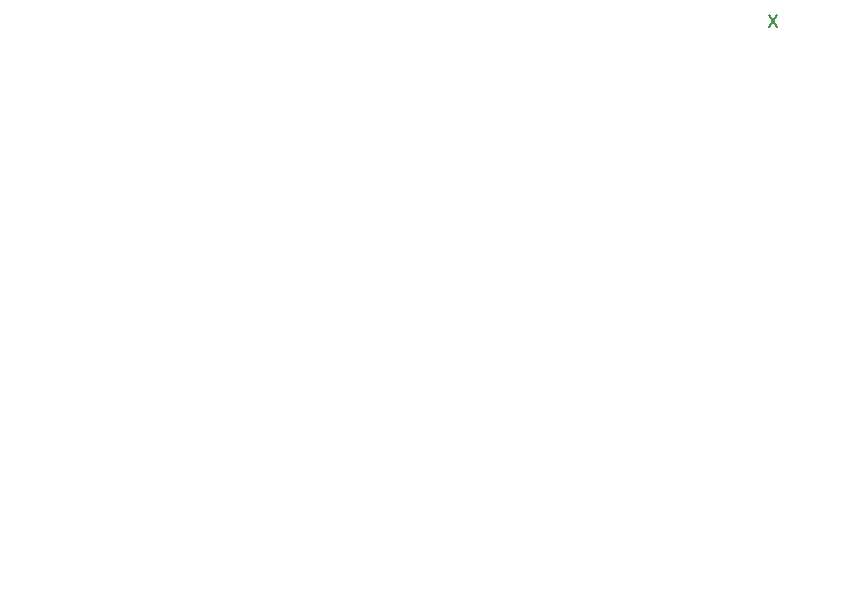
<source format=gbr>
G04 #@! TF.GenerationSoftware,KiCad,Pcbnew,9.0.1*
G04 #@! TF.CreationDate,2025-05-07T00:14:45-04:00*
G04 #@! TF.ProjectId,matrix-protoboard_18x24,6d617472-6978-42d7-9072-6f746f626f61,rev?*
G04 #@! TF.SameCoordinates,Original*
G04 #@! TF.FileFunction,Legend,Bot*
G04 #@! TF.FilePolarity,Positive*
%FSLAX46Y46*%
G04 Gerber Fmt 4.6, Leading zero omitted, Abs format (unit mm)*
G04 Created by KiCad (PCBNEW 9.0.1) date 2025-05-07 00:14:45*
%MOMM*%
%LPD*%
G01*
G04 APERTURE LIST*
G04 Aperture macros list*
%AMFreePoly0*
4,1,77,0.076255,0.950392,0.076609,0.950246,0.141775,0.906775,0.408050,0.640500,0.550000,0.640500,0.626255,0.625392,0.626609,0.625246,0.699279,0.573850,0.735246,0.516609,0.735392,0.516255,0.750168,0.428482,0.735392,0.363745,0.735246,0.363391,0.691775,0.298225,0.550500,0.156950,0.550500,-0.276950,0.691775,-0.418225,0.735246,-0.483391,0.735392,-0.483745,0.750168,-0.571518,
0.735392,-0.636255,0.735246,-0.636609,0.683850,-0.709279,0.626609,-0.745246,0.626255,-0.745392,0.550000,-0.760500,0.538500,-0.760500,0.538500,-0.763000,0.523392,-0.839255,0.523246,-0.839609,0.471850,-0.912279,0.414609,-0.948246,0.414255,-0.948392,0.326482,-0.963168,0.261745,-0.948392,0.261391,-0.948246,0.196225,-0.904775,-0.005000,-0.703550,-0.206225,-0.904775,-0.271391,-0.948246,
-0.271745,-0.948392,-0.359518,-0.963168,-0.424255,-0.948392,-0.424609,-0.948246,-0.497279,-0.896850,-0.533246,-0.839609,-0.533392,-0.839255,-0.548500,-0.763000,-0.548500,-0.760500,-0.550000,-0.760500,-0.626255,-0.745392,-0.626609,-0.745246,-0.699279,-0.693850,-0.735246,-0.636609,-0.735392,-0.636255,-0.750168,-0.548482,-0.735392,-0.483745,-0.735246,-0.483391,-0.691775,-0.418225,-0.550500,-0.276950,
-0.550500,0.156950,-0.691775,0.298225,-0.735246,0.363391,-0.735392,0.363745,-0.750168,0.451518,-0.735392,0.516255,-0.735246,0.516609,-0.683850,0.589279,-0.626609,0.625246,-0.626255,0.625392,-0.550000,0.640500,-0.408050,0.640500,-0.141775,0.906775,-0.076609,0.950246,-0.076255,0.950392,0.011518,0.965168,0.076255,0.950392,0.076255,0.950392,$1*%
%AMFreePoly1*
4,1,58,0.136255,0.745392,0.136609,0.745246,0.201775,0.701775,0.440050,0.463500,0.583000,0.463500,0.659255,0.448392,0.659609,0.448246,0.732279,0.396850,0.768246,0.339609,0.768392,0.339255,0.783168,0.251482,0.768392,0.186745,0.768246,0.186391,0.724775,0.121225,0.518550,-0.085000,0.723775,-0.290225,0.767246,-0.355391,0.767392,-0.355745,0.782168,-0.443518,0.767392,-0.508255,
0.767246,-0.508609,0.715850,-0.581279,0.658609,-0.617246,0.658255,-0.617392,0.603283,-0.628283,0.592392,-0.683255,0.592246,-0.683609,0.540850,-0.756279,0.483609,-0.792246,0.483255,-0.792392,0.395482,-0.807168,0.330745,-0.792392,0.330391,-0.792246,0.265225,-0.748775,0.060000,-0.543550,-0.146225,-0.749775,-0.211391,-0.793246,-0.211745,-0.793392,-0.299518,-0.808168,-0.364255,-0.793392,
-0.364609,-0.793246,-0.437279,-0.741850,-0.473246,-0.684609,-0.473392,-0.684255,-0.488500,-0.608000,-0.488500,-0.465050,-0.726775,-0.226775,-0.770246,-0.161609,-0.770392,-0.161255,-0.785168,-0.073482,-0.770392,-0.008745,-0.770246,-0.008391,-0.726775,0.056775,-0.081775,0.701775,-0.016609,0.745246,-0.016255,0.745392,0.071518,0.760168,0.136255,0.745392,0.136255,0.745392,$1*%
G04 Aperture macros list end*
%ADD10C,0.100000*%
%ADD11C,0.150000*%
%ADD12C,0.029494*%
%ADD13FreePoly0,0.000000*%
%ADD14C,1.800000*%
%ADD15FreePoly0,90.000000*%
%ADD16FreePoly1,0.000000*%
%ADD17C,2.600000*%
G04 APERTURE END LIST*
D10*
X81567847Y-84932381D02*
X81167847Y-84932381D01*
X81167847Y-84932381D02*
X81167847Y-85313333D01*
X81167847Y-85313333D02*
X81186895Y-85408571D01*
X81186895Y-85408571D02*
X81205942Y-85456190D01*
X81205942Y-85456190D02*
X81244038Y-85503809D01*
X81244038Y-85503809D02*
X81301180Y-85503809D01*
X81301180Y-85503809D02*
X81339276Y-85456190D01*
X81339276Y-85456190D02*
X81358323Y-85408571D01*
X81358323Y-85408571D02*
X81377371Y-85313333D01*
X81377371Y-85313333D02*
X81377371Y-84932381D01*
X81567847Y-85932381D02*
X81301180Y-85932381D01*
X81167847Y-85932381D02*
X81186895Y-85884762D01*
X81186895Y-85884762D02*
X81205942Y-85932381D01*
X81205942Y-85932381D02*
X81186895Y-85980000D01*
X81186895Y-85980000D02*
X81167847Y-85932381D01*
X81167847Y-85932381D02*
X81205942Y-85932381D01*
X81301180Y-86265714D02*
X81301180Y-86646666D01*
X81167847Y-86408571D02*
X81510704Y-86408571D01*
X81510704Y-86408571D02*
X81548800Y-86456190D01*
X81548800Y-86456190D02*
X81567847Y-86551428D01*
X81567847Y-86551428D02*
X81567847Y-86646666D01*
X81548800Y-87408571D02*
X81567847Y-87313333D01*
X81567847Y-87313333D02*
X81567847Y-87122857D01*
X81567847Y-87122857D02*
X81548800Y-87027619D01*
X81548800Y-87027619D02*
X81529752Y-86980000D01*
X81529752Y-86980000D02*
X81491657Y-86932381D01*
X81491657Y-86932381D02*
X81377371Y-86932381D01*
X81377371Y-86932381D02*
X81339276Y-86980000D01*
X81339276Y-86980000D02*
X81320228Y-87027619D01*
X81320228Y-87027619D02*
X81301180Y-87122857D01*
X81301180Y-87122857D02*
X81301180Y-87313333D01*
X81301180Y-87313333D02*
X81320228Y-87408571D01*
X81567847Y-87837143D02*
X81167847Y-87837143D01*
X81567847Y-88265714D02*
X81358323Y-88265714D01*
X81358323Y-88265714D02*
X81320228Y-88218095D01*
X81320228Y-88218095D02*
X81301180Y-88122857D01*
X81301180Y-88122857D02*
X81301180Y-87980000D01*
X81301180Y-87980000D02*
X81320228Y-87884762D01*
X81320228Y-87884762D02*
X81339276Y-87837143D01*
X81205942Y-89456191D02*
X81186895Y-89503810D01*
X81186895Y-89503810D02*
X81167847Y-89599048D01*
X81167847Y-89599048D02*
X81167847Y-89837143D01*
X81167847Y-89837143D02*
X81186895Y-89932381D01*
X81186895Y-89932381D02*
X81205942Y-89980000D01*
X81205942Y-89980000D02*
X81244038Y-90027619D01*
X81244038Y-90027619D02*
X81282133Y-90027619D01*
X81282133Y-90027619D02*
X81339276Y-89980000D01*
X81339276Y-89980000D02*
X81567847Y-89408572D01*
X81567847Y-89408572D02*
X81567847Y-90027619D01*
X81529752Y-90456191D02*
X81548800Y-90503810D01*
X81548800Y-90503810D02*
X81567847Y-90456191D01*
X81567847Y-90456191D02*
X81548800Y-90408572D01*
X81548800Y-90408572D02*
X81529752Y-90456191D01*
X81529752Y-90456191D02*
X81567847Y-90456191D01*
X81167847Y-91408571D02*
X81167847Y-90932381D01*
X81167847Y-90932381D02*
X81358323Y-90884762D01*
X81358323Y-90884762D02*
X81339276Y-90932381D01*
X81339276Y-90932381D02*
X81320228Y-91027619D01*
X81320228Y-91027619D02*
X81320228Y-91265714D01*
X81320228Y-91265714D02*
X81339276Y-91360952D01*
X81339276Y-91360952D02*
X81358323Y-91408571D01*
X81358323Y-91408571D02*
X81396419Y-91456190D01*
X81396419Y-91456190D02*
X81491657Y-91456190D01*
X81491657Y-91456190D02*
X81529752Y-91408571D01*
X81529752Y-91408571D02*
X81548800Y-91360952D01*
X81548800Y-91360952D02*
X81567847Y-91265714D01*
X81567847Y-91265714D02*
X81567847Y-91027619D01*
X81567847Y-91027619D02*
X81548800Y-90932381D01*
X81548800Y-90932381D02*
X81529752Y-90884762D01*
X81301180Y-92313333D02*
X81567847Y-92313333D01*
X81148800Y-92075238D02*
X81434514Y-91837143D01*
X81434514Y-91837143D02*
X81434514Y-92456190D01*
X81567847Y-92837143D02*
X81301180Y-92837143D01*
X81339276Y-92837143D02*
X81320228Y-92884762D01*
X81320228Y-92884762D02*
X81301180Y-92980000D01*
X81301180Y-92980000D02*
X81301180Y-93122857D01*
X81301180Y-93122857D02*
X81320228Y-93218095D01*
X81320228Y-93218095D02*
X81358323Y-93265714D01*
X81358323Y-93265714D02*
X81567847Y-93265714D01*
X81358323Y-93265714D02*
X81320228Y-93313333D01*
X81320228Y-93313333D02*
X81301180Y-93408571D01*
X81301180Y-93408571D02*
X81301180Y-93551428D01*
X81301180Y-93551428D02*
X81320228Y-93646667D01*
X81320228Y-93646667D02*
X81358323Y-93694286D01*
X81358323Y-93694286D02*
X81567847Y-93694286D01*
X81567847Y-94170476D02*
X81301180Y-94170476D01*
X81339276Y-94170476D02*
X81320228Y-94218095D01*
X81320228Y-94218095D02*
X81301180Y-94313333D01*
X81301180Y-94313333D02*
X81301180Y-94456190D01*
X81301180Y-94456190D02*
X81320228Y-94551428D01*
X81320228Y-94551428D02*
X81358323Y-94599047D01*
X81358323Y-94599047D02*
X81567847Y-94599047D01*
X81358323Y-94599047D02*
X81320228Y-94646666D01*
X81320228Y-94646666D02*
X81301180Y-94741904D01*
X81301180Y-94741904D02*
X81301180Y-94884761D01*
X81301180Y-94884761D02*
X81320228Y-94980000D01*
X81320228Y-94980000D02*
X81358323Y-95027619D01*
X81358323Y-95027619D02*
X81567847Y-95027619D01*
D11*
X123979047Y-67270057D02*
X124074285Y-67222438D01*
X124074285Y-67222438D02*
X124169523Y-67127200D01*
X124169523Y-67127200D02*
X124312380Y-66984342D01*
X124312380Y-66984342D02*
X124407618Y-66936723D01*
X124407618Y-66936723D02*
X124502856Y-66936723D01*
X124455237Y-67174819D02*
X124550475Y-67127200D01*
X124550475Y-67127200D02*
X124645713Y-67031961D01*
X124645713Y-67031961D02*
X124693332Y-66841485D01*
X124693332Y-66841485D02*
X124693332Y-66508152D01*
X124693332Y-66508152D02*
X124645713Y-66317676D01*
X124645713Y-66317676D02*
X124550475Y-66222438D01*
X124550475Y-66222438D02*
X124455237Y-66174819D01*
X124455237Y-66174819D02*
X124264761Y-66174819D01*
X124264761Y-66174819D02*
X124169523Y-66222438D01*
X124169523Y-66222438D02*
X124074285Y-66317676D01*
X124074285Y-66317676D02*
X124026666Y-66508152D01*
X124026666Y-66508152D02*
X124026666Y-66841485D01*
X124026666Y-66841485D02*
X124074285Y-67031961D01*
X124074285Y-67031961D02*
X124169523Y-67127200D01*
X124169523Y-67127200D02*
X124264761Y-67174819D01*
X124264761Y-67174819D02*
X124455237Y-67174819D01*
X104039999Y-114569819D02*
X104039999Y-113569819D01*
X111370476Y-114569819D02*
X111846666Y-114569819D01*
X111846666Y-114569819D02*
X111846666Y-113569819D01*
X83958094Y-66889104D02*
X83481904Y-66889104D01*
X84053332Y-67174819D02*
X83719999Y-66174819D01*
X83719999Y-66174819D02*
X83386666Y-67174819D01*
X126590476Y-67174819D02*
X126923809Y-66698628D01*
X127161904Y-67174819D02*
X127161904Y-66174819D01*
X127161904Y-66174819D02*
X126780952Y-66174819D01*
X126780952Y-66174819D02*
X126685714Y-66222438D01*
X126685714Y-66222438D02*
X126638095Y-66270057D01*
X126638095Y-66270057D02*
X126590476Y-66365295D01*
X126590476Y-66365295D02*
X126590476Y-66508152D01*
X126590476Y-66508152D02*
X126638095Y-66603390D01*
X126638095Y-66603390D02*
X126685714Y-66651009D01*
X126685714Y-66651009D02*
X126780952Y-66698628D01*
X126780952Y-66698628D02*
X127161904Y-66698628D01*
X123979047Y-114690057D02*
X124074285Y-114642438D01*
X124074285Y-114642438D02*
X124169523Y-114547200D01*
X124169523Y-114547200D02*
X124312380Y-114404342D01*
X124312380Y-114404342D02*
X124407618Y-114356723D01*
X124407618Y-114356723D02*
X124502856Y-114356723D01*
X124455237Y-114594819D02*
X124550475Y-114547200D01*
X124550475Y-114547200D02*
X124645713Y-114451961D01*
X124645713Y-114451961D02*
X124693332Y-114261485D01*
X124693332Y-114261485D02*
X124693332Y-113928152D01*
X124693332Y-113928152D02*
X124645713Y-113737676D01*
X124645713Y-113737676D02*
X124550475Y-113642438D01*
X124550475Y-113642438D02*
X124455237Y-113594819D01*
X124455237Y-113594819D02*
X124264761Y-113594819D01*
X124264761Y-113594819D02*
X124169523Y-113642438D01*
X124169523Y-113642438D02*
X124074285Y-113737676D01*
X124074285Y-113737676D02*
X124026666Y-113928152D01*
X124026666Y-113928152D02*
X124026666Y-114261485D01*
X124026666Y-114261485D02*
X124074285Y-114451961D01*
X124074285Y-114451961D02*
X124169523Y-114547200D01*
X124169523Y-114547200D02*
X124264761Y-114594819D01*
X124264761Y-114594819D02*
X124455237Y-114594819D01*
X98718095Y-113642438D02*
X98813333Y-113594819D01*
X98813333Y-113594819D02*
X98956190Y-113594819D01*
X98956190Y-113594819D02*
X99099047Y-113642438D01*
X99099047Y-113642438D02*
X99194285Y-113737676D01*
X99194285Y-113737676D02*
X99241904Y-113832914D01*
X99241904Y-113832914D02*
X99289523Y-114023390D01*
X99289523Y-114023390D02*
X99289523Y-114166247D01*
X99289523Y-114166247D02*
X99241904Y-114356723D01*
X99241904Y-114356723D02*
X99194285Y-114451961D01*
X99194285Y-114451961D02*
X99099047Y-114547200D01*
X99099047Y-114547200D02*
X98956190Y-114594819D01*
X98956190Y-114594819D02*
X98860952Y-114594819D01*
X98860952Y-114594819D02*
X98718095Y-114547200D01*
X98718095Y-114547200D02*
X98670476Y-114499580D01*
X98670476Y-114499580D02*
X98670476Y-114166247D01*
X98670476Y-114166247D02*
X98860952Y-114166247D01*
X111350476Y-67174819D02*
X111826666Y-67174819D01*
X111826666Y-67174819D02*
X111826666Y-66174819D01*
X117015713Y-114569819D02*
X117015713Y-113569819D01*
X117015713Y-113569819D02*
X116444285Y-114569819D01*
X116444285Y-114569819D02*
X116444285Y-113569819D01*
X86183571Y-114046009D02*
X86040714Y-114093628D01*
X86040714Y-114093628D02*
X85993095Y-114141247D01*
X85993095Y-114141247D02*
X85945476Y-114236485D01*
X85945476Y-114236485D02*
X85945476Y-114379342D01*
X85945476Y-114379342D02*
X85993095Y-114474580D01*
X85993095Y-114474580D02*
X86040714Y-114522200D01*
X86040714Y-114522200D02*
X86135952Y-114569819D01*
X86135952Y-114569819D02*
X86516904Y-114569819D01*
X86516904Y-114569819D02*
X86516904Y-113569819D01*
X86516904Y-113569819D02*
X86183571Y-113569819D01*
X86183571Y-113569819D02*
X86088333Y-113617438D01*
X86088333Y-113617438D02*
X86040714Y-113665057D01*
X86040714Y-113665057D02*
X85993095Y-113760295D01*
X85993095Y-113760295D02*
X85993095Y-113855533D01*
X85993095Y-113855533D02*
X86040714Y-113950771D01*
X86040714Y-113950771D02*
X86088333Y-113998390D01*
X86088333Y-113998390D02*
X86183571Y-114046009D01*
X86183571Y-114046009D02*
X86516904Y-114046009D01*
X114533332Y-114569819D02*
X114533332Y-113569819D01*
X114533332Y-113569819D02*
X114199999Y-114284104D01*
X114199999Y-114284104D02*
X113866666Y-113569819D01*
X113866666Y-113569819D02*
X113866666Y-114569819D01*
X94094285Y-66651009D02*
X93760952Y-66651009D01*
X93618095Y-67174819D02*
X94094285Y-67174819D01*
X94094285Y-67174819D02*
X94094285Y-66174819D01*
X94094285Y-66174819D02*
X93618095Y-66174819D01*
X104039999Y-67174819D02*
X104039999Y-66174819D01*
X134805713Y-66174819D02*
X134805713Y-66984342D01*
X134805713Y-66984342D02*
X134758094Y-67079580D01*
X134758094Y-67079580D02*
X134710475Y-67127200D01*
X134710475Y-67127200D02*
X134615237Y-67174819D01*
X134615237Y-67174819D02*
X134424761Y-67174819D01*
X134424761Y-67174819D02*
X134329523Y-67127200D01*
X134329523Y-67127200D02*
X134281904Y-67079580D01*
X134281904Y-67079580D02*
X134234285Y-66984342D01*
X134234285Y-66984342D02*
X134234285Y-66174819D01*
X88490476Y-67079580D02*
X88538095Y-67127200D01*
X88538095Y-67127200D02*
X88680952Y-67174819D01*
X88680952Y-67174819D02*
X88776190Y-67174819D01*
X88776190Y-67174819D02*
X88919047Y-67127200D01*
X88919047Y-67127200D02*
X89014285Y-67031961D01*
X89014285Y-67031961D02*
X89061904Y-66936723D01*
X89061904Y-66936723D02*
X89109523Y-66746247D01*
X89109523Y-66746247D02*
X89109523Y-66603390D01*
X89109523Y-66603390D02*
X89061904Y-66412914D01*
X89061904Y-66412914D02*
X89014285Y-66317676D01*
X89014285Y-66317676D02*
X88919047Y-66222438D01*
X88919047Y-66222438D02*
X88776190Y-66174819D01*
X88776190Y-66174819D02*
X88680952Y-66174819D01*
X88680952Y-66174819D02*
X88538095Y-66222438D01*
X88538095Y-66222438D02*
X88490476Y-66270057D01*
X109381904Y-67174819D02*
X109381904Y-66174819D01*
X108810476Y-67174819D02*
X109239047Y-66603390D01*
X108810476Y-66174819D02*
X109381904Y-66746247D01*
X137393332Y-66174819D02*
X137059999Y-67174819D01*
X137059999Y-67174819D02*
X136726666Y-66174819D01*
D10*
X81917847Y-86201429D02*
X81917847Y-86772857D01*
X82317847Y-86487143D02*
X81917847Y-86487143D01*
X82051180Y-87010953D02*
X82317847Y-87201429D01*
X82317847Y-87201429D02*
X82127371Y-87391905D01*
X82127371Y-87391905D02*
X82317847Y-87582381D01*
X82317847Y-87582381D02*
X82051180Y-87772857D01*
X82317847Y-88296667D02*
X82298800Y-88201429D01*
X82298800Y-88201429D02*
X82279752Y-88153810D01*
X82279752Y-88153810D02*
X82241657Y-88106191D01*
X82241657Y-88106191D02*
X82127371Y-88106191D01*
X82127371Y-88106191D02*
X82089276Y-88153810D01*
X82089276Y-88153810D02*
X82070228Y-88201429D01*
X82070228Y-88201429D02*
X82051180Y-88296667D01*
X82051180Y-88296667D02*
X82051180Y-88439524D01*
X82051180Y-88439524D02*
X82070228Y-88534762D01*
X82070228Y-88534762D02*
X82089276Y-88582381D01*
X82089276Y-88582381D02*
X82127371Y-88630000D01*
X82127371Y-88630000D02*
X82241657Y-88630000D01*
X82241657Y-88630000D02*
X82279752Y-88582381D01*
X82279752Y-88582381D02*
X82298800Y-88534762D01*
X82298800Y-88534762D02*
X82317847Y-88439524D01*
X82317847Y-88439524D02*
X82317847Y-88296667D01*
X82165466Y-89058572D02*
X82165466Y-89820477D01*
X82298800Y-90249048D02*
X82317847Y-90391905D01*
X82317847Y-90391905D02*
X82317847Y-90630000D01*
X82317847Y-90630000D02*
X82298800Y-90725238D01*
X82298800Y-90725238D02*
X82279752Y-90772857D01*
X82279752Y-90772857D02*
X82241657Y-90820476D01*
X82241657Y-90820476D02*
X82203561Y-90820476D01*
X82203561Y-90820476D02*
X82165466Y-90772857D01*
X82165466Y-90772857D02*
X82146419Y-90725238D01*
X82146419Y-90725238D02*
X82127371Y-90630000D01*
X82127371Y-90630000D02*
X82108323Y-90439524D01*
X82108323Y-90439524D02*
X82089276Y-90344286D01*
X82089276Y-90344286D02*
X82070228Y-90296667D01*
X82070228Y-90296667D02*
X82032133Y-90249048D01*
X82032133Y-90249048D02*
X81994038Y-90249048D01*
X81994038Y-90249048D02*
X81955942Y-90296667D01*
X81955942Y-90296667D02*
X81936895Y-90344286D01*
X81936895Y-90344286D02*
X81917847Y-90439524D01*
X81917847Y-90439524D02*
X81917847Y-90677619D01*
X81917847Y-90677619D02*
X81936895Y-90820476D01*
X82317847Y-91249048D02*
X82051180Y-91249048D01*
X81917847Y-91249048D02*
X81936895Y-91201429D01*
X81936895Y-91201429D02*
X81955942Y-91249048D01*
X81955942Y-91249048D02*
X81936895Y-91296667D01*
X81936895Y-91296667D02*
X81917847Y-91249048D01*
X81917847Y-91249048D02*
X81955942Y-91249048D01*
X82317847Y-92153809D02*
X81917847Y-92153809D01*
X82298800Y-92153809D02*
X82317847Y-92058571D01*
X82317847Y-92058571D02*
X82317847Y-91868095D01*
X82317847Y-91868095D02*
X82298800Y-91772857D01*
X82298800Y-91772857D02*
X82279752Y-91725238D01*
X82279752Y-91725238D02*
X82241657Y-91677619D01*
X82241657Y-91677619D02*
X82127371Y-91677619D01*
X82127371Y-91677619D02*
X82089276Y-91725238D01*
X82089276Y-91725238D02*
X82070228Y-91772857D01*
X82070228Y-91772857D02*
X82051180Y-91868095D01*
X82051180Y-91868095D02*
X82051180Y-92058571D01*
X82051180Y-92058571D02*
X82070228Y-92153809D01*
X82298800Y-93010952D02*
X82317847Y-92915714D01*
X82317847Y-92915714D02*
X82317847Y-92725238D01*
X82317847Y-92725238D02*
X82298800Y-92630000D01*
X82298800Y-92630000D02*
X82260704Y-92582381D01*
X82260704Y-92582381D02*
X82108323Y-92582381D01*
X82108323Y-92582381D02*
X82070228Y-92630000D01*
X82070228Y-92630000D02*
X82051180Y-92725238D01*
X82051180Y-92725238D02*
X82051180Y-92915714D01*
X82051180Y-92915714D02*
X82070228Y-93010952D01*
X82070228Y-93010952D02*
X82108323Y-93058571D01*
X82108323Y-93058571D02*
X82146419Y-93058571D01*
X82146419Y-93058571D02*
X82184514Y-92582381D01*
X82317847Y-93915714D02*
X81917847Y-93915714D01*
X82298800Y-93915714D02*
X82317847Y-93820476D01*
X82317847Y-93820476D02*
X82317847Y-93630000D01*
X82317847Y-93630000D02*
X82298800Y-93534762D01*
X82298800Y-93534762D02*
X82279752Y-93487143D01*
X82279752Y-93487143D02*
X82241657Y-93439524D01*
X82241657Y-93439524D02*
X82127371Y-93439524D01*
X82127371Y-93439524D02*
X82089276Y-93487143D01*
X82089276Y-93487143D02*
X82070228Y-93534762D01*
X82070228Y-93534762D02*
X82051180Y-93630000D01*
X82051180Y-93630000D02*
X82051180Y-93820476D01*
X82051180Y-93820476D02*
X82070228Y-93915714D01*
D11*
X126595476Y-114594819D02*
X126928809Y-114118628D01*
X127166904Y-114594819D02*
X127166904Y-113594819D01*
X127166904Y-113594819D02*
X126785952Y-113594819D01*
X126785952Y-113594819D02*
X126690714Y-113642438D01*
X126690714Y-113642438D02*
X126643095Y-113690057D01*
X126643095Y-113690057D02*
X126595476Y-113785295D01*
X126595476Y-113785295D02*
X126595476Y-113928152D01*
X126595476Y-113928152D02*
X126643095Y-114023390D01*
X126643095Y-114023390D02*
X126690714Y-114071009D01*
X126690714Y-114071009D02*
X126785952Y-114118628D01*
X126785952Y-114118628D02*
X127166904Y-114118628D01*
X91601904Y-67174819D02*
X91601904Y-66174819D01*
X91601904Y-66174819D02*
X91363809Y-66174819D01*
X91363809Y-66174819D02*
X91220952Y-66222438D01*
X91220952Y-66222438D02*
X91125714Y-66317676D01*
X91125714Y-66317676D02*
X91078095Y-66412914D01*
X91078095Y-66412914D02*
X91030476Y-66603390D01*
X91030476Y-66603390D02*
X91030476Y-66746247D01*
X91030476Y-66746247D02*
X91078095Y-66936723D01*
X91078095Y-66936723D02*
X91125714Y-67031961D01*
X91125714Y-67031961D02*
X91220952Y-67127200D01*
X91220952Y-67127200D02*
X91363809Y-67174819D01*
X91363809Y-67174819D02*
X91601904Y-67174819D01*
X106437142Y-66174819D02*
X106437142Y-66889104D01*
X106437142Y-66889104D02*
X106484761Y-67031961D01*
X106484761Y-67031961D02*
X106579999Y-67127200D01*
X106579999Y-67127200D02*
X106722856Y-67174819D01*
X106722856Y-67174819D02*
X106818094Y-67174819D01*
X98698095Y-66222438D02*
X98793333Y-66174819D01*
X98793333Y-66174819D02*
X98936190Y-66174819D01*
X98936190Y-66174819D02*
X99079047Y-66222438D01*
X99079047Y-66222438D02*
X99174285Y-66317676D01*
X99174285Y-66317676D02*
X99221904Y-66412914D01*
X99221904Y-66412914D02*
X99269523Y-66603390D01*
X99269523Y-66603390D02*
X99269523Y-66746247D01*
X99269523Y-66746247D02*
X99221904Y-66936723D01*
X99221904Y-66936723D02*
X99174285Y-67031961D01*
X99174285Y-67031961D02*
X99079047Y-67127200D01*
X99079047Y-67127200D02*
X98936190Y-67174819D01*
X98936190Y-67174819D02*
X98840952Y-67174819D01*
X98840952Y-67174819D02*
X98698095Y-67127200D01*
X98698095Y-67127200D02*
X98650476Y-67079580D01*
X98650476Y-67079580D02*
X98650476Y-66746247D01*
X98650476Y-66746247D02*
X98840952Y-66746247D01*
X101785713Y-114569819D02*
X101785713Y-113569819D01*
X101785713Y-114046009D02*
X101214285Y-114046009D01*
X101214285Y-114569819D02*
X101214285Y-113569819D01*
X119375237Y-113569819D02*
X119184761Y-113569819D01*
X119184761Y-113569819D02*
X119089523Y-113617438D01*
X119089523Y-113617438D02*
X118994285Y-113712676D01*
X118994285Y-113712676D02*
X118946666Y-113903152D01*
X118946666Y-113903152D02*
X118946666Y-114236485D01*
X118946666Y-114236485D02*
X118994285Y-114426961D01*
X118994285Y-114426961D02*
X119089523Y-114522200D01*
X119089523Y-114522200D02*
X119184761Y-114569819D01*
X119184761Y-114569819D02*
X119375237Y-114569819D01*
X119375237Y-114569819D02*
X119470475Y-114522200D01*
X119470475Y-114522200D02*
X119565713Y-114426961D01*
X119565713Y-114426961D02*
X119613332Y-114236485D01*
X119613332Y-114236485D02*
X119613332Y-113903152D01*
X119613332Y-113903152D02*
X119565713Y-113712676D01*
X119565713Y-113712676D02*
X119470475Y-113617438D01*
X119470475Y-113617438D02*
X119375237Y-113569819D01*
X109416904Y-114569819D02*
X109416904Y-113569819D01*
X108845476Y-114569819D02*
X109274047Y-113998390D01*
X108845476Y-113569819D02*
X109416904Y-114141247D01*
X134805713Y-113569819D02*
X134805713Y-114379342D01*
X134805713Y-114379342D02*
X134758094Y-114474580D01*
X134758094Y-114474580D02*
X134710475Y-114522200D01*
X134710475Y-114522200D02*
X134615237Y-114569819D01*
X134615237Y-114569819D02*
X134424761Y-114569819D01*
X134424761Y-114569819D02*
X134329523Y-114522200D01*
X134329523Y-114522200D02*
X134281904Y-114474580D01*
X134281904Y-114474580D02*
X134234285Y-114379342D01*
X134234285Y-114379342D02*
X134234285Y-113569819D01*
X86188571Y-66651009D02*
X86045714Y-66698628D01*
X86045714Y-66698628D02*
X85998095Y-66746247D01*
X85998095Y-66746247D02*
X85950476Y-66841485D01*
X85950476Y-66841485D02*
X85950476Y-66984342D01*
X85950476Y-66984342D02*
X85998095Y-67079580D01*
X85998095Y-67079580D02*
X86045714Y-67127200D01*
X86045714Y-67127200D02*
X86140952Y-67174819D01*
X86140952Y-67174819D02*
X86521904Y-67174819D01*
X86521904Y-67174819D02*
X86521904Y-66174819D01*
X86521904Y-66174819D02*
X86188571Y-66174819D01*
X86188571Y-66174819D02*
X86093333Y-66222438D01*
X86093333Y-66222438D02*
X86045714Y-66270057D01*
X86045714Y-66270057D02*
X85998095Y-66365295D01*
X85998095Y-66365295D02*
X85998095Y-66460533D01*
X85998095Y-66460533D02*
X86045714Y-66555771D01*
X86045714Y-66555771D02*
X86093333Y-66603390D01*
X86093333Y-66603390D02*
X86188571Y-66651009D01*
X86188571Y-66651009D02*
X86521904Y-66651009D01*
X96277142Y-66651009D02*
X96610475Y-66651009D01*
X96610475Y-67174819D02*
X96610475Y-66174819D01*
X96610475Y-66174819D02*
X96134285Y-66174819D01*
X129725713Y-114522200D02*
X129582856Y-114569819D01*
X129582856Y-114569819D02*
X129344761Y-114569819D01*
X129344761Y-114569819D02*
X129249523Y-114522200D01*
X129249523Y-114522200D02*
X129201904Y-114474580D01*
X129201904Y-114474580D02*
X129154285Y-114379342D01*
X129154285Y-114379342D02*
X129154285Y-114284104D01*
X129154285Y-114284104D02*
X129201904Y-114188866D01*
X129201904Y-114188866D02*
X129249523Y-114141247D01*
X129249523Y-114141247D02*
X129344761Y-114093628D01*
X129344761Y-114093628D02*
X129535237Y-114046009D01*
X129535237Y-114046009D02*
X129630475Y-113998390D01*
X129630475Y-113998390D02*
X129678094Y-113950771D01*
X129678094Y-113950771D02*
X129725713Y-113855533D01*
X129725713Y-113855533D02*
X129725713Y-113760295D01*
X129725713Y-113760295D02*
X129678094Y-113665057D01*
X129678094Y-113665057D02*
X129630475Y-113617438D01*
X129630475Y-113617438D02*
X129535237Y-113569819D01*
X129535237Y-113569819D02*
X129297142Y-113569819D01*
X129297142Y-113569819D02*
X129154285Y-113617438D01*
X101785713Y-67174819D02*
X101785713Y-66174819D01*
X101785713Y-66651009D02*
X101214285Y-66651009D01*
X101214285Y-67174819D02*
X101214285Y-66174819D01*
X91601904Y-114569819D02*
X91601904Y-113569819D01*
X91601904Y-113569819D02*
X91363809Y-113569819D01*
X91363809Y-113569819D02*
X91220952Y-113617438D01*
X91220952Y-113617438D02*
X91125714Y-113712676D01*
X91125714Y-113712676D02*
X91078095Y-113807914D01*
X91078095Y-113807914D02*
X91030476Y-113998390D01*
X91030476Y-113998390D02*
X91030476Y-114141247D01*
X91030476Y-114141247D02*
X91078095Y-114331723D01*
X91078095Y-114331723D02*
X91125714Y-114426961D01*
X91125714Y-114426961D02*
X91220952Y-114522200D01*
X91220952Y-114522200D02*
X91363809Y-114569819D01*
X91363809Y-114569819D02*
X91601904Y-114569819D01*
X94094285Y-114046009D02*
X93760952Y-114046009D01*
X93618095Y-114569819D02*
X94094285Y-114569819D01*
X94094285Y-114569819D02*
X94094285Y-113569819D01*
X94094285Y-113569819D02*
X93618095Y-113569819D01*
X96277142Y-114046009D02*
X96610475Y-114046009D01*
X96610475Y-114569819D02*
X96610475Y-113569819D01*
X96610475Y-113569819D02*
X96134285Y-113569819D01*
X129725713Y-67127200D02*
X129582856Y-67174819D01*
X129582856Y-67174819D02*
X129344761Y-67174819D01*
X129344761Y-67174819D02*
X129249523Y-67127200D01*
X129249523Y-67127200D02*
X129201904Y-67079580D01*
X129201904Y-67079580D02*
X129154285Y-66984342D01*
X129154285Y-66984342D02*
X129154285Y-66889104D01*
X129154285Y-66889104D02*
X129201904Y-66793866D01*
X129201904Y-66793866D02*
X129249523Y-66746247D01*
X129249523Y-66746247D02*
X129344761Y-66698628D01*
X129344761Y-66698628D02*
X129535237Y-66651009D01*
X129535237Y-66651009D02*
X129630475Y-66603390D01*
X129630475Y-66603390D02*
X129678094Y-66555771D01*
X129678094Y-66555771D02*
X129725713Y-66460533D01*
X129725713Y-66460533D02*
X129725713Y-66365295D01*
X129725713Y-66365295D02*
X129678094Y-66270057D01*
X129678094Y-66270057D02*
X129630475Y-66222438D01*
X129630475Y-66222438D02*
X129535237Y-66174819D01*
X129535237Y-66174819D02*
X129297142Y-66174819D01*
X129297142Y-66174819D02*
X129154285Y-66222438D01*
X83968094Y-114309104D02*
X83491904Y-114309104D01*
X84063332Y-114594819D02*
X83729999Y-113594819D01*
X83729999Y-113594819D02*
X83396666Y-114594819D01*
X142473332Y-66174819D02*
X141806666Y-67174819D01*
X141806666Y-66174819D02*
X142473332Y-67174819D01*
D10*
X78887847Y-83586189D02*
X78487847Y-83586189D01*
X78487847Y-83586189D02*
X78773561Y-83919522D01*
X78773561Y-83919522D02*
X78487847Y-84252855D01*
X78487847Y-84252855D02*
X78887847Y-84252855D01*
X78887847Y-85157617D02*
X78678323Y-85157617D01*
X78678323Y-85157617D02*
X78640228Y-85109998D01*
X78640228Y-85109998D02*
X78621180Y-85014760D01*
X78621180Y-85014760D02*
X78621180Y-84824284D01*
X78621180Y-84824284D02*
X78640228Y-84729046D01*
X78868800Y-85157617D02*
X78887847Y-85062379D01*
X78887847Y-85062379D02*
X78887847Y-84824284D01*
X78887847Y-84824284D02*
X78868800Y-84729046D01*
X78868800Y-84729046D02*
X78830704Y-84681427D01*
X78830704Y-84681427D02*
X78792609Y-84681427D01*
X78792609Y-84681427D02*
X78754514Y-84729046D01*
X78754514Y-84729046D02*
X78735466Y-84824284D01*
X78735466Y-84824284D02*
X78735466Y-85062379D01*
X78735466Y-85062379D02*
X78716419Y-85157617D01*
X78621180Y-85490951D02*
X78621180Y-85871903D01*
X78487847Y-85633808D02*
X78830704Y-85633808D01*
X78830704Y-85633808D02*
X78868800Y-85681427D01*
X78868800Y-85681427D02*
X78887847Y-85776665D01*
X78887847Y-85776665D02*
X78887847Y-85871903D01*
X78887847Y-86205237D02*
X78621180Y-86205237D01*
X78697371Y-86205237D02*
X78659276Y-86252856D01*
X78659276Y-86252856D02*
X78640228Y-86300475D01*
X78640228Y-86300475D02*
X78621180Y-86395713D01*
X78621180Y-86395713D02*
X78621180Y-86490951D01*
X78887847Y-86824285D02*
X78621180Y-86824285D01*
X78487847Y-86824285D02*
X78506895Y-86776666D01*
X78506895Y-86776666D02*
X78525942Y-86824285D01*
X78525942Y-86824285D02*
X78506895Y-86871904D01*
X78506895Y-86871904D02*
X78487847Y-86824285D01*
X78487847Y-86824285D02*
X78525942Y-86824285D01*
X78887847Y-87205237D02*
X78621180Y-87729046D01*
X78621180Y-87205237D02*
X78887847Y-87729046D01*
X78887847Y-88871904D02*
X78487847Y-88871904D01*
X78487847Y-88871904D02*
X78487847Y-89252856D01*
X78487847Y-89252856D02*
X78506895Y-89348094D01*
X78506895Y-89348094D02*
X78525942Y-89395713D01*
X78525942Y-89395713D02*
X78564038Y-89443332D01*
X78564038Y-89443332D02*
X78621180Y-89443332D01*
X78621180Y-89443332D02*
X78659276Y-89395713D01*
X78659276Y-89395713D02*
X78678323Y-89348094D01*
X78678323Y-89348094D02*
X78697371Y-89252856D01*
X78697371Y-89252856D02*
X78697371Y-88871904D01*
X78887847Y-89871904D02*
X78621180Y-89871904D01*
X78697371Y-89871904D02*
X78659276Y-89919523D01*
X78659276Y-89919523D02*
X78640228Y-89967142D01*
X78640228Y-89967142D02*
X78621180Y-90062380D01*
X78621180Y-90062380D02*
X78621180Y-90157618D01*
X78887847Y-90633809D02*
X78868800Y-90538571D01*
X78868800Y-90538571D02*
X78849752Y-90490952D01*
X78849752Y-90490952D02*
X78811657Y-90443333D01*
X78811657Y-90443333D02*
X78697371Y-90443333D01*
X78697371Y-90443333D02*
X78659276Y-90490952D01*
X78659276Y-90490952D02*
X78640228Y-90538571D01*
X78640228Y-90538571D02*
X78621180Y-90633809D01*
X78621180Y-90633809D02*
X78621180Y-90776666D01*
X78621180Y-90776666D02*
X78640228Y-90871904D01*
X78640228Y-90871904D02*
X78659276Y-90919523D01*
X78659276Y-90919523D02*
X78697371Y-90967142D01*
X78697371Y-90967142D02*
X78811657Y-90967142D01*
X78811657Y-90967142D02*
X78849752Y-90919523D01*
X78849752Y-90919523D02*
X78868800Y-90871904D01*
X78868800Y-90871904D02*
X78887847Y-90776666D01*
X78887847Y-90776666D02*
X78887847Y-90633809D01*
X78621180Y-91252857D02*
X78621180Y-91633809D01*
X78487847Y-91395714D02*
X78830704Y-91395714D01*
X78830704Y-91395714D02*
X78868800Y-91443333D01*
X78868800Y-91443333D02*
X78887847Y-91538571D01*
X78887847Y-91538571D02*
X78887847Y-91633809D01*
X78887847Y-92110000D02*
X78868800Y-92014762D01*
X78868800Y-92014762D02*
X78849752Y-91967143D01*
X78849752Y-91967143D02*
X78811657Y-91919524D01*
X78811657Y-91919524D02*
X78697371Y-91919524D01*
X78697371Y-91919524D02*
X78659276Y-91967143D01*
X78659276Y-91967143D02*
X78640228Y-92014762D01*
X78640228Y-92014762D02*
X78621180Y-92110000D01*
X78621180Y-92110000D02*
X78621180Y-92252857D01*
X78621180Y-92252857D02*
X78640228Y-92348095D01*
X78640228Y-92348095D02*
X78659276Y-92395714D01*
X78659276Y-92395714D02*
X78697371Y-92443333D01*
X78697371Y-92443333D02*
X78811657Y-92443333D01*
X78811657Y-92443333D02*
X78849752Y-92395714D01*
X78849752Y-92395714D02*
X78868800Y-92348095D01*
X78868800Y-92348095D02*
X78887847Y-92252857D01*
X78887847Y-92252857D02*
X78887847Y-92110000D01*
X78887847Y-92871905D02*
X78487847Y-92871905D01*
X78640228Y-92871905D02*
X78621180Y-92967143D01*
X78621180Y-92967143D02*
X78621180Y-93157619D01*
X78621180Y-93157619D02*
X78640228Y-93252857D01*
X78640228Y-93252857D02*
X78659276Y-93300476D01*
X78659276Y-93300476D02*
X78697371Y-93348095D01*
X78697371Y-93348095D02*
X78811657Y-93348095D01*
X78811657Y-93348095D02*
X78849752Y-93300476D01*
X78849752Y-93300476D02*
X78868800Y-93252857D01*
X78868800Y-93252857D02*
X78887847Y-93157619D01*
X78887847Y-93157619D02*
X78887847Y-92967143D01*
X78887847Y-92967143D02*
X78868800Y-92871905D01*
X78887847Y-93919524D02*
X78868800Y-93824286D01*
X78868800Y-93824286D02*
X78849752Y-93776667D01*
X78849752Y-93776667D02*
X78811657Y-93729048D01*
X78811657Y-93729048D02*
X78697371Y-93729048D01*
X78697371Y-93729048D02*
X78659276Y-93776667D01*
X78659276Y-93776667D02*
X78640228Y-93824286D01*
X78640228Y-93824286D02*
X78621180Y-93919524D01*
X78621180Y-93919524D02*
X78621180Y-94062381D01*
X78621180Y-94062381D02*
X78640228Y-94157619D01*
X78640228Y-94157619D02*
X78659276Y-94205238D01*
X78659276Y-94205238D02*
X78697371Y-94252857D01*
X78697371Y-94252857D02*
X78811657Y-94252857D01*
X78811657Y-94252857D02*
X78849752Y-94205238D01*
X78849752Y-94205238D02*
X78868800Y-94157619D01*
X78868800Y-94157619D02*
X78887847Y-94062381D01*
X78887847Y-94062381D02*
X78887847Y-93919524D01*
X78887847Y-95110000D02*
X78678323Y-95110000D01*
X78678323Y-95110000D02*
X78640228Y-95062381D01*
X78640228Y-95062381D02*
X78621180Y-94967143D01*
X78621180Y-94967143D02*
X78621180Y-94776667D01*
X78621180Y-94776667D02*
X78640228Y-94681429D01*
X78868800Y-95110000D02*
X78887847Y-95014762D01*
X78887847Y-95014762D02*
X78887847Y-94776667D01*
X78887847Y-94776667D02*
X78868800Y-94681429D01*
X78868800Y-94681429D02*
X78830704Y-94633810D01*
X78830704Y-94633810D02*
X78792609Y-94633810D01*
X78792609Y-94633810D02*
X78754514Y-94681429D01*
X78754514Y-94681429D02*
X78735466Y-94776667D01*
X78735466Y-94776667D02*
X78735466Y-95014762D01*
X78735466Y-95014762D02*
X78716419Y-95110000D01*
X78887847Y-95586191D02*
X78621180Y-95586191D01*
X78697371Y-95586191D02*
X78659276Y-95633810D01*
X78659276Y-95633810D02*
X78640228Y-95681429D01*
X78640228Y-95681429D02*
X78621180Y-95776667D01*
X78621180Y-95776667D02*
X78621180Y-95871905D01*
X78887847Y-96633810D02*
X78487847Y-96633810D01*
X78868800Y-96633810D02*
X78887847Y-96538572D01*
X78887847Y-96538572D02*
X78887847Y-96348096D01*
X78887847Y-96348096D02*
X78868800Y-96252858D01*
X78868800Y-96252858D02*
X78849752Y-96205239D01*
X78849752Y-96205239D02*
X78811657Y-96157620D01*
X78811657Y-96157620D02*
X78697371Y-96157620D01*
X78697371Y-96157620D02*
X78659276Y-96205239D01*
X78659276Y-96205239D02*
X78640228Y-96252858D01*
X78640228Y-96252858D02*
X78621180Y-96348096D01*
X78621180Y-96348096D02*
X78621180Y-96538572D01*
X78621180Y-96538572D02*
X78640228Y-96633810D01*
X80235942Y-84644761D02*
X80216895Y-84692380D01*
X80216895Y-84692380D02*
X80197847Y-84787618D01*
X80197847Y-84787618D02*
X80197847Y-85025713D01*
X80197847Y-85025713D02*
X80216895Y-85120951D01*
X80216895Y-85120951D02*
X80235942Y-85168570D01*
X80235942Y-85168570D02*
X80274038Y-85216189D01*
X80274038Y-85216189D02*
X80312133Y-85216189D01*
X80312133Y-85216189D02*
X80369276Y-85168570D01*
X80369276Y-85168570D02*
X80597847Y-84597142D01*
X80597847Y-84597142D02*
X80597847Y-85216189D01*
X80331180Y-86073332D02*
X80597847Y-86073332D01*
X80178800Y-85835237D02*
X80464514Y-85597142D01*
X80464514Y-85597142D02*
X80464514Y-86216189D01*
X80597847Y-86501904D02*
X80331180Y-87025713D01*
X80331180Y-86501904D02*
X80597847Y-87025713D01*
X80597847Y-87930475D02*
X80597847Y-87359047D01*
X80597847Y-87644761D02*
X80197847Y-87644761D01*
X80197847Y-87644761D02*
X80254990Y-87549523D01*
X80254990Y-87549523D02*
X80293085Y-87454285D01*
X80293085Y-87454285D02*
X80312133Y-87359047D01*
X80369276Y-88501904D02*
X80350228Y-88406666D01*
X80350228Y-88406666D02*
X80331180Y-88359047D01*
X80331180Y-88359047D02*
X80293085Y-88311428D01*
X80293085Y-88311428D02*
X80274038Y-88311428D01*
X80274038Y-88311428D02*
X80235942Y-88359047D01*
X80235942Y-88359047D02*
X80216895Y-88406666D01*
X80216895Y-88406666D02*
X80197847Y-88501904D01*
X80197847Y-88501904D02*
X80197847Y-88692380D01*
X80197847Y-88692380D02*
X80216895Y-88787618D01*
X80216895Y-88787618D02*
X80235942Y-88835237D01*
X80235942Y-88835237D02*
X80274038Y-88882856D01*
X80274038Y-88882856D02*
X80293085Y-88882856D01*
X80293085Y-88882856D02*
X80331180Y-88835237D01*
X80331180Y-88835237D02*
X80350228Y-88787618D01*
X80350228Y-88787618D02*
X80369276Y-88692380D01*
X80369276Y-88692380D02*
X80369276Y-88501904D01*
X80369276Y-88501904D02*
X80388323Y-88406666D01*
X80388323Y-88406666D02*
X80407371Y-88359047D01*
X80407371Y-88359047D02*
X80445466Y-88311428D01*
X80445466Y-88311428D02*
X80521657Y-88311428D01*
X80521657Y-88311428D02*
X80559752Y-88359047D01*
X80559752Y-88359047D02*
X80578800Y-88406666D01*
X80578800Y-88406666D02*
X80597847Y-88501904D01*
X80597847Y-88501904D02*
X80597847Y-88692380D01*
X80597847Y-88692380D02*
X80578800Y-88787618D01*
X80578800Y-88787618D02*
X80559752Y-88835237D01*
X80559752Y-88835237D02*
X80521657Y-88882856D01*
X80521657Y-88882856D02*
X80445466Y-88882856D01*
X80445466Y-88882856D02*
X80407371Y-88835237D01*
X80407371Y-88835237D02*
X80388323Y-88787618D01*
X80388323Y-88787618D02*
X80369276Y-88692380D01*
X80331180Y-89930476D02*
X80331180Y-90311428D01*
X80197847Y-90073333D02*
X80540704Y-90073333D01*
X80540704Y-90073333D02*
X80578800Y-90120952D01*
X80578800Y-90120952D02*
X80597847Y-90216190D01*
X80597847Y-90216190D02*
X80597847Y-90311428D01*
X80597847Y-90644762D02*
X80197847Y-90644762D01*
X80597847Y-91073333D02*
X80388323Y-91073333D01*
X80388323Y-91073333D02*
X80350228Y-91025714D01*
X80350228Y-91025714D02*
X80331180Y-90930476D01*
X80331180Y-90930476D02*
X80331180Y-90787619D01*
X80331180Y-90787619D02*
X80350228Y-90692381D01*
X80350228Y-90692381D02*
X80369276Y-90644762D01*
X80597847Y-91549524D02*
X80331180Y-91549524D01*
X80407371Y-91549524D02*
X80369276Y-91597143D01*
X80369276Y-91597143D02*
X80350228Y-91644762D01*
X80350228Y-91644762D02*
X80331180Y-91740000D01*
X80331180Y-91740000D02*
X80331180Y-91835238D01*
X80331180Y-92597143D02*
X80597847Y-92597143D01*
X80331180Y-92168572D02*
X80540704Y-92168572D01*
X80540704Y-92168572D02*
X80578800Y-92216191D01*
X80578800Y-92216191D02*
X80597847Y-92311429D01*
X80597847Y-92311429D02*
X80597847Y-92454286D01*
X80597847Y-92454286D02*
X80578800Y-92549524D01*
X80578800Y-92549524D02*
X80559752Y-92597143D01*
X80597847Y-93073334D02*
X80197847Y-93073334D01*
X80597847Y-93501905D02*
X80388323Y-93501905D01*
X80388323Y-93501905D02*
X80350228Y-93454286D01*
X80350228Y-93454286D02*
X80331180Y-93359048D01*
X80331180Y-93359048D02*
X80331180Y-93216191D01*
X80331180Y-93216191D02*
X80350228Y-93120953D01*
X80350228Y-93120953D02*
X80369276Y-93073334D01*
X80597847Y-94120953D02*
X80578800Y-94025715D01*
X80578800Y-94025715D02*
X80559752Y-93978096D01*
X80559752Y-93978096D02*
X80521657Y-93930477D01*
X80521657Y-93930477D02*
X80407371Y-93930477D01*
X80407371Y-93930477D02*
X80369276Y-93978096D01*
X80369276Y-93978096D02*
X80350228Y-94025715D01*
X80350228Y-94025715D02*
X80331180Y-94120953D01*
X80331180Y-94120953D02*
X80331180Y-94263810D01*
X80331180Y-94263810D02*
X80350228Y-94359048D01*
X80350228Y-94359048D02*
X80369276Y-94406667D01*
X80369276Y-94406667D02*
X80407371Y-94454286D01*
X80407371Y-94454286D02*
X80521657Y-94454286D01*
X80521657Y-94454286D02*
X80559752Y-94406667D01*
X80559752Y-94406667D02*
X80578800Y-94359048D01*
X80578800Y-94359048D02*
X80597847Y-94263810D01*
X80597847Y-94263810D02*
X80597847Y-94120953D01*
X80597847Y-95025715D02*
X80578800Y-94930477D01*
X80578800Y-94930477D02*
X80540704Y-94882858D01*
X80540704Y-94882858D02*
X80197847Y-94882858D01*
X80578800Y-95787620D02*
X80597847Y-95692382D01*
X80597847Y-95692382D02*
X80597847Y-95501906D01*
X80597847Y-95501906D02*
X80578800Y-95406668D01*
X80578800Y-95406668D02*
X80540704Y-95359049D01*
X80540704Y-95359049D02*
X80388323Y-95359049D01*
X80388323Y-95359049D02*
X80350228Y-95406668D01*
X80350228Y-95406668D02*
X80331180Y-95501906D01*
X80331180Y-95501906D02*
X80331180Y-95692382D01*
X80331180Y-95692382D02*
X80350228Y-95787620D01*
X80350228Y-95787620D02*
X80388323Y-95835239D01*
X80388323Y-95835239D02*
X80426419Y-95835239D01*
X80426419Y-95835239D02*
X80464514Y-95359049D01*
D11*
X140028570Y-113569819D02*
X139790475Y-114569819D01*
X139790475Y-114569819D02*
X139599999Y-113855533D01*
X139599999Y-113855533D02*
X139409523Y-114569819D01*
X139409523Y-114569819D02*
X139171428Y-113569819D01*
X122081904Y-67174819D02*
X122081904Y-66174819D01*
X122081904Y-66174819D02*
X121700952Y-66174819D01*
X121700952Y-66174819D02*
X121605714Y-66222438D01*
X121605714Y-66222438D02*
X121558095Y-66270057D01*
X121558095Y-66270057D02*
X121510476Y-66365295D01*
X121510476Y-66365295D02*
X121510476Y-66508152D01*
X121510476Y-66508152D02*
X121558095Y-66603390D01*
X121558095Y-66603390D02*
X121605714Y-66651009D01*
X121605714Y-66651009D02*
X121700952Y-66698628D01*
X121700952Y-66698628D02*
X122081904Y-66698628D01*
D10*
X145179763Y-88726666D02*
X145198811Y-88679047D01*
X145198811Y-88679047D02*
X145217858Y-88536190D01*
X145217858Y-88536190D02*
X145217858Y-88440952D01*
X145217858Y-88440952D02*
X145198811Y-88298095D01*
X145198811Y-88298095D02*
X145160715Y-88202857D01*
X145160715Y-88202857D02*
X145122620Y-88155238D01*
X145122620Y-88155238D02*
X145046430Y-88107619D01*
X145046430Y-88107619D02*
X144989287Y-88107619D01*
X144989287Y-88107619D02*
X144913096Y-88155238D01*
X144913096Y-88155238D02*
X144875001Y-88202857D01*
X144875001Y-88202857D02*
X144836906Y-88298095D01*
X144836906Y-88298095D02*
X144817858Y-88440952D01*
X144817858Y-88440952D02*
X144817858Y-88536190D01*
X144817858Y-88536190D02*
X144836906Y-88679047D01*
X144836906Y-88679047D02*
X144855953Y-88726666D01*
X145179763Y-89155238D02*
X145198811Y-89202857D01*
X145198811Y-89202857D02*
X145217858Y-89155238D01*
X145217858Y-89155238D02*
X145198811Y-89107619D01*
X145198811Y-89107619D02*
X145179763Y-89155238D01*
X145179763Y-89155238D02*
X145217858Y-89155238D01*
X145008334Y-89964761D02*
X145027382Y-90107618D01*
X145027382Y-90107618D02*
X145046430Y-90155237D01*
X145046430Y-90155237D02*
X145084525Y-90202856D01*
X145084525Y-90202856D02*
X145141668Y-90202856D01*
X145141668Y-90202856D02*
X145179763Y-90155237D01*
X145179763Y-90155237D02*
X145198811Y-90107618D01*
X145198811Y-90107618D02*
X145217858Y-90012380D01*
X145217858Y-90012380D02*
X145217858Y-89631428D01*
X145217858Y-89631428D02*
X144817858Y-89631428D01*
X144817858Y-89631428D02*
X144817858Y-89964761D01*
X144817858Y-89964761D02*
X144836906Y-90059999D01*
X144836906Y-90059999D02*
X144855953Y-90107618D01*
X144855953Y-90107618D02*
X144894049Y-90155237D01*
X144894049Y-90155237D02*
X144932144Y-90155237D01*
X144932144Y-90155237D02*
X144970239Y-90107618D01*
X144970239Y-90107618D02*
X144989287Y-90059999D01*
X144989287Y-90059999D02*
X145008334Y-89964761D01*
X145008334Y-89964761D02*
X145008334Y-89631428D01*
X145217858Y-90631428D02*
X144951191Y-90631428D01*
X145027382Y-90631428D02*
X144989287Y-90679047D01*
X144989287Y-90679047D02*
X144970239Y-90726666D01*
X144970239Y-90726666D02*
X144951191Y-90821904D01*
X144951191Y-90821904D02*
X144951191Y-90917142D01*
X145217858Y-91393333D02*
X145198811Y-91298095D01*
X145198811Y-91298095D02*
X145179763Y-91250476D01*
X145179763Y-91250476D02*
X145141668Y-91202857D01*
X145141668Y-91202857D02*
X145027382Y-91202857D01*
X145027382Y-91202857D02*
X144989287Y-91250476D01*
X144989287Y-91250476D02*
X144970239Y-91298095D01*
X144970239Y-91298095D02*
X144951191Y-91393333D01*
X144951191Y-91393333D02*
X144951191Y-91536190D01*
X144951191Y-91536190D02*
X144970239Y-91631428D01*
X144970239Y-91631428D02*
X144989287Y-91679047D01*
X144989287Y-91679047D02*
X145027382Y-91726666D01*
X145027382Y-91726666D02*
X145141668Y-91726666D01*
X145141668Y-91726666D02*
X145179763Y-91679047D01*
X145179763Y-91679047D02*
X145198811Y-91631428D01*
X145198811Y-91631428D02*
X145217858Y-91536190D01*
X145217858Y-91536190D02*
X145217858Y-91393333D01*
X145217858Y-92298095D02*
X145198811Y-92202857D01*
X145198811Y-92202857D02*
X145179763Y-92155238D01*
X145179763Y-92155238D02*
X145141668Y-92107619D01*
X145141668Y-92107619D02*
X145027382Y-92107619D01*
X145027382Y-92107619D02*
X144989287Y-92155238D01*
X144989287Y-92155238D02*
X144970239Y-92202857D01*
X144970239Y-92202857D02*
X144951191Y-92298095D01*
X144951191Y-92298095D02*
X144951191Y-92440952D01*
X144951191Y-92440952D02*
X144970239Y-92536190D01*
X144970239Y-92536190D02*
X144989287Y-92583809D01*
X144989287Y-92583809D02*
X145027382Y-92631428D01*
X145027382Y-92631428D02*
X145141668Y-92631428D01*
X145141668Y-92631428D02*
X145179763Y-92583809D01*
X145179763Y-92583809D02*
X145198811Y-92536190D01*
X145198811Y-92536190D02*
X145217858Y-92440952D01*
X145217858Y-92440952D02*
X145217858Y-92298095D01*
X145217858Y-93060000D02*
X144817858Y-93060000D01*
X145065477Y-93155238D02*
X145217858Y-93440952D01*
X144951191Y-93440952D02*
X145103572Y-93060000D01*
X145198811Y-93821905D02*
X145217858Y-93917143D01*
X145217858Y-93917143D02*
X145217858Y-94107619D01*
X145217858Y-94107619D02*
X145198811Y-94202857D01*
X145198811Y-94202857D02*
X145160715Y-94250476D01*
X145160715Y-94250476D02*
X145141668Y-94250476D01*
X145141668Y-94250476D02*
X145103572Y-94202857D01*
X145103572Y-94202857D02*
X145084525Y-94107619D01*
X145084525Y-94107619D02*
X145084525Y-93964762D01*
X145084525Y-93964762D02*
X145065477Y-93869524D01*
X145065477Y-93869524D02*
X145027382Y-93821905D01*
X145027382Y-93821905D02*
X145008334Y-93821905D01*
X145008334Y-93821905D02*
X144970239Y-93869524D01*
X144970239Y-93869524D02*
X144951191Y-93964762D01*
X144951191Y-93964762D02*
X144951191Y-94107619D01*
X144951191Y-94107619D02*
X144970239Y-94202857D01*
X145499931Y-89845714D02*
X145480884Y-89893333D01*
X145480884Y-89893333D02*
X145461836Y-89988571D01*
X145461836Y-89988571D02*
X145461836Y-90226666D01*
X145461836Y-90226666D02*
X145480884Y-90321904D01*
X145480884Y-90321904D02*
X145499931Y-90369523D01*
X145499931Y-90369523D02*
X145538027Y-90417142D01*
X145538027Y-90417142D02*
X145576122Y-90417142D01*
X145576122Y-90417142D02*
X145633265Y-90369523D01*
X145633265Y-90369523D02*
X145861836Y-89798095D01*
X145861836Y-89798095D02*
X145861836Y-90417142D01*
X145461836Y-91036190D02*
X145461836Y-91131428D01*
X145461836Y-91131428D02*
X145480884Y-91226666D01*
X145480884Y-91226666D02*
X145499931Y-91274285D01*
X145499931Y-91274285D02*
X145538027Y-91321904D01*
X145538027Y-91321904D02*
X145614217Y-91369523D01*
X145614217Y-91369523D02*
X145709455Y-91369523D01*
X145709455Y-91369523D02*
X145785646Y-91321904D01*
X145785646Y-91321904D02*
X145823741Y-91274285D01*
X145823741Y-91274285D02*
X145842789Y-91226666D01*
X145842789Y-91226666D02*
X145861836Y-91131428D01*
X145861836Y-91131428D02*
X145861836Y-91036190D01*
X145861836Y-91036190D02*
X145842789Y-90940952D01*
X145842789Y-90940952D02*
X145823741Y-90893333D01*
X145823741Y-90893333D02*
X145785646Y-90845714D01*
X145785646Y-90845714D02*
X145709455Y-90798095D01*
X145709455Y-90798095D02*
X145614217Y-90798095D01*
X145614217Y-90798095D02*
X145538027Y-90845714D01*
X145538027Y-90845714D02*
X145499931Y-90893333D01*
X145499931Y-90893333D02*
X145480884Y-90940952D01*
X145480884Y-90940952D02*
X145461836Y-91036190D01*
X145499931Y-91750476D02*
X145480884Y-91798095D01*
X145480884Y-91798095D02*
X145461836Y-91893333D01*
X145461836Y-91893333D02*
X145461836Y-92131428D01*
X145461836Y-92131428D02*
X145480884Y-92226666D01*
X145480884Y-92226666D02*
X145499931Y-92274285D01*
X145499931Y-92274285D02*
X145538027Y-92321904D01*
X145538027Y-92321904D02*
X145576122Y-92321904D01*
X145576122Y-92321904D02*
X145633265Y-92274285D01*
X145633265Y-92274285D02*
X145861836Y-91702857D01*
X145861836Y-91702857D02*
X145861836Y-92321904D01*
X145461836Y-93226666D02*
X145461836Y-92750476D01*
X145461836Y-92750476D02*
X145652312Y-92702857D01*
X145652312Y-92702857D02*
X145633265Y-92750476D01*
X145633265Y-92750476D02*
X145614217Y-92845714D01*
X145614217Y-92845714D02*
X145614217Y-93083809D01*
X145614217Y-93083809D02*
X145633265Y-93179047D01*
X145633265Y-93179047D02*
X145652312Y-93226666D01*
X145652312Y-93226666D02*
X145690408Y-93274285D01*
X145690408Y-93274285D02*
X145785646Y-93274285D01*
X145785646Y-93274285D02*
X145823741Y-93226666D01*
X145823741Y-93226666D02*
X145842789Y-93179047D01*
X145842789Y-93179047D02*
X145861836Y-93083809D01*
X145861836Y-93083809D02*
X145861836Y-92845714D01*
X145861836Y-92845714D02*
X145842789Y-92750476D01*
X145842789Y-92750476D02*
X145823741Y-92702857D01*
D11*
X132265713Y-113569819D02*
X131694285Y-113569819D01*
X131979999Y-114569819D02*
X131979999Y-113569819D01*
X140028570Y-66174819D02*
X139790475Y-67174819D01*
X139790475Y-67174819D02*
X139599999Y-66460533D01*
X139599999Y-66460533D02*
X139409523Y-67174819D01*
X139409523Y-67174819D02*
X139171428Y-66174819D01*
D10*
X79347847Y-84644762D02*
X79347847Y-85311428D01*
X79347847Y-85311428D02*
X79747847Y-84882857D01*
X79347847Y-85882857D02*
X79347847Y-85978095D01*
X79347847Y-85978095D02*
X79366895Y-86073333D01*
X79366895Y-86073333D02*
X79385942Y-86120952D01*
X79385942Y-86120952D02*
X79424038Y-86168571D01*
X79424038Y-86168571D02*
X79500228Y-86216190D01*
X79500228Y-86216190D02*
X79595466Y-86216190D01*
X79595466Y-86216190D02*
X79671657Y-86168571D01*
X79671657Y-86168571D02*
X79709752Y-86120952D01*
X79709752Y-86120952D02*
X79728800Y-86073333D01*
X79728800Y-86073333D02*
X79747847Y-85978095D01*
X79747847Y-85978095D02*
X79747847Y-85882857D01*
X79747847Y-85882857D02*
X79728800Y-85787619D01*
X79728800Y-85787619D02*
X79709752Y-85740000D01*
X79709752Y-85740000D02*
X79671657Y-85692381D01*
X79671657Y-85692381D02*
X79595466Y-85644762D01*
X79595466Y-85644762D02*
X79500228Y-85644762D01*
X79500228Y-85644762D02*
X79424038Y-85692381D01*
X79424038Y-85692381D02*
X79385942Y-85740000D01*
X79385942Y-85740000D02*
X79366895Y-85787619D01*
X79366895Y-85787619D02*
X79347847Y-85882857D01*
X79747847Y-86644762D02*
X79481180Y-86644762D01*
X79519276Y-86644762D02*
X79500228Y-86692381D01*
X79500228Y-86692381D02*
X79481180Y-86787619D01*
X79481180Y-86787619D02*
X79481180Y-86930476D01*
X79481180Y-86930476D02*
X79500228Y-87025714D01*
X79500228Y-87025714D02*
X79538323Y-87073333D01*
X79538323Y-87073333D02*
X79747847Y-87073333D01*
X79538323Y-87073333D02*
X79500228Y-87120952D01*
X79500228Y-87120952D02*
X79481180Y-87216190D01*
X79481180Y-87216190D02*
X79481180Y-87359047D01*
X79481180Y-87359047D02*
X79500228Y-87454286D01*
X79500228Y-87454286D02*
X79538323Y-87501905D01*
X79538323Y-87501905D02*
X79747847Y-87501905D01*
X79747847Y-87978095D02*
X79481180Y-87978095D01*
X79519276Y-87978095D02*
X79500228Y-88025714D01*
X79500228Y-88025714D02*
X79481180Y-88120952D01*
X79481180Y-88120952D02*
X79481180Y-88263809D01*
X79481180Y-88263809D02*
X79500228Y-88359047D01*
X79500228Y-88359047D02*
X79538323Y-88406666D01*
X79538323Y-88406666D02*
X79747847Y-88406666D01*
X79538323Y-88406666D02*
X79500228Y-88454285D01*
X79500228Y-88454285D02*
X79481180Y-88549523D01*
X79481180Y-88549523D02*
X79481180Y-88692380D01*
X79481180Y-88692380D02*
X79500228Y-88787619D01*
X79500228Y-88787619D02*
X79538323Y-88835238D01*
X79538323Y-88835238D02*
X79747847Y-88835238D01*
X79747847Y-89978095D02*
X79481180Y-90501904D01*
X79481180Y-89978095D02*
X79747847Y-90501904D01*
X79347847Y-92120952D02*
X79347847Y-91644762D01*
X79347847Y-91644762D02*
X79538323Y-91597143D01*
X79538323Y-91597143D02*
X79519276Y-91644762D01*
X79519276Y-91644762D02*
X79500228Y-91740000D01*
X79500228Y-91740000D02*
X79500228Y-91978095D01*
X79500228Y-91978095D02*
X79519276Y-92073333D01*
X79519276Y-92073333D02*
X79538323Y-92120952D01*
X79538323Y-92120952D02*
X79576419Y-92168571D01*
X79576419Y-92168571D02*
X79671657Y-92168571D01*
X79671657Y-92168571D02*
X79709752Y-92120952D01*
X79709752Y-92120952D02*
X79728800Y-92073333D01*
X79728800Y-92073333D02*
X79747847Y-91978095D01*
X79747847Y-91978095D02*
X79747847Y-91740000D01*
X79747847Y-91740000D02*
X79728800Y-91644762D01*
X79728800Y-91644762D02*
X79709752Y-91597143D01*
X79347847Y-92787619D02*
X79347847Y-92882857D01*
X79347847Y-92882857D02*
X79366895Y-92978095D01*
X79366895Y-92978095D02*
X79385942Y-93025714D01*
X79385942Y-93025714D02*
X79424038Y-93073333D01*
X79424038Y-93073333D02*
X79500228Y-93120952D01*
X79500228Y-93120952D02*
X79595466Y-93120952D01*
X79595466Y-93120952D02*
X79671657Y-93073333D01*
X79671657Y-93073333D02*
X79709752Y-93025714D01*
X79709752Y-93025714D02*
X79728800Y-92978095D01*
X79728800Y-92978095D02*
X79747847Y-92882857D01*
X79747847Y-92882857D02*
X79747847Y-92787619D01*
X79747847Y-92787619D02*
X79728800Y-92692381D01*
X79728800Y-92692381D02*
X79709752Y-92644762D01*
X79709752Y-92644762D02*
X79671657Y-92597143D01*
X79671657Y-92597143D02*
X79595466Y-92549524D01*
X79595466Y-92549524D02*
X79500228Y-92549524D01*
X79500228Y-92549524D02*
X79424038Y-92597143D01*
X79424038Y-92597143D02*
X79385942Y-92644762D01*
X79385942Y-92644762D02*
X79366895Y-92692381D01*
X79366895Y-92692381D02*
X79347847Y-92787619D01*
X79747847Y-93549524D02*
X79481180Y-93549524D01*
X79519276Y-93549524D02*
X79500228Y-93597143D01*
X79500228Y-93597143D02*
X79481180Y-93692381D01*
X79481180Y-93692381D02*
X79481180Y-93835238D01*
X79481180Y-93835238D02*
X79500228Y-93930476D01*
X79500228Y-93930476D02*
X79538323Y-93978095D01*
X79538323Y-93978095D02*
X79747847Y-93978095D01*
X79538323Y-93978095D02*
X79500228Y-94025714D01*
X79500228Y-94025714D02*
X79481180Y-94120952D01*
X79481180Y-94120952D02*
X79481180Y-94263809D01*
X79481180Y-94263809D02*
X79500228Y-94359048D01*
X79500228Y-94359048D02*
X79538323Y-94406667D01*
X79538323Y-94406667D02*
X79747847Y-94406667D01*
X79747847Y-94882857D02*
X79481180Y-94882857D01*
X79519276Y-94882857D02*
X79500228Y-94930476D01*
X79500228Y-94930476D02*
X79481180Y-95025714D01*
X79481180Y-95025714D02*
X79481180Y-95168571D01*
X79481180Y-95168571D02*
X79500228Y-95263809D01*
X79500228Y-95263809D02*
X79538323Y-95311428D01*
X79538323Y-95311428D02*
X79747847Y-95311428D01*
X79538323Y-95311428D02*
X79500228Y-95359047D01*
X79500228Y-95359047D02*
X79481180Y-95454285D01*
X79481180Y-95454285D02*
X79481180Y-95597142D01*
X79481180Y-95597142D02*
X79500228Y-95692381D01*
X79500228Y-95692381D02*
X79538323Y-95740000D01*
X79538323Y-95740000D02*
X79747847Y-95740000D01*
D11*
X132265713Y-66174819D02*
X131694285Y-66174819D01*
X131979999Y-67174819D02*
X131979999Y-66174819D01*
X119375237Y-66174819D02*
X119184761Y-66174819D01*
X119184761Y-66174819D02*
X119089523Y-66222438D01*
X119089523Y-66222438D02*
X118994285Y-66317676D01*
X118994285Y-66317676D02*
X118946666Y-66508152D01*
X118946666Y-66508152D02*
X118946666Y-66841485D01*
X118946666Y-66841485D02*
X118994285Y-67031961D01*
X118994285Y-67031961D02*
X119089523Y-67127200D01*
X119089523Y-67127200D02*
X119184761Y-67174819D01*
X119184761Y-67174819D02*
X119375237Y-67174819D01*
X119375237Y-67174819D02*
X119470475Y-67127200D01*
X119470475Y-67127200D02*
X119565713Y-67031961D01*
X119565713Y-67031961D02*
X119613332Y-66841485D01*
X119613332Y-66841485D02*
X119613332Y-66508152D01*
X119613332Y-66508152D02*
X119565713Y-66317676D01*
X119565713Y-66317676D02*
X119470475Y-66222438D01*
X119470475Y-66222438D02*
X119375237Y-66174819D01*
X142473332Y-113569819D02*
X141806666Y-114569819D01*
X141806666Y-113569819D02*
X142473332Y-114569819D01*
X88545476Y-114474580D02*
X88593095Y-114522200D01*
X88593095Y-114522200D02*
X88735952Y-114569819D01*
X88735952Y-114569819D02*
X88831190Y-114569819D01*
X88831190Y-114569819D02*
X88974047Y-114522200D01*
X88974047Y-114522200D02*
X89069285Y-114426961D01*
X89069285Y-114426961D02*
X89116904Y-114331723D01*
X89116904Y-114331723D02*
X89164523Y-114141247D01*
X89164523Y-114141247D02*
X89164523Y-113998390D01*
X89164523Y-113998390D02*
X89116904Y-113807914D01*
X89116904Y-113807914D02*
X89069285Y-113712676D01*
X89069285Y-113712676D02*
X88974047Y-113617438D01*
X88974047Y-113617438D02*
X88831190Y-113569819D01*
X88831190Y-113569819D02*
X88735952Y-113569819D01*
X88735952Y-113569819D02*
X88593095Y-113617438D01*
X88593095Y-113617438D02*
X88545476Y-113665057D01*
X114533332Y-67174819D02*
X114533332Y-66174819D01*
X114533332Y-66174819D02*
X114199999Y-66889104D01*
X114199999Y-66889104D02*
X113866666Y-66174819D01*
X113866666Y-66174819D02*
X113866666Y-67174819D01*
X106437142Y-113594819D02*
X106437142Y-114309104D01*
X106437142Y-114309104D02*
X106484761Y-114451961D01*
X106484761Y-114451961D02*
X106579999Y-114547200D01*
X106579999Y-114547200D02*
X106722856Y-114594819D01*
X106722856Y-114594819D02*
X106818094Y-114594819D01*
X137393332Y-113569819D02*
X137059999Y-114569819D01*
X137059999Y-114569819D02*
X136726666Y-113569819D01*
X117025713Y-67174819D02*
X117025713Y-66174819D01*
X117025713Y-66174819D02*
X116454285Y-67174819D01*
X116454285Y-67174819D02*
X116454285Y-66174819D01*
X122091904Y-114569819D02*
X122091904Y-113569819D01*
X122091904Y-113569819D02*
X121710952Y-113569819D01*
X121710952Y-113569819D02*
X121615714Y-113617438D01*
X121615714Y-113617438D02*
X121568095Y-113665057D01*
X121568095Y-113665057D02*
X121520476Y-113760295D01*
X121520476Y-113760295D02*
X121520476Y-113903152D01*
X121520476Y-113903152D02*
X121568095Y-113998390D01*
X121568095Y-113998390D02*
X121615714Y-114046009D01*
X121615714Y-114046009D02*
X121710952Y-114093628D01*
X121710952Y-114093628D02*
X122091904Y-114093628D01*
D12*
X146096686Y-93955578D02*
X146097812Y-93955606D01*
X146098936Y-93955689D01*
X146100054Y-93955827D01*
X146101165Y-93956017D01*
X146102267Y-93956258D01*
X146103359Y-93956549D01*
X146104439Y-93956888D01*
X146105506Y-93957274D01*
X146107590Y-93958182D01*
X146109600Y-93959262D01*
X146111520Y-93960503D01*
X146113339Y-93961893D01*
X146115042Y-93963422D01*
X146116615Y-93965078D01*
X146118045Y-93966851D01*
X146118703Y-93967778D01*
X146119319Y-93968730D01*
X146119894Y-93969705D01*
X146120424Y-93970703D01*
X146120908Y-93971721D01*
X146121344Y-93972759D01*
X146121732Y-93973816D01*
X146122068Y-93974889D01*
X146122352Y-93975977D01*
X146122582Y-93977079D01*
X146210592Y-94450017D01*
X146210820Y-94451128D01*
X146211100Y-94452242D01*
X146211808Y-94454472D01*
X146212703Y-94456692D01*
X146213772Y-94458888D01*
X146215002Y-94461046D01*
X146216380Y-94463150D01*
X146217893Y-94465187D01*
X146219529Y-94467142D01*
X146221274Y-94469001D01*
X146223115Y-94470749D01*
X146225039Y-94472371D01*
X146227033Y-94473853D01*
X146229085Y-94475182D01*
X146231182Y-94476341D01*
X146233309Y-94477317D01*
X146234381Y-94477732D01*
X146235456Y-94478096D01*
X146604279Y-94625744D01*
X146606377Y-94626657D01*
X146608599Y-94627420D01*
X146610925Y-94628032D01*
X146613337Y-94628495D01*
X146615815Y-94628811D01*
X146618340Y-94628981D01*
X146620893Y-94629007D01*
X146623454Y-94628888D01*
X146626004Y-94628628D01*
X146628525Y-94628227D01*
X146630996Y-94627687D01*
X146633399Y-94627009D01*
X146635715Y-94626193D01*
X146637923Y-94625243D01*
X146640006Y-94624158D01*
X146641943Y-94622941D01*
X147033419Y-94354309D01*
X147034362Y-94353697D01*
X147035335Y-94353133D01*
X147036333Y-94352616D01*
X147037355Y-94352146D01*
X147038399Y-94351724D01*
X147039463Y-94351348D01*
X147041640Y-94350737D01*
X147043871Y-94350311D01*
X147046137Y-94350068D01*
X147048421Y-94350008D01*
X147050706Y-94350128D01*
X147052974Y-94350428D01*
X147055210Y-94350905D01*
X147057394Y-94351558D01*
X147059511Y-94352385D01*
X147061542Y-94353385D01*
X147062521Y-94353949D01*
X147063471Y-94354556D01*
X147064392Y-94355205D01*
X147065280Y-94355897D01*
X147066135Y-94356630D01*
X147066953Y-94357406D01*
X147419791Y-94710303D01*
X147420564Y-94711118D01*
X147421295Y-94711969D01*
X147421984Y-94712855D01*
X147422631Y-94713773D01*
X147423236Y-94714721D01*
X147423799Y-94715697D01*
X147424319Y-94716698D01*
X147424796Y-94717723D01*
X147425230Y-94718770D01*
X147425620Y-94719835D01*
X147426271Y-94722016D01*
X147426747Y-94724247D01*
X147427046Y-94726513D01*
X147427167Y-94728796D01*
X147427108Y-94731078D01*
X147426867Y-94733343D01*
X147426678Y-94734464D01*
X147426443Y-94735574D01*
X147426162Y-94736671D01*
X147425835Y-94737752D01*
X147425461Y-94738817D01*
X147425040Y-94739862D01*
X147424573Y-94740886D01*
X147424058Y-94741886D01*
X147423496Y-94742861D01*
X147422887Y-94743807D01*
X147158944Y-95128352D01*
X147157745Y-95130285D01*
X147156694Y-95132356D01*
X147155790Y-95134547D01*
X147155034Y-95136837D01*
X147154426Y-95139209D01*
X147153967Y-95141642D01*
X147153658Y-95144119D01*
X147153498Y-95146620D01*
X147153489Y-95149126D01*
X147153631Y-95151618D01*
X147153924Y-95154077D01*
X147154368Y-95156485D01*
X147154965Y-95158822D01*
X147155714Y-95161069D01*
X147156617Y-95163208D01*
X147157673Y-95165219D01*
X147248219Y-95334810D01*
X147248704Y-95335821D01*
X147249131Y-95336842D01*
X147249499Y-95337869D01*
X147249810Y-95338901D01*
X147250065Y-95339937D01*
X147250263Y-95340974D01*
X147250406Y-95342012D01*
X147250495Y-95343047D01*
X147250529Y-95344079D01*
X147250510Y-95345105D01*
X147250439Y-95346124D01*
X147250315Y-95347133D01*
X147250140Y-95348132D01*
X147249915Y-95349119D01*
X147249639Y-95350091D01*
X147249315Y-95351046D01*
X147248941Y-95351984D01*
X147248520Y-95352902D01*
X147248051Y-95353799D01*
X147247536Y-95354672D01*
X147246974Y-95355520D01*
X147246367Y-95356341D01*
X147245716Y-95357133D01*
X147245021Y-95357895D01*
X147244282Y-95358625D01*
X147243501Y-95359321D01*
X147242678Y-95359981D01*
X147241813Y-95360603D01*
X147240908Y-95361186D01*
X147239963Y-95361728D01*
X147238978Y-95362227D01*
X147237955Y-95362681D01*
X146393039Y-95712364D01*
X146391987Y-95712771D01*
X146390920Y-95713124D01*
X146389839Y-95713425D01*
X146388746Y-95713673D01*
X146387644Y-95713870D01*
X146386533Y-95714016D01*
X146384295Y-95714157D01*
X146382050Y-95714102D01*
X146379814Y-95713857D01*
X146377602Y-95713427D01*
X146375430Y-95712817D01*
X146373316Y-95712033D01*
X146371274Y-95711079D01*
X146369321Y-95709961D01*
X146367473Y-95708685D01*
X146365745Y-95707255D01*
X146364932Y-95706484D01*
X146364155Y-95705678D01*
X146363416Y-95704835D01*
X146362718Y-95703957D01*
X146362062Y-95703045D01*
X146361450Y-95702100D01*
X146335466Y-95659658D01*
X146333521Y-95656594D01*
X146331300Y-95653328D01*
X146328853Y-95649918D01*
X146326227Y-95646426D01*
X146323471Y-95642909D01*
X146320634Y-95639430D01*
X146317764Y-95636046D01*
X146314909Y-95632818D01*
X146295678Y-95604727D01*
X146274797Y-95577917D01*
X146252341Y-95552461D01*
X146228380Y-95528433D01*
X146202989Y-95505906D01*
X146176240Y-95484953D01*
X146148205Y-95465648D01*
X146118957Y-95448063D01*
X146088570Y-95432273D01*
X146072971Y-95425074D01*
X146057115Y-95418350D01*
X146041011Y-95412112D01*
X146024666Y-95406368D01*
X146008092Y-95401128D01*
X145991296Y-95396401D01*
X145974288Y-95392195D01*
X145957076Y-95388520D01*
X145939671Y-95385386D01*
X145922081Y-95382801D01*
X145904315Y-95380774D01*
X145886382Y-95379315D01*
X145868291Y-95378433D01*
X145850052Y-95378137D01*
X145821653Y-95378855D01*
X145793626Y-95380986D01*
X145766007Y-95384496D01*
X145738831Y-95389350D01*
X145712131Y-95395512D01*
X145685943Y-95402950D01*
X145660301Y-95411626D01*
X145635239Y-95421508D01*
X145610794Y-95432561D01*
X145586999Y-95444748D01*
X145563888Y-95458037D01*
X145541497Y-95472393D01*
X145519861Y-95487779D01*
X145499013Y-95504163D01*
X145478989Y-95521509D01*
X145459823Y-95539783D01*
X145441551Y-95558949D01*
X145424205Y-95578974D01*
X145407823Y-95599822D01*
X145392437Y-95621459D01*
X145378082Y-95643850D01*
X145364794Y-95666960D01*
X145352607Y-95690755D01*
X145341556Y-95715200D01*
X145331675Y-95740261D01*
X145322999Y-95765902D01*
X145315562Y-95792089D01*
X145309400Y-95818788D01*
X145304547Y-95845963D01*
X145301038Y-95873580D01*
X145298907Y-95901604D01*
X145298189Y-95930001D01*
X145298907Y-95958398D01*
X145301038Y-95986422D01*
X145304547Y-96014038D01*
X145309400Y-96041213D01*
X145315562Y-96067911D01*
X145322999Y-96094097D01*
X145331675Y-96119737D01*
X145341556Y-96144797D01*
X145352607Y-96169241D01*
X145364794Y-96193035D01*
X145378082Y-96216144D01*
X145392437Y-96238534D01*
X145407823Y-96260169D01*
X145424206Y-96281016D01*
X145441551Y-96301039D01*
X145459824Y-96320204D01*
X145478989Y-96338476D01*
X145499013Y-96355821D01*
X145519861Y-96372204D01*
X145541498Y-96387589D01*
X145563888Y-96401943D01*
X145586999Y-96415231D01*
X145610794Y-96427417D01*
X145635240Y-96438469D01*
X145660301Y-96448350D01*
X145685943Y-96457026D01*
X145712131Y-96464462D01*
X145738831Y-96470624D01*
X145766008Y-96475477D01*
X145793626Y-96478986D01*
X145821653Y-96481117D01*
X145850052Y-96481836D01*
X145886382Y-96480658D01*
X145922081Y-96477173D01*
X145957076Y-96471455D01*
X145991296Y-96463576D01*
X146024666Y-96453610D01*
X146057115Y-96441630D01*
X146088570Y-96427709D01*
X146118957Y-96411920D01*
X146148205Y-96394336D01*
X146176240Y-96375032D01*
X146202989Y-96354079D01*
X146228380Y-96331551D01*
X146252341Y-96307522D01*
X146274797Y-96282063D01*
X146295678Y-96255250D01*
X146314909Y-96227154D01*
X146317764Y-96223944D01*
X146320634Y-96220572D01*
X146323471Y-96217099D01*
X146326227Y-96213586D01*
X146328853Y-96210096D01*
X146331300Y-96206689D01*
X146333520Y-96203428D01*
X146335466Y-96200373D01*
X146361450Y-96157931D01*
X146362062Y-96156991D01*
X146362718Y-96156083D01*
X146363416Y-96155210D01*
X146364155Y-96154371D01*
X146364932Y-96153568D01*
X146365745Y-96152800D01*
X146366592Y-96152069D01*
X146367472Y-96151375D01*
X146368382Y-96150719D01*
X146369320Y-96150102D01*
X146370285Y-96149524D01*
X146371273Y-96148986D01*
X146372284Y-96148488D01*
X146373315Y-96148032D01*
X146374365Y-96147618D01*
X146375430Y-96147247D01*
X146376510Y-96146919D01*
X146377601Y-96146635D01*
X146378703Y-96146396D01*
X146379813Y-96146202D01*
X146380930Y-96146054D01*
X146382050Y-96145953D01*
X146383172Y-96145900D01*
X146384295Y-96145895D01*
X146385416Y-96145938D01*
X146386532Y-96146031D01*
X146387643Y-96146175D01*
X146388746Y-96146369D01*
X146389839Y-96146614D01*
X146390920Y-96146912D01*
X146391987Y-96147263D01*
X146393039Y-96147667D01*
X147237985Y-96497320D01*
X147239009Y-96497774D01*
X147239993Y-96498273D01*
X147240938Y-96498814D01*
X147241843Y-96499397D01*
X147242707Y-96500019D01*
X147243529Y-96500678D01*
X147244310Y-96501373D01*
X147245048Y-96502102D01*
X147245742Y-96502863D01*
X147246392Y-96503655D01*
X147246998Y-96504475D01*
X147247558Y-96505322D01*
X147248073Y-96506194D01*
X147248541Y-96507090D01*
X147248961Y-96508007D01*
X147249334Y-96508944D01*
X147249658Y-96509899D01*
X147249932Y-96510871D01*
X147250157Y-96511857D01*
X147250332Y-96512855D01*
X147250455Y-96513865D01*
X147250527Y-96514884D01*
X147250546Y-96515910D01*
X147250511Y-96516942D01*
X147250424Y-96517978D01*
X147250281Y-96519016D01*
X147250084Y-96520055D01*
X147249831Y-96521092D01*
X147249522Y-96522126D01*
X147249156Y-96523155D01*
X147248732Y-96524178D01*
X147248250Y-96525192D01*
X147157703Y-96694783D01*
X147156645Y-96696799D01*
X147155741Y-96698941D01*
X147154990Y-96701191D01*
X147154391Y-96703529D01*
X147153944Y-96705938D01*
X147153649Y-96708397D01*
X147153506Y-96710889D01*
X147153514Y-96713393D01*
X147153673Y-96715893D01*
X147153982Y-96718368D01*
X147154441Y-96720799D01*
X147155049Y-96723169D01*
X147155807Y-96725457D01*
X147156715Y-96727646D01*
X147157770Y-96729717D01*
X147158974Y-96731650D01*
X147422917Y-97116224D01*
X147423526Y-97117168D01*
X147424088Y-97118140D01*
X147424602Y-97119138D01*
X147425070Y-97120160D01*
X147425490Y-97121204D01*
X147425864Y-97122268D01*
X147426472Y-97124445D01*
X147426896Y-97126674D01*
X147427137Y-97128939D01*
X147427197Y-97131221D01*
X147427076Y-97133503D01*
X147426777Y-97135769D01*
X147426302Y-97138000D01*
X147425651Y-97140180D01*
X147424826Y-97142291D01*
X147423829Y-97144316D01*
X147423267Y-97145290D01*
X147422662Y-97146237D01*
X147422015Y-97147153D01*
X147421325Y-97148037D01*
X147420594Y-97148886D01*
X147419821Y-97149699D01*
X147066983Y-97502596D01*
X147066165Y-97503374D01*
X147065311Y-97504111D01*
X147064422Y-97504805D01*
X147063501Y-97505456D01*
X147062551Y-97506065D01*
X147061572Y-97506631D01*
X147060568Y-97507154D01*
X147059541Y-97507634D01*
X147058492Y-97508071D01*
X147057424Y-97508464D01*
X147055240Y-97509119D01*
X147053004Y-97509597D01*
X147050736Y-97509896D01*
X147048450Y-97510016D01*
X147046166Y-97509955D01*
X147043901Y-97509711D01*
X147042780Y-97509520D01*
X147041670Y-97509282D01*
X147040574Y-97508998D01*
X147039493Y-97508668D01*
X147038429Y-97508290D01*
X147037385Y-97507865D01*
X147036363Y-97507394D01*
X147035365Y-97506874D01*
X147034393Y-97506307D01*
X147033449Y-97505692D01*
X146641973Y-97237031D01*
X146640036Y-97235824D01*
X146637954Y-97234748D01*
X146635745Y-97233803D01*
X146633430Y-97232993D01*
X146631027Y-97232318D01*
X146628555Y-97231780D01*
X146626035Y-97231381D01*
X146623484Y-97231121D01*
X146620923Y-97231002D01*
X146618370Y-97231027D01*
X146615845Y-97231195D01*
X146613367Y-97231510D01*
X146610955Y-97231973D01*
X146608629Y-97232584D01*
X146606407Y-97233345D01*
X146604309Y-97234259D01*
X146235486Y-97381906D01*
X146234411Y-97382271D01*
X146233340Y-97382688D01*
X146231212Y-97383665D01*
X146229116Y-97384824D01*
X146227064Y-97386150D01*
X146225069Y-97387629D01*
X146223145Y-97389247D01*
X146221304Y-97390990D01*
X146219559Y-97392843D01*
X146217924Y-97394793D01*
X146216411Y-97396825D01*
X146215033Y-97398925D01*
X146213802Y-97401080D01*
X146212734Y-97403274D01*
X146211839Y-97405494D01*
X146211460Y-97406609D01*
X146211131Y-97407726D01*
X146210851Y-97408842D01*
X146210623Y-97409955D01*
X146122612Y-97882893D01*
X146122383Y-97883992D01*
X146122099Y-97885078D01*
X146121762Y-97886149D01*
X146121375Y-97887204D01*
X146120938Y-97888241D01*
X146120454Y-97889258D01*
X146119924Y-97890255D01*
X146119350Y-97891229D01*
X146118733Y-97892181D01*
X146118076Y-97893107D01*
X146117379Y-97894008D01*
X146116646Y-97894880D01*
X146115876Y-97895724D01*
X146115072Y-97896537D01*
X146114236Y-97897319D01*
X146113370Y-97898067D01*
X146112474Y-97898781D01*
X146111551Y-97899459D01*
X146110603Y-97900099D01*
X146109631Y-97900701D01*
X146108636Y-97901263D01*
X146107621Y-97901783D01*
X146106587Y-97902260D01*
X146105536Y-97902693D01*
X146104470Y-97903080D01*
X146103390Y-97903420D01*
X146102298Y-97903712D01*
X146101196Y-97903953D01*
X146100085Y-97904144D01*
X146098967Y-97904282D01*
X146097843Y-97904365D01*
X146096716Y-97904393D01*
X145597705Y-97904453D01*
X145596576Y-97904427D01*
X145595451Y-97904346D01*
X145594332Y-97904211D01*
X145593220Y-97904023D01*
X145592117Y-97903784D01*
X145591025Y-97903496D01*
X145589946Y-97903158D01*
X145588881Y-97902773D01*
X145587831Y-97902343D01*
X145586799Y-97901868D01*
X145584792Y-97900791D01*
X145582875Y-97899554D01*
X145581060Y-97898166D01*
X145579359Y-97896640D01*
X145577787Y-97894987D01*
X145576357Y-97893217D01*
X145575080Y-97891342D01*
X145574504Y-97890368D01*
X145573971Y-97889372D01*
X145573484Y-97888356D01*
X145573043Y-97887320D01*
X145572650Y-97886266D01*
X145572308Y-97885195D01*
X145572017Y-97884110D01*
X145571780Y-97883010D01*
X145571780Y-97883011D01*
X145481616Y-97398156D01*
X145481100Y-97395934D01*
X145480387Y-97393699D01*
X145479492Y-97391468D01*
X145478427Y-97389255D01*
X145477204Y-97387075D01*
X145475835Y-97384942D01*
X145474334Y-97382871D01*
X145472713Y-97380877D01*
X145470984Y-97378974D01*
X145469161Y-97377178D01*
X145467255Y-97375503D01*
X145465279Y-97373964D01*
X145463246Y-97372575D01*
X145461168Y-97371352D01*
X145459059Y-97370308D01*
X145456930Y-97369459D01*
X145110197Y-97220838D01*
X145108121Y-97219876D01*
X145105921Y-97219067D01*
X145103616Y-97218411D01*
X145101225Y-97217906D01*
X145098766Y-97217550D01*
X145096260Y-97217344D01*
X145093724Y-97217285D01*
X145091177Y-97217373D01*
X145088639Y-97217605D01*
X145086129Y-97217982D01*
X145083666Y-97218501D01*
X145081268Y-97219163D01*
X145078954Y-97219964D01*
X145076744Y-97220905D01*
X145074656Y-97221984D01*
X145072710Y-97223200D01*
X144660973Y-97505694D01*
X144660029Y-97506304D01*
X144659057Y-97506866D01*
X144658059Y-97507381D01*
X144657037Y-97507849D01*
X144655994Y-97508271D01*
X144654931Y-97508646D01*
X144652755Y-97509258D01*
X144650527Y-97509685D01*
X144648264Y-97509929D01*
X144645983Y-97509992D01*
X144643700Y-97509874D01*
X144641434Y-97509577D01*
X144639202Y-97509103D01*
X144637020Y-97508452D01*
X144634905Y-97507627D01*
X144632876Y-97506627D01*
X144631898Y-97506062D01*
X144630948Y-97505455D01*
X144630028Y-97504804D01*
X144629140Y-97504111D01*
X144628286Y-97503376D01*
X144627468Y-97502598D01*
X144274630Y-97149760D01*
X144273852Y-97148943D01*
X144273116Y-97148089D01*
X144272422Y-97147201D01*
X144271770Y-97146281D01*
X144271161Y-97145332D01*
X144270595Y-97144355D01*
X144270072Y-97143353D01*
X144269592Y-97142327D01*
X144269155Y-97141281D01*
X144268762Y-97140215D01*
X144268108Y-97138036D01*
X144267630Y-97135806D01*
X144267330Y-97133543D01*
X144267210Y-97131263D01*
X144267271Y-97128984D01*
X144267515Y-97126724D01*
X144267707Y-97125605D01*
X144267944Y-97124498D01*
X144268228Y-97123403D01*
X144268558Y-97122324D01*
X144268936Y-97121262D01*
X144269360Y-97120219D01*
X144269832Y-97119198D01*
X144270351Y-97118201D01*
X144270918Y-97117229D01*
X144271533Y-97116285D01*
X144559042Y-96697321D01*
X144560253Y-96695383D01*
X144561332Y-96693299D01*
X144562277Y-96691088D01*
X144563087Y-96688769D01*
X144563760Y-96686363D01*
X144564295Y-96683887D01*
X144564690Y-96681363D01*
X144564945Y-96678810D01*
X144565057Y-96676246D01*
X144565027Y-96673692D01*
X144564851Y-96671167D01*
X144564529Y-96668690D01*
X144564060Y-96666281D01*
X144563443Y-96663960D01*
X144562675Y-96661745D01*
X144561756Y-96659657D01*
X144424166Y-96323542D01*
X144423786Y-96322473D01*
X144423355Y-96321407D01*
X144422875Y-96320347D01*
X144422348Y-96319292D01*
X144421159Y-96317209D01*
X144419803Y-96315171D01*
X144418294Y-96313190D01*
X144416648Y-96311278D01*
X144414878Y-96309449D01*
X144412999Y-96307715D01*
X144411025Y-96306088D01*
X144408972Y-96304582D01*
X144406854Y-96303208D01*
X144404685Y-96301979D01*
X144402479Y-96300908D01*
X144400253Y-96300007D01*
X144398019Y-96299289D01*
X144396904Y-96299003D01*
X144395793Y-96298767D01*
X143894304Y-96205418D01*
X143893202Y-96205186D01*
X143892114Y-96204900D01*
X143891041Y-96204562D01*
X143889984Y-96204173D01*
X143888946Y-96203736D01*
X143887928Y-96203251D01*
X143886930Y-96202721D01*
X143885955Y-96202148D01*
X143885003Y-96201531D01*
X143884076Y-96200875D01*
X143883176Y-96200180D01*
X143882303Y-96199447D01*
X143881460Y-96198679D01*
X143880647Y-96197877D01*
X143879866Y-96197043D01*
X143879118Y-96196178D01*
X143878405Y-96195285D01*
X143877728Y-96194364D01*
X143877088Y-96193418D01*
X143876487Y-96192448D01*
X143875927Y-96191456D01*
X143875407Y-96190443D01*
X143874931Y-96189411D01*
X143874499Y-96188362D01*
X143874113Y-96187298D01*
X143873774Y-96186220D01*
X143873483Y-96185129D01*
X143873242Y-96184028D01*
X143873052Y-96182918D01*
X143872914Y-96181801D01*
X143872831Y-96180678D01*
X143872803Y-96179551D01*
X143872803Y-95680511D01*
X143872831Y-95679387D01*
X143872914Y-95678266D01*
X143873052Y-95677151D01*
X143873242Y-95676044D01*
X143873483Y-95674944D01*
X143873774Y-95673856D01*
X143874113Y-95672779D01*
X143874499Y-95671716D01*
X143874931Y-95670669D01*
X143875407Y-95669639D01*
X143876487Y-95667636D01*
X143877728Y-95665722D01*
X143879118Y-95663909D01*
X143880647Y-95662212D01*
X143882303Y-95660643D01*
X143884076Y-95659215D01*
X143885003Y-95658559D01*
X143885955Y-95657943D01*
X143886930Y-95657370D01*
X143887928Y-95656840D01*
X143888946Y-95656356D01*
X143889984Y-95655918D01*
X143891041Y-95655530D01*
X143892114Y-95655192D01*
X143893202Y-95654906D01*
X143894304Y-95654674D01*
X144395792Y-95561354D01*
X144398018Y-95560833D01*
X144400252Y-95560116D01*
X144402479Y-95559216D01*
X144404684Y-95558147D01*
X144406853Y-95556920D01*
X144408972Y-95555548D01*
X144411025Y-95554043D01*
X144412998Y-95552418D01*
X144414877Y-95550685D01*
X144416647Y-95548856D01*
X144418294Y-95546945D01*
X144419802Y-95544963D01*
X144421158Y-95542923D01*
X144422347Y-95540837D01*
X144423354Y-95538718D01*
X144424165Y-95536579D01*
X144561755Y-95200434D01*
X144562674Y-95198341D01*
X144563442Y-95196122D01*
X144564060Y-95193797D01*
X144564529Y-95191385D01*
X144564851Y-95188906D01*
X144565026Y-95186379D01*
X144565057Y-95183824D01*
X144564944Y-95181260D01*
X144564690Y-95178707D01*
X144564294Y-95176184D01*
X144563759Y-95173710D01*
X144563086Y-95171306D01*
X144562277Y-95168991D01*
X144561332Y-95166783D01*
X144560253Y-95164703D01*
X144559041Y-95162771D01*
X144271532Y-94743836D01*
X144270918Y-94742890D01*
X144270351Y-94741915D01*
X144269831Y-94740915D01*
X144269360Y-94739891D01*
X144268935Y-94738846D01*
X144268558Y-94737781D01*
X144267943Y-94735602D01*
X144267515Y-94733372D01*
X144267271Y-94731107D01*
X144267209Y-94728824D01*
X144267330Y-94726542D01*
X144267629Y-94724276D01*
X144268107Y-94722045D01*
X144268762Y-94719864D01*
X144269592Y-94717752D01*
X144270595Y-94715726D01*
X144271161Y-94714750D01*
X144271770Y-94713802D01*
X144272421Y-94712884D01*
X144273115Y-94711998D01*
X144273851Y-94711147D01*
X144274630Y-94710332D01*
X144627467Y-94357464D01*
X144628285Y-94356688D01*
X144629139Y-94355954D01*
X144630027Y-94355262D01*
X144630948Y-94354613D01*
X144631898Y-94354005D01*
X144632875Y-94353440D01*
X144633878Y-94352918D01*
X144634905Y-94352438D01*
X144635952Y-94352002D01*
X144637019Y-94351609D01*
X144639201Y-94350955D01*
X144641434Y-94350476D01*
X144643700Y-94350175D01*
X144645982Y-94350054D01*
X144648264Y-94350113D01*
X144650527Y-94350356D01*
X144651646Y-94350546D01*
X144652755Y-94350782D01*
X144653851Y-94351066D01*
X144654931Y-94351395D01*
X144655994Y-94351772D01*
X144657037Y-94352196D01*
X144658059Y-94352667D01*
X144659057Y-94353186D01*
X144660029Y-94353753D01*
X144660972Y-94354368D01*
X145072710Y-94636892D01*
X145074656Y-94638097D01*
X145076744Y-94639166D01*
X145078954Y-94640099D01*
X145081267Y-94640894D01*
X145083665Y-94641549D01*
X145086129Y-94642065D01*
X145088639Y-94642438D01*
X145091177Y-94642669D01*
X145093723Y-94642756D01*
X145096259Y-94642697D01*
X145098766Y-94642492D01*
X145101225Y-94642139D01*
X145103616Y-94641636D01*
X145105921Y-94640983D01*
X145108121Y-94640179D01*
X145110196Y-94639222D01*
X145456929Y-94490572D01*
X145457995Y-94490175D01*
X145459058Y-94489728D01*
X145461168Y-94488690D01*
X145463245Y-94487472D01*
X145465278Y-94486088D01*
X145467254Y-94484552D01*
X145469160Y-94482881D01*
X145470983Y-94481087D01*
X145472712Y-94479187D01*
X145474333Y-94477193D01*
X145475834Y-94475122D01*
X145477203Y-94472987D01*
X145478426Y-94470804D01*
X145479492Y-94468586D01*
X145480387Y-94466349D01*
X145481099Y-94464106D01*
X145481383Y-94462988D01*
X145481616Y-94461873D01*
X145571779Y-93977050D01*
X145572017Y-93975945D01*
X145572307Y-93974854D01*
X145572650Y-93973779D01*
X145573042Y-93972722D01*
X145573483Y-93971682D01*
X145573970Y-93970662D01*
X145574503Y-93969664D01*
X145575079Y-93968688D01*
X145575697Y-93967736D01*
X145576355Y-93966809D01*
X145577051Y-93965908D01*
X145577785Y-93965036D01*
X145578554Y-93964193D01*
X145579356Y-93963380D01*
X145580190Y-93962600D01*
X145581055Y-93961853D01*
X145581949Y-93961140D01*
X145582869Y-93960464D01*
X145583815Y-93959825D01*
X145584784Y-93959225D01*
X145585776Y-93958665D01*
X145586788Y-93958147D01*
X145587819Y-93957672D01*
X145588868Y-93957241D01*
X145589931Y-93956855D01*
X145591009Y-93956516D01*
X145592099Y-93956226D01*
X145593199Y-93955986D01*
X145594309Y-93955796D01*
X145595426Y-93955659D01*
X145596549Y-93955576D01*
X145597675Y-93955548D01*
X146096686Y-93955578D01*
G36*
X146096686Y-93955578D02*
G01*
X146097812Y-93955606D01*
X146098936Y-93955689D01*
X146100054Y-93955827D01*
X146101165Y-93956017D01*
X146102267Y-93956258D01*
X146103359Y-93956549D01*
X146104439Y-93956888D01*
X146105506Y-93957274D01*
X146107590Y-93958182D01*
X146109600Y-93959262D01*
X146111520Y-93960503D01*
X146113339Y-93961893D01*
X146115042Y-93963422D01*
X146116615Y-93965078D01*
X146118045Y-93966851D01*
X146118703Y-93967778D01*
X146119319Y-93968730D01*
X146119894Y-93969705D01*
X146120424Y-93970703D01*
X146120908Y-93971721D01*
X146121344Y-93972759D01*
X146121732Y-93973816D01*
X146122068Y-93974889D01*
X146122352Y-93975977D01*
X146122582Y-93977079D01*
X146210592Y-94450017D01*
X146210820Y-94451128D01*
X146211100Y-94452242D01*
X146211808Y-94454472D01*
X146212703Y-94456692D01*
X146213772Y-94458888D01*
X146215002Y-94461046D01*
X146216380Y-94463150D01*
X146217893Y-94465187D01*
X146219529Y-94467142D01*
X146221274Y-94469001D01*
X146223115Y-94470749D01*
X146225039Y-94472371D01*
X146227033Y-94473853D01*
X146229085Y-94475182D01*
X146231182Y-94476341D01*
X146233309Y-94477317D01*
X146234381Y-94477732D01*
X146235456Y-94478096D01*
X146604279Y-94625744D01*
X146606377Y-94626657D01*
X146608599Y-94627420D01*
X146610925Y-94628032D01*
X146613337Y-94628495D01*
X146615815Y-94628811D01*
X146618340Y-94628981D01*
X146620893Y-94629007D01*
X146623454Y-94628888D01*
X146626004Y-94628628D01*
X146628525Y-94628227D01*
X146630996Y-94627687D01*
X146633399Y-94627009D01*
X146635715Y-94626193D01*
X146637923Y-94625243D01*
X146640006Y-94624158D01*
X146641943Y-94622941D01*
X147033419Y-94354309D01*
X147034362Y-94353697D01*
X147035335Y-94353133D01*
X147036333Y-94352616D01*
X147037355Y-94352146D01*
X147038399Y-94351724D01*
X147039463Y-94351348D01*
X147041640Y-94350737D01*
X147043871Y-94350311D01*
X147046137Y-94350068D01*
X147048421Y-94350008D01*
X147050706Y-94350128D01*
X147052974Y-94350428D01*
X147055210Y-94350905D01*
X147057394Y-94351558D01*
X147059511Y-94352385D01*
X147061542Y-94353385D01*
X147062521Y-94353949D01*
X147063471Y-94354556D01*
X147064392Y-94355205D01*
X147065280Y-94355897D01*
X147066135Y-94356630D01*
X147066953Y-94357406D01*
X147419791Y-94710303D01*
X147420564Y-94711118D01*
X147421295Y-94711969D01*
X147421984Y-94712855D01*
X147422631Y-94713773D01*
X147423236Y-94714721D01*
X147423799Y-94715697D01*
X147424319Y-94716698D01*
X147424796Y-94717723D01*
X147425230Y-94718770D01*
X147425620Y-94719835D01*
X147426271Y-94722016D01*
X147426747Y-94724247D01*
X147427046Y-94726513D01*
X147427167Y-94728796D01*
X147427108Y-94731078D01*
X147426867Y-94733343D01*
X147426678Y-94734464D01*
X147426443Y-94735574D01*
X147426162Y-94736671D01*
X147425835Y-94737752D01*
X147425461Y-94738817D01*
X147425040Y-94739862D01*
X147424573Y-94740886D01*
X147424058Y-94741886D01*
X147423496Y-94742861D01*
X147422887Y-94743807D01*
X147158944Y-95128352D01*
X147157745Y-95130285D01*
X147156694Y-95132356D01*
X147155790Y-95134547D01*
X147155034Y-95136837D01*
X147154426Y-95139209D01*
X147153967Y-95141642D01*
X147153658Y-95144119D01*
X147153498Y-95146620D01*
X147153489Y-95149126D01*
X147153631Y-95151618D01*
X147153924Y-95154077D01*
X147154368Y-95156485D01*
X147154965Y-95158822D01*
X147155714Y-95161069D01*
X147156617Y-95163208D01*
X147157673Y-95165219D01*
X147248219Y-95334810D01*
X147248704Y-95335821D01*
X147249131Y-95336842D01*
X147249499Y-95337869D01*
X147249810Y-95338901D01*
X147250065Y-95339937D01*
X147250263Y-95340974D01*
X147250406Y-95342012D01*
X147250495Y-95343047D01*
X147250529Y-95344079D01*
X147250510Y-95345105D01*
X147250439Y-95346124D01*
X147250315Y-95347133D01*
X147250140Y-95348132D01*
X147249915Y-95349119D01*
X147249639Y-95350091D01*
X147249315Y-95351046D01*
X147248941Y-95351984D01*
X147248520Y-95352902D01*
X147248051Y-95353799D01*
X147247536Y-95354672D01*
X147246974Y-95355520D01*
X147246367Y-95356341D01*
X147245716Y-95357133D01*
X147245021Y-95357895D01*
X147244282Y-95358625D01*
X147243501Y-95359321D01*
X147242678Y-95359981D01*
X147241813Y-95360603D01*
X147240908Y-95361186D01*
X147239963Y-95361728D01*
X147238978Y-95362227D01*
X147237955Y-95362681D01*
X146393039Y-95712364D01*
X146391987Y-95712771D01*
X146390920Y-95713124D01*
X146389839Y-95713425D01*
X146388746Y-95713673D01*
X146387644Y-95713870D01*
X146386533Y-95714016D01*
X146384295Y-95714157D01*
X146382050Y-95714102D01*
X146379814Y-95713857D01*
X146377602Y-95713427D01*
X146375430Y-95712817D01*
X146373316Y-95712033D01*
X146371274Y-95711079D01*
X146369321Y-95709961D01*
X146367473Y-95708685D01*
X146365745Y-95707255D01*
X146364932Y-95706484D01*
X146364155Y-95705678D01*
X146363416Y-95704835D01*
X146362718Y-95703957D01*
X146362062Y-95703045D01*
X146361450Y-95702100D01*
X146335466Y-95659658D01*
X146333521Y-95656594D01*
X146331300Y-95653328D01*
X146328853Y-95649918D01*
X146326227Y-95646426D01*
X146323471Y-95642909D01*
X146320634Y-95639430D01*
X146317764Y-95636046D01*
X146314909Y-95632818D01*
X146295678Y-95604727D01*
X146274797Y-95577917D01*
X146252341Y-95552461D01*
X146228380Y-95528433D01*
X146202989Y-95505906D01*
X146176240Y-95484953D01*
X146148205Y-95465648D01*
X146118957Y-95448063D01*
X146088570Y-95432273D01*
X146072971Y-95425074D01*
X146057115Y-95418350D01*
X146041011Y-95412112D01*
X146024666Y-95406368D01*
X146008092Y-95401128D01*
X145991296Y-95396401D01*
X145974288Y-95392195D01*
X145957076Y-95388520D01*
X145939671Y-95385386D01*
X145922081Y-95382801D01*
X145904315Y-95380774D01*
X145886382Y-95379315D01*
X145868291Y-95378433D01*
X145850052Y-95378137D01*
X145821653Y-95378855D01*
X145793626Y-95380986D01*
X145766007Y-95384496D01*
X145738831Y-95389350D01*
X145712131Y-95395512D01*
X145685943Y-95402950D01*
X145660301Y-95411626D01*
X145635239Y-95421508D01*
X145610794Y-95432561D01*
X145586999Y-95444748D01*
X145563888Y-95458037D01*
X145541497Y-95472393D01*
X145519861Y-95487779D01*
X145499013Y-95504163D01*
X145478989Y-95521509D01*
X145459823Y-95539783D01*
X145441551Y-95558949D01*
X145424205Y-95578974D01*
X145407823Y-95599822D01*
X145392437Y-95621459D01*
X145378082Y-95643850D01*
X145364794Y-95666960D01*
X145352607Y-95690755D01*
X145341556Y-95715200D01*
X145331675Y-95740261D01*
X145322999Y-95765902D01*
X145315562Y-95792089D01*
X145309400Y-95818788D01*
X145304547Y-95845963D01*
X145301038Y-95873580D01*
X145298907Y-95901604D01*
X145298189Y-95930001D01*
X145298907Y-95958398D01*
X145301038Y-95986422D01*
X145304547Y-96014038D01*
X145309400Y-96041213D01*
X145315562Y-96067911D01*
X145322999Y-96094097D01*
X145331675Y-96119737D01*
X145341556Y-96144797D01*
X145352607Y-96169241D01*
X145364794Y-96193035D01*
X145378082Y-96216144D01*
X145392437Y-96238534D01*
X145407823Y-96260169D01*
X145424206Y-96281016D01*
X145441551Y-96301039D01*
X145459824Y-96320204D01*
X145478989Y-96338476D01*
X145499013Y-96355821D01*
X145519861Y-96372204D01*
X145541498Y-96387589D01*
X145563888Y-96401943D01*
X145586999Y-96415231D01*
X145610794Y-96427417D01*
X145635240Y-96438469D01*
X145660301Y-96448350D01*
X145685943Y-96457026D01*
X145712131Y-96464462D01*
X145738831Y-96470624D01*
X145766008Y-96475477D01*
X145793626Y-96478986D01*
X145821653Y-96481117D01*
X145850052Y-96481836D01*
X145886382Y-96480658D01*
X145922081Y-96477173D01*
X145957076Y-96471455D01*
X145991296Y-96463576D01*
X146024666Y-96453610D01*
X146057115Y-96441630D01*
X146088570Y-96427709D01*
X146118957Y-96411920D01*
X146148205Y-96394336D01*
X146176240Y-96375032D01*
X146202989Y-96354079D01*
X146228380Y-96331551D01*
X146252341Y-96307522D01*
X146274797Y-96282063D01*
X146295678Y-96255250D01*
X146314909Y-96227154D01*
X146317764Y-96223944D01*
X146320634Y-96220572D01*
X146323471Y-96217099D01*
X146326227Y-96213586D01*
X146328853Y-96210096D01*
X146331300Y-96206689D01*
X146333520Y-96203428D01*
X146335466Y-96200373D01*
X146361450Y-96157931D01*
X146362062Y-96156991D01*
X146362718Y-96156083D01*
X146363416Y-96155210D01*
X146364155Y-96154371D01*
X146364932Y-96153568D01*
X146365745Y-96152800D01*
X146366592Y-96152069D01*
X146367472Y-96151375D01*
X146368382Y-96150719D01*
X146369320Y-96150102D01*
X146370285Y-96149524D01*
X146371273Y-96148986D01*
X146372284Y-96148488D01*
X146373315Y-96148032D01*
X146374365Y-96147618D01*
X146375430Y-96147247D01*
X146376510Y-96146919D01*
X146377601Y-96146635D01*
X146378703Y-96146396D01*
X146379813Y-96146202D01*
X146380930Y-96146054D01*
X146382050Y-96145953D01*
X146383172Y-96145900D01*
X146384295Y-96145895D01*
X146385416Y-96145938D01*
X146386532Y-96146031D01*
X146387643Y-96146175D01*
X146388746Y-96146369D01*
X146389839Y-96146614D01*
X146390920Y-96146912D01*
X146391987Y-96147263D01*
X146393039Y-96147667D01*
X147237985Y-96497320D01*
X147239009Y-96497774D01*
X147239993Y-96498273D01*
X147240938Y-96498814D01*
X147241843Y-96499397D01*
X147242707Y-96500019D01*
X147243529Y-96500678D01*
X147244310Y-96501373D01*
X147245048Y-96502102D01*
X147245742Y-96502863D01*
X147246392Y-96503655D01*
X147246998Y-96504475D01*
X147247558Y-96505322D01*
X147248073Y-96506194D01*
X147248541Y-96507090D01*
X147248961Y-96508007D01*
X147249334Y-96508944D01*
X147249658Y-96509899D01*
X147249932Y-96510871D01*
X147250157Y-96511857D01*
X147250332Y-96512855D01*
X147250455Y-96513865D01*
X147250527Y-96514884D01*
X147250546Y-96515910D01*
X147250511Y-96516942D01*
X147250424Y-96517978D01*
X147250281Y-96519016D01*
X147250084Y-96520055D01*
X147249831Y-96521092D01*
X147249522Y-96522126D01*
X147249156Y-96523155D01*
X147248732Y-96524178D01*
X147248250Y-96525192D01*
X147157703Y-96694783D01*
X147156645Y-96696799D01*
X147155741Y-96698941D01*
X147154990Y-96701191D01*
X147154391Y-96703529D01*
X147153944Y-96705938D01*
X147153649Y-96708397D01*
X147153506Y-96710889D01*
X147153514Y-96713393D01*
X147153673Y-96715893D01*
X147153982Y-96718368D01*
X147154441Y-96720799D01*
X147155049Y-96723169D01*
X147155807Y-96725457D01*
X147156715Y-96727646D01*
X147157770Y-96729717D01*
X147158974Y-96731650D01*
X147422917Y-97116224D01*
X147423526Y-97117168D01*
X147424088Y-97118140D01*
X147424602Y-97119138D01*
X147425070Y-97120160D01*
X147425490Y-97121204D01*
X147425864Y-97122268D01*
X147426472Y-97124445D01*
X147426896Y-97126674D01*
X147427137Y-97128939D01*
X147427197Y-97131221D01*
X147427076Y-97133503D01*
X147426777Y-97135769D01*
X147426302Y-97138000D01*
X147425651Y-97140180D01*
X147424826Y-97142291D01*
X147423829Y-97144316D01*
X147423267Y-97145290D01*
X147422662Y-97146237D01*
X147422015Y-97147153D01*
X147421325Y-97148037D01*
X147420594Y-97148886D01*
X147419821Y-97149699D01*
X147066983Y-97502596D01*
X147066165Y-97503374D01*
X147065311Y-97504111D01*
X147064422Y-97504805D01*
X147063501Y-97505456D01*
X147062551Y-97506065D01*
X147061572Y-97506631D01*
X147060568Y-97507154D01*
X147059541Y-97507634D01*
X147058492Y-97508071D01*
X147057424Y-97508464D01*
X147055240Y-97509119D01*
X147053004Y-97509597D01*
X147050736Y-97509896D01*
X147048450Y-97510016D01*
X147046166Y-97509955D01*
X147043901Y-97509711D01*
X147042780Y-97509520D01*
X147041670Y-97509282D01*
X147040574Y-97508998D01*
X147039493Y-97508668D01*
X147038429Y-97508290D01*
X147037385Y-97507865D01*
X147036363Y-97507394D01*
X147035365Y-97506874D01*
X147034393Y-97506307D01*
X147033449Y-97505692D01*
X146641973Y-97237031D01*
X146640036Y-97235824D01*
X146637954Y-97234748D01*
X146635745Y-97233803D01*
X146633430Y-97232993D01*
X146631027Y-97232318D01*
X146628555Y-97231780D01*
X146626035Y-97231381D01*
X146623484Y-97231121D01*
X146620923Y-97231002D01*
X146618370Y-97231027D01*
X146615845Y-97231195D01*
X146613367Y-97231510D01*
X146610955Y-97231973D01*
X146608629Y-97232584D01*
X146606407Y-97233345D01*
X146604309Y-97234259D01*
X146235486Y-97381906D01*
X146234411Y-97382271D01*
X146233340Y-97382688D01*
X146231212Y-97383665D01*
X146229116Y-97384824D01*
X146227064Y-97386150D01*
X146225069Y-97387629D01*
X146223145Y-97389247D01*
X146221304Y-97390990D01*
X146219559Y-97392843D01*
X146217924Y-97394793D01*
X146216411Y-97396825D01*
X146215033Y-97398925D01*
X146213802Y-97401080D01*
X146212734Y-97403274D01*
X146211839Y-97405494D01*
X146211460Y-97406609D01*
X146211131Y-97407726D01*
X146210851Y-97408842D01*
X146210623Y-97409955D01*
X146122612Y-97882893D01*
X146122383Y-97883992D01*
X146122099Y-97885078D01*
X146121762Y-97886149D01*
X146121375Y-97887204D01*
X146120938Y-97888241D01*
X146120454Y-97889258D01*
X146119924Y-97890255D01*
X146119350Y-97891229D01*
X146118733Y-97892181D01*
X146118076Y-97893107D01*
X146117379Y-97894008D01*
X146116646Y-97894880D01*
X146115876Y-97895724D01*
X146115072Y-97896537D01*
X146114236Y-97897319D01*
X146113370Y-97898067D01*
X146112474Y-97898781D01*
X146111551Y-97899459D01*
X146110603Y-97900099D01*
X146109631Y-97900701D01*
X146108636Y-97901263D01*
X146107621Y-97901783D01*
X146106587Y-97902260D01*
X146105536Y-97902693D01*
X146104470Y-97903080D01*
X146103390Y-97903420D01*
X146102298Y-97903712D01*
X146101196Y-97903953D01*
X146100085Y-97904144D01*
X146098967Y-97904282D01*
X146097843Y-97904365D01*
X146096716Y-97904393D01*
X145597705Y-97904453D01*
X145596576Y-97904427D01*
X145595451Y-97904346D01*
X145594332Y-97904211D01*
X145593220Y-97904023D01*
X145592117Y-97903784D01*
X145591025Y-97903496D01*
X145589946Y-97903158D01*
X145588881Y-97902773D01*
X145587831Y-97902343D01*
X145586799Y-97901868D01*
X145584792Y-97900791D01*
X145582875Y-97899554D01*
X145581060Y-97898166D01*
X145579359Y-97896640D01*
X145577787Y-97894987D01*
X145576357Y-97893217D01*
X145575080Y-97891342D01*
X145574504Y-97890368D01*
X145573971Y-97889372D01*
X145573484Y-97888356D01*
X145573043Y-97887320D01*
X145572650Y-97886266D01*
X145572308Y-97885195D01*
X145572017Y-97884110D01*
X145571780Y-97883010D01*
X145571780Y-97883011D01*
X145481616Y-97398156D01*
X145481100Y-97395934D01*
X145480387Y-97393699D01*
X145479492Y-97391468D01*
X145478427Y-97389255D01*
X145477204Y-97387075D01*
X145475835Y-97384942D01*
X145474334Y-97382871D01*
X145472713Y-97380877D01*
X145470984Y-97378974D01*
X145469161Y-97377178D01*
X145467255Y-97375503D01*
X145465279Y-97373964D01*
X145463246Y-97372575D01*
X145461168Y-97371352D01*
X145459059Y-97370308D01*
X145456930Y-97369459D01*
X145110197Y-97220838D01*
X145108121Y-97219876D01*
X145105921Y-97219067D01*
X145103616Y-97218411D01*
X145101225Y-97217906D01*
X145098766Y-97217550D01*
X145096260Y-97217344D01*
X145093724Y-97217285D01*
X145091177Y-97217373D01*
X145088639Y-97217605D01*
X145086129Y-97217982D01*
X145083666Y-97218501D01*
X145081268Y-97219163D01*
X145078954Y-97219964D01*
X145076744Y-97220905D01*
X145074656Y-97221984D01*
X145072710Y-97223200D01*
X144660973Y-97505694D01*
X144660029Y-97506304D01*
X144659057Y-97506866D01*
X144658059Y-97507381D01*
X144657037Y-97507849D01*
X144655994Y-97508271D01*
X144654931Y-97508646D01*
X144652755Y-97509258D01*
X144650527Y-97509685D01*
X144648264Y-97509929D01*
X144645983Y-97509992D01*
X144643700Y-97509874D01*
X144641434Y-97509577D01*
X144639202Y-97509103D01*
X144637020Y-97508452D01*
X144634905Y-97507627D01*
X144632876Y-97506627D01*
X144631898Y-97506062D01*
X144630948Y-97505455D01*
X144630028Y-97504804D01*
X144629140Y-97504111D01*
X144628286Y-97503376D01*
X144627468Y-97502598D01*
X144274630Y-97149760D01*
X144273852Y-97148943D01*
X144273116Y-97148089D01*
X144272422Y-97147201D01*
X144271770Y-97146281D01*
X144271161Y-97145332D01*
X144270595Y-97144355D01*
X144270072Y-97143353D01*
X144269592Y-97142327D01*
X144269155Y-97141281D01*
X144268762Y-97140215D01*
X144268108Y-97138036D01*
X144267630Y-97135806D01*
X144267330Y-97133543D01*
X144267210Y-97131263D01*
X144267271Y-97128984D01*
X144267515Y-97126724D01*
X144267707Y-97125605D01*
X144267944Y-97124498D01*
X144268228Y-97123403D01*
X144268558Y-97122324D01*
X144268936Y-97121262D01*
X144269360Y-97120219D01*
X144269832Y-97119198D01*
X144270351Y-97118201D01*
X144270918Y-97117229D01*
X144271533Y-97116285D01*
X144559042Y-96697321D01*
X144560253Y-96695383D01*
X144561332Y-96693299D01*
X144562277Y-96691088D01*
X144563087Y-96688769D01*
X144563760Y-96686363D01*
X144564295Y-96683887D01*
X144564690Y-96681363D01*
X144564945Y-96678810D01*
X144565057Y-96676246D01*
X144565027Y-96673692D01*
X144564851Y-96671167D01*
X144564529Y-96668690D01*
X144564060Y-96666281D01*
X144563443Y-96663960D01*
X144562675Y-96661745D01*
X144561756Y-96659657D01*
X144424166Y-96323542D01*
X144423786Y-96322473D01*
X144423355Y-96321407D01*
X144422875Y-96320347D01*
X144422348Y-96319292D01*
X144421159Y-96317209D01*
X144419803Y-96315171D01*
X144418294Y-96313190D01*
X144416648Y-96311278D01*
X144414878Y-96309449D01*
X144412999Y-96307715D01*
X144411025Y-96306088D01*
X144408972Y-96304582D01*
X144406854Y-96303208D01*
X144404685Y-96301979D01*
X144402479Y-96300908D01*
X144400253Y-96300007D01*
X144398019Y-96299289D01*
X144396904Y-96299003D01*
X144395793Y-96298767D01*
X143894304Y-96205418D01*
X143893202Y-96205186D01*
X143892114Y-96204900D01*
X143891041Y-96204562D01*
X143889984Y-96204173D01*
X143888946Y-96203736D01*
X143887928Y-96203251D01*
X143886930Y-96202721D01*
X143885955Y-96202148D01*
X143885003Y-96201531D01*
X143884076Y-96200875D01*
X143883176Y-96200180D01*
X143882303Y-96199447D01*
X143881460Y-96198679D01*
X143880647Y-96197877D01*
X143879866Y-96197043D01*
X143879118Y-96196178D01*
X143878405Y-96195285D01*
X143877728Y-96194364D01*
X143877088Y-96193418D01*
X143876487Y-96192448D01*
X143875927Y-96191456D01*
X143875407Y-96190443D01*
X143874931Y-96189411D01*
X143874499Y-96188362D01*
X143874113Y-96187298D01*
X143873774Y-96186220D01*
X143873483Y-96185129D01*
X143873242Y-96184028D01*
X143873052Y-96182918D01*
X143872914Y-96181801D01*
X143872831Y-96180678D01*
X143872803Y-96179551D01*
X143872803Y-95680511D01*
X143872831Y-95679387D01*
X143872914Y-95678266D01*
X143873052Y-95677151D01*
X143873242Y-95676044D01*
X143873483Y-95674944D01*
X143873774Y-95673856D01*
X143874113Y-95672779D01*
X143874499Y-95671716D01*
X143874931Y-95670669D01*
X143875407Y-95669639D01*
X143876487Y-95667636D01*
X143877728Y-95665722D01*
X143879118Y-95663909D01*
X143880647Y-95662212D01*
X143882303Y-95660643D01*
X143884076Y-95659215D01*
X143885003Y-95658559D01*
X143885955Y-95657943D01*
X143886930Y-95657370D01*
X143887928Y-95656840D01*
X143888946Y-95656356D01*
X143889984Y-95655918D01*
X143891041Y-95655530D01*
X143892114Y-95655192D01*
X143893202Y-95654906D01*
X143894304Y-95654674D01*
X144395792Y-95561354D01*
X144398018Y-95560833D01*
X144400252Y-95560116D01*
X144402479Y-95559216D01*
X144404684Y-95558147D01*
X144406853Y-95556920D01*
X144408972Y-95555548D01*
X144411025Y-95554043D01*
X144412998Y-95552418D01*
X144414877Y-95550685D01*
X144416647Y-95548856D01*
X144418294Y-95546945D01*
X144419802Y-95544963D01*
X144421158Y-95542923D01*
X144422347Y-95540837D01*
X144423354Y-95538718D01*
X144424165Y-95536579D01*
X144561755Y-95200434D01*
X144562674Y-95198341D01*
X144563442Y-95196122D01*
X144564060Y-95193797D01*
X144564529Y-95191385D01*
X144564851Y-95188906D01*
X144565026Y-95186379D01*
X144565057Y-95183824D01*
X144564944Y-95181260D01*
X144564690Y-95178707D01*
X144564294Y-95176184D01*
X144563759Y-95173710D01*
X144563086Y-95171306D01*
X144562277Y-95168991D01*
X144561332Y-95166783D01*
X144560253Y-95164703D01*
X144559041Y-95162771D01*
X144271532Y-94743836D01*
X144270918Y-94742890D01*
X144270351Y-94741915D01*
X144269831Y-94740915D01*
X144269360Y-94739891D01*
X144268935Y-94738846D01*
X144268558Y-94737781D01*
X144267943Y-94735602D01*
X144267515Y-94733372D01*
X144267271Y-94731107D01*
X144267209Y-94728824D01*
X144267330Y-94726542D01*
X144267629Y-94724276D01*
X144268107Y-94722045D01*
X144268762Y-94719864D01*
X144269592Y-94717752D01*
X144270595Y-94715726D01*
X144271161Y-94714750D01*
X144271770Y-94713802D01*
X144272421Y-94712884D01*
X144273115Y-94711998D01*
X144273851Y-94711147D01*
X144274630Y-94710332D01*
X144627467Y-94357464D01*
X144628285Y-94356688D01*
X144629139Y-94355954D01*
X144630027Y-94355262D01*
X144630948Y-94354613D01*
X144631898Y-94354005D01*
X144632875Y-94353440D01*
X144633878Y-94352918D01*
X144634905Y-94352438D01*
X144635952Y-94352002D01*
X144637019Y-94351609D01*
X144639201Y-94350955D01*
X144641434Y-94350476D01*
X144643700Y-94350175D01*
X144645982Y-94350054D01*
X144648264Y-94350113D01*
X144650527Y-94350356D01*
X144651646Y-94350546D01*
X144652755Y-94350782D01*
X144653851Y-94351066D01*
X144654931Y-94351395D01*
X144655994Y-94351772D01*
X144657037Y-94352196D01*
X144658059Y-94352667D01*
X144659057Y-94353186D01*
X144660029Y-94353753D01*
X144660972Y-94354368D01*
X145072710Y-94636892D01*
X145074656Y-94638097D01*
X145076744Y-94639166D01*
X145078954Y-94640099D01*
X145081267Y-94640894D01*
X145083665Y-94641549D01*
X145086129Y-94642065D01*
X145088639Y-94642438D01*
X145091177Y-94642669D01*
X145093723Y-94642756D01*
X145096259Y-94642697D01*
X145098766Y-94642492D01*
X145101225Y-94642139D01*
X145103616Y-94641636D01*
X145105921Y-94640983D01*
X145108121Y-94640179D01*
X145110196Y-94639222D01*
X145456929Y-94490572D01*
X145457995Y-94490175D01*
X145459058Y-94489728D01*
X145461168Y-94488690D01*
X145463245Y-94487472D01*
X145465278Y-94486088D01*
X145467254Y-94484552D01*
X145469160Y-94482881D01*
X145470983Y-94481087D01*
X145472712Y-94479187D01*
X145474333Y-94477193D01*
X145475834Y-94475122D01*
X145477203Y-94472987D01*
X145478426Y-94470804D01*
X145479492Y-94468586D01*
X145480387Y-94466349D01*
X145481099Y-94464106D01*
X145481383Y-94462988D01*
X145481616Y-94461873D01*
X145571779Y-93977050D01*
X145572017Y-93975945D01*
X145572307Y-93974854D01*
X145572650Y-93973779D01*
X145573042Y-93972722D01*
X145573483Y-93971682D01*
X145573970Y-93970662D01*
X145574503Y-93969664D01*
X145575079Y-93968688D01*
X145575697Y-93967736D01*
X145576355Y-93966809D01*
X145577051Y-93965908D01*
X145577785Y-93965036D01*
X145578554Y-93964193D01*
X145579356Y-93963380D01*
X145580190Y-93962600D01*
X145581055Y-93961853D01*
X145581949Y-93961140D01*
X145582869Y-93960464D01*
X145583815Y-93959825D01*
X145584784Y-93959225D01*
X145585776Y-93958665D01*
X145586788Y-93958147D01*
X145587819Y-93957672D01*
X145588868Y-93957241D01*
X145589931Y-93956855D01*
X145591009Y-93956516D01*
X145592099Y-93956226D01*
X145593199Y-93955986D01*
X145594309Y-93955796D01*
X145595426Y-93955659D01*
X145596549Y-93955576D01*
X145597675Y-93955548D01*
X146096686Y-93955578D01*
G37*
%LPC*%
D13*
X120550000Y-111790000D03*
D14*
X98960000Y-83910000D03*
D13*
X95150000Y-71150000D03*
D15*
X91280000Y-82640000D03*
D14*
X111660000Y-101690000D03*
D15*
X131920000Y-97880000D03*
D16*
X97630000Y-77475000D03*
D15*
X96360000Y-100420000D03*
D14*
X116740000Y-81370000D03*
D16*
X138270000Y-97795000D03*
D14*
X96420000Y-83910000D03*
D15*
X106520000Y-87720000D03*
X126840000Y-108040000D03*
D16*
X128110000Y-100335000D03*
D14*
X91340000Y-76290000D03*
X104040000Y-106770000D03*
D16*
X87470000Y-95255000D03*
D14*
X83720000Y-106770000D03*
X111660000Y-68670000D03*
D13*
X97690000Y-106710000D03*
D16*
X133190000Y-77475000D03*
D15*
X88740000Y-82640000D03*
X111600000Y-72480000D03*
D14*
X91340000Y-71210000D03*
D15*
X83660000Y-69940000D03*
D14*
X111660000Y-83910000D03*
X93880000Y-111850000D03*
D16*
X110330000Y-102875000D03*
D13*
X125630000Y-86390000D03*
D16*
X105250000Y-85095000D03*
D14*
X91340000Y-78830000D03*
D13*
X138330000Y-76230000D03*
D14*
X126900000Y-99150000D03*
D13*
X92610000Y-76230000D03*
D15*
X111600000Y-80100000D03*
D14*
X131980000Y-96610000D03*
D13*
X130710000Y-71150000D03*
X95150000Y-101630000D03*
D16*
X87470000Y-69855000D03*
D14*
X129440000Y-91530000D03*
D15*
X86200000Y-75020000D03*
D14*
X111660000Y-86450000D03*
D16*
X125570000Y-100335000D03*
D13*
X110390000Y-104170000D03*
X105310000Y-94010000D03*
D16*
X115410000Y-107955000D03*
D14*
X101500000Y-101690000D03*
D15*
X114140000Y-102960000D03*
X129380000Y-97880000D03*
D13*
X107850000Y-81310000D03*
D16*
X115410000Y-85095000D03*
D14*
X91340000Y-73750000D03*
D13*
X105310000Y-96550000D03*
D16*
X125570000Y-72395000D03*
D13*
X87530000Y-99090000D03*
X112930000Y-83850000D03*
D15*
X93820000Y-69940000D03*
X126840000Y-85180000D03*
D13*
X138330000Y-106710000D03*
D14*
X106580000Y-86450000D03*
D16*
X130650000Y-95255000D03*
X102710000Y-95255000D03*
X117950000Y-77475000D03*
D15*
X106520000Y-77560000D03*
X129380000Y-77560000D03*
D16*
X125570000Y-102875000D03*
D15*
X93820000Y-75020000D03*
D16*
X120490000Y-105415000D03*
D14*
X93880000Y-68670000D03*
D15*
X142080000Y-110580000D03*
X121760000Y-80100000D03*
D13*
X84990000Y-86390000D03*
X140870000Y-91470000D03*
D14*
X86260000Y-101690000D03*
X139600000Y-96610000D03*
D15*
X121760000Y-75020000D03*
X98900000Y-77560000D03*
D13*
X97690000Y-73690000D03*
X84990000Y-91470000D03*
D15*
X96360000Y-69940000D03*
D16*
X100170000Y-105415000D03*
D15*
X124300000Y-100420000D03*
D16*
X105250000Y-90175000D03*
D13*
X84990000Y-94010000D03*
D15*
X91280000Y-87720000D03*
D16*
X95090000Y-74935000D03*
D15*
X129380000Y-82640000D03*
D14*
X86260000Y-111850000D03*
X93880000Y-86450000D03*
X83720000Y-96610000D03*
D15*
X121760000Y-77560000D03*
X139540000Y-69940000D03*
D16*
X140810000Y-110495000D03*
D14*
X126900000Y-111850000D03*
D13*
X140870000Y-101630000D03*
D15*
X114140000Y-85180000D03*
D16*
X128110000Y-90175000D03*
D15*
X119220000Y-90260000D03*
D13*
X107850000Y-111790000D03*
D14*
X96420000Y-109310000D03*
D16*
X120490000Y-90175000D03*
X120490000Y-82555000D03*
X105250000Y-105415000D03*
X110330000Y-80015000D03*
D14*
X106580000Y-81370000D03*
D13*
X90070000Y-83850000D03*
X120550000Y-104170000D03*
D14*
X126900000Y-81370000D03*
D13*
X128170000Y-111790000D03*
X97690000Y-99090000D03*
D15*
X111600000Y-75020000D03*
D13*
X123090000Y-94010000D03*
D15*
X124300000Y-75020000D03*
D14*
X121820000Y-96610000D03*
X124360000Y-83910000D03*
D13*
X84990000Y-99090000D03*
D15*
X124300000Y-82640000D03*
X129380000Y-87720000D03*
D14*
X101500000Y-104230000D03*
D13*
X105310000Y-83850000D03*
X102770000Y-73690000D03*
D14*
X106580000Y-73750000D03*
D13*
X118010000Y-78770000D03*
D15*
X98900000Y-87720000D03*
D16*
X135730000Y-74935000D03*
D13*
X138330000Y-86390000D03*
D16*
X128110000Y-72395000D03*
X105250000Y-100335000D03*
D13*
X84990000Y-109250000D03*
X112930000Y-96550000D03*
D15*
X83660000Y-110580000D03*
X126840000Y-110580000D03*
D13*
X118010000Y-81310000D03*
D15*
X131920000Y-95340000D03*
D14*
X137060000Y-68670000D03*
X131980000Y-104230000D03*
D13*
X87530000Y-73690000D03*
X133250000Y-99090000D03*
D15*
X137000000Y-77560000D03*
D16*
X100170000Y-107955000D03*
D14*
X114200000Y-96610000D03*
D15*
X106520000Y-105500000D03*
D14*
X83720000Y-104230000D03*
D16*
X92550000Y-100335000D03*
D13*
X135790000Y-83850000D03*
X115470000Y-76230000D03*
D16*
X115410000Y-74935000D03*
D14*
X93880000Y-88990000D03*
D13*
X140870000Y-111790000D03*
D16*
X120490000Y-87635000D03*
X112870000Y-77475000D03*
D13*
X97690000Y-111790000D03*
X105310000Y-71150000D03*
D17*
X145300000Y-112650000D03*
D15*
X88740000Y-87720000D03*
D14*
X91340000Y-86450000D03*
D15*
X116680000Y-82640000D03*
X134460000Y-97880000D03*
D14*
X139600000Y-99150000D03*
D15*
X101440000Y-110580000D03*
D16*
X117950000Y-107955000D03*
D13*
X118010000Y-94010000D03*
D15*
X109060000Y-77560000D03*
X131920000Y-75020000D03*
D13*
X123090000Y-71150000D03*
D14*
X116740000Y-109310000D03*
D13*
X115470000Y-99090000D03*
D15*
X111600000Y-102960000D03*
D13*
X133250000Y-91470000D03*
D14*
X126900000Y-109310000D03*
D15*
X91280000Y-72480000D03*
D14*
X142140000Y-73750000D03*
D16*
X87470000Y-102875000D03*
D14*
X106580000Y-94070000D03*
D15*
X86200000Y-95340000D03*
D13*
X92610000Y-88930000D03*
D15*
X98900000Y-80100000D03*
X106520000Y-80100000D03*
X111600000Y-87720000D03*
X142080000Y-97880000D03*
X116680000Y-105500000D03*
D13*
X115470000Y-86390000D03*
X118010000Y-109250000D03*
X138330000Y-71150000D03*
D15*
X131920000Y-90260000D03*
D16*
X84930000Y-97795000D03*
X95090000Y-107955000D03*
D13*
X112930000Y-106710000D03*
D14*
X116740000Y-91530000D03*
D15*
X134460000Y-92800000D03*
D14*
X142140000Y-104230000D03*
D15*
X106520000Y-100420000D03*
X119220000Y-108040000D03*
D14*
X106580000Y-99150000D03*
D13*
X102770000Y-106710000D03*
D16*
X123030000Y-72395000D03*
D14*
X109120000Y-104230000D03*
X129440000Y-83910000D03*
X114200000Y-91530000D03*
D13*
X102770000Y-81310000D03*
X110390000Y-83850000D03*
D14*
X86260000Y-96610000D03*
D15*
X131920000Y-108040000D03*
D13*
X128170000Y-73690000D03*
D14*
X131980000Y-76290000D03*
X131980000Y-99150000D03*
D13*
X92610000Y-91470000D03*
D16*
X97630000Y-92715000D03*
D14*
X91340000Y-96610000D03*
X98960000Y-106770000D03*
D17*
X80500000Y-112650000D03*
D13*
X95150000Y-68610000D03*
D15*
X96360000Y-105500000D03*
D13*
X95150000Y-96550000D03*
D16*
X110330000Y-92715000D03*
D15*
X91280000Y-69940000D03*
D14*
X96420000Y-91530000D03*
X96420000Y-68670000D03*
X119280000Y-83910000D03*
D15*
X116680000Y-72480000D03*
D13*
X120550000Y-71150000D03*
D16*
X87470000Y-72395000D03*
D15*
X131920000Y-82640000D03*
D13*
X110390000Y-94010000D03*
X107850000Y-88930000D03*
D16*
X123030000Y-85095000D03*
D14*
X104040000Y-71210000D03*
D16*
X84930000Y-105415000D03*
D15*
X124300000Y-85180000D03*
X119220000Y-97880000D03*
D16*
X138270000Y-92715000D03*
D14*
X83720000Y-83910000D03*
X129440000Y-99150000D03*
D16*
X102710000Y-102875000D03*
D13*
X120550000Y-96550000D03*
D15*
X111600000Y-97880000D03*
D14*
X104040000Y-73750000D03*
X109120000Y-81370000D03*
D15*
X137000000Y-90260000D03*
D16*
X107790000Y-87635000D03*
D14*
X114200000Y-99150000D03*
D13*
X118010000Y-71150000D03*
D15*
X93820000Y-97880000D03*
D13*
X95150000Y-99090000D03*
D14*
X124360000Y-73750000D03*
D15*
X101440000Y-108040000D03*
X142080000Y-85180000D03*
D16*
X110330000Y-95255000D03*
X107790000Y-69855000D03*
X140810000Y-74935000D03*
D14*
X98960000Y-68670000D03*
X142140000Y-109310000D03*
D16*
X135730000Y-107955000D03*
D13*
X118010000Y-96550000D03*
D16*
X120490000Y-107955000D03*
X97630000Y-100335000D03*
D13*
X112930000Y-99090000D03*
D15*
X98900000Y-102960000D03*
D16*
X107790000Y-107955000D03*
D13*
X135790000Y-99090000D03*
X87530000Y-111790000D03*
D14*
X121820000Y-106770000D03*
X114200000Y-101690000D03*
D13*
X130710000Y-106710000D03*
X107850000Y-76230000D03*
D15*
X142080000Y-95340000D03*
X86200000Y-80100000D03*
D14*
X119280000Y-99150000D03*
D15*
X139540000Y-105500000D03*
D13*
X105310000Y-73690000D03*
D16*
X128110000Y-92715000D03*
D13*
X102770000Y-109250000D03*
X87530000Y-109250000D03*
X107850000Y-73690000D03*
D14*
X129440000Y-96610000D03*
D13*
X102770000Y-99090000D03*
X123090000Y-106710000D03*
D15*
X124300000Y-108040000D03*
D16*
X105250000Y-77475000D03*
D15*
X101440000Y-95340000D03*
X116680000Y-90260000D03*
X98900000Y-85180000D03*
D16*
X92550000Y-97795000D03*
X107790000Y-74935000D03*
D13*
X128170000Y-101630000D03*
X120550000Y-91470000D03*
D14*
X101500000Y-83910000D03*
D13*
X125630000Y-78770000D03*
D15*
X131920000Y-105500000D03*
X103980000Y-100420000D03*
D14*
X137060000Y-104230000D03*
X142140000Y-94070000D03*
X91340000Y-106770000D03*
D13*
X92610000Y-86390000D03*
D14*
X142140000Y-88990000D03*
X111660000Y-104230000D03*
D13*
X140870000Y-99090000D03*
D16*
X95090000Y-87635000D03*
X138270000Y-110495000D03*
D15*
X91280000Y-75020000D03*
D16*
X138270000Y-72395000D03*
X135730000Y-87635000D03*
D13*
X120550000Y-78770000D03*
D15*
X139540000Y-95340000D03*
X103980000Y-80100000D03*
X101440000Y-87720000D03*
X126840000Y-80100000D03*
D14*
X139600000Y-78830000D03*
D16*
X87470000Y-100335000D03*
X84930000Y-95255000D03*
D15*
X131920000Y-87720000D03*
X109060000Y-85180000D03*
D14*
X126900000Y-71210000D03*
D13*
X87530000Y-71150000D03*
D15*
X98900000Y-82640000D03*
X106520000Y-90260000D03*
X114140000Y-72480000D03*
D16*
X125570000Y-107955000D03*
D14*
X101500000Y-111850000D03*
D13*
X125630000Y-96550000D03*
D15*
X116680000Y-80100000D03*
D16*
X115410000Y-87635000D03*
D15*
X114140000Y-75020000D03*
D13*
X128170000Y-86390000D03*
D14*
X104040000Y-76290000D03*
D16*
X123030000Y-80015000D03*
D14*
X83720000Y-86450000D03*
X116740000Y-99150000D03*
X119280000Y-101690000D03*
D15*
X91280000Y-90260000D03*
D14*
X137060000Y-106770000D03*
D13*
X135790000Y-101630000D03*
D16*
X100170000Y-72395000D03*
D14*
X111660000Y-96610000D03*
X91340000Y-101690000D03*
D13*
X110390000Y-96550000D03*
D14*
X93880000Y-101690000D03*
D16*
X102710000Y-80015000D03*
X138270000Y-77475000D03*
D14*
X119280000Y-71210000D03*
D13*
X112930000Y-86390000D03*
X95150000Y-86390000D03*
D15*
X139540000Y-97880000D03*
D13*
X115470000Y-83850000D03*
X84990000Y-88930000D03*
D16*
X84930000Y-92715000D03*
D13*
X140870000Y-94010000D03*
D15*
X98900000Y-75020000D03*
D16*
X117950000Y-95255000D03*
D13*
X105310000Y-68610000D03*
X125630000Y-104170000D03*
X92610000Y-73690000D03*
D16*
X84930000Y-102875000D03*
D15*
X88740000Y-69940000D03*
D13*
X133250000Y-71150000D03*
D16*
X100170000Y-80015000D03*
D13*
X112930000Y-91470000D03*
D14*
X98960000Y-91530000D03*
D15*
X139540000Y-90260000D03*
D13*
X140870000Y-78770000D03*
D15*
X86200000Y-105500000D03*
D16*
X90010000Y-80015000D03*
D15*
X116680000Y-92800000D03*
X88740000Y-90260000D03*
X134460000Y-100420000D03*
D16*
X97630000Y-97795000D03*
D14*
X111660000Y-99150000D03*
D13*
X123090000Y-109250000D03*
D14*
X137060000Y-94070000D03*
D13*
X125630000Y-101630000D03*
D15*
X88740000Y-72480000D03*
D14*
X111660000Y-94070000D03*
D13*
X92610000Y-81310000D03*
D14*
X137060000Y-86450000D03*
X106580000Y-71210000D03*
D15*
X91280000Y-97880000D03*
D16*
X90010000Y-87635000D03*
D13*
X107850000Y-94010000D03*
D16*
X117950000Y-97795000D03*
X90010000Y-95255000D03*
D14*
X116740000Y-83910000D03*
D16*
X112870000Y-95255000D03*
D15*
X98900000Y-105500000D03*
D14*
X131980000Y-71210000D03*
D16*
X100170000Y-92715000D03*
D14*
X96420000Y-73750000D03*
D13*
X105310000Y-78770000D03*
X110390000Y-73690000D03*
X120550000Y-109250000D03*
D15*
X142080000Y-82640000D03*
D13*
X125630000Y-109250000D03*
X92610000Y-109250000D03*
X84990000Y-96550000D03*
D14*
X91340000Y-91530000D03*
D16*
X97630000Y-105415000D03*
D15*
X96360000Y-77560000D03*
D14*
X98960000Y-94070000D03*
D13*
X90070000Y-81310000D03*
X107850000Y-109250000D03*
D15*
X96360000Y-110580000D03*
D16*
X133190000Y-92715000D03*
X87470000Y-92715000D03*
D13*
X100230000Y-96550000D03*
X130710000Y-111790000D03*
D16*
X110330000Y-82555000D03*
D14*
X119280000Y-76290000D03*
D16*
X107790000Y-77475000D03*
D14*
X126900000Y-101690000D03*
D16*
X117950000Y-82555000D03*
X130650000Y-105415000D03*
D13*
X125630000Y-111790000D03*
D15*
X91280000Y-102960000D03*
X124300000Y-87720000D03*
X131920000Y-72480000D03*
D16*
X117950000Y-87635000D03*
D13*
X130710000Y-91470000D03*
D14*
X98960000Y-71210000D03*
D16*
X92550000Y-95255000D03*
D14*
X109120000Y-78830000D03*
D13*
X90070000Y-86390000D03*
D16*
X135730000Y-102875000D03*
D13*
X115470000Y-106710000D03*
D15*
X114140000Y-90260000D03*
D14*
X88800000Y-68670000D03*
D13*
X135790000Y-109250000D03*
X140870000Y-104170000D03*
D14*
X139600000Y-86450000D03*
D15*
X96360000Y-92800000D03*
D13*
X105310000Y-76230000D03*
X97690000Y-76230000D03*
D16*
X125570000Y-97795000D03*
D14*
X142140000Y-71210000D03*
D15*
X129380000Y-102960000D03*
X86200000Y-82640000D03*
X121760000Y-105500000D03*
D14*
X106580000Y-111850000D03*
D15*
X103980000Y-77560000D03*
D16*
X133190000Y-95255000D03*
D15*
X98900000Y-95340000D03*
X91280000Y-100420000D03*
D14*
X139600000Y-91530000D03*
D16*
X130650000Y-72395000D03*
X125570000Y-74935000D03*
D13*
X135790000Y-86390000D03*
D15*
X83660000Y-90260000D03*
D14*
X121820000Y-109310000D03*
X83720000Y-73750000D03*
D15*
X111600000Y-105500000D03*
X93820000Y-77560000D03*
D14*
X104040000Y-68670000D03*
X88800000Y-109310000D03*
D13*
X140870000Y-88930000D03*
D14*
X101500000Y-109310000D03*
X134520000Y-68670000D03*
D15*
X139540000Y-82640000D03*
X134460000Y-87720000D03*
D14*
X109120000Y-68670000D03*
D16*
X107790000Y-72395000D03*
D13*
X123090000Y-104170000D03*
D14*
X129440000Y-94070000D03*
X134520000Y-71210000D03*
X137060000Y-81370000D03*
D16*
X87470000Y-110495000D03*
D15*
X116680000Y-97880000D03*
D16*
X112870000Y-97795000D03*
D13*
X115470000Y-111790000D03*
D14*
X111660000Y-73750000D03*
D15*
X103980000Y-85180000D03*
X98900000Y-100420000D03*
D14*
X129440000Y-73750000D03*
D15*
X93820000Y-102960000D03*
D16*
X125570000Y-80015000D03*
D14*
X114200000Y-106770000D03*
D15*
X119220000Y-95340000D03*
D14*
X114200000Y-71210000D03*
D15*
X121760000Y-87720000D03*
X114140000Y-87720000D03*
X88740000Y-75020000D03*
X121760000Y-110580000D03*
D16*
X128110000Y-87635000D03*
X90010000Y-105415000D03*
D14*
X142140000Y-106770000D03*
D13*
X112930000Y-71150000D03*
D15*
X109060000Y-102960000D03*
D13*
X138330000Y-73690000D03*
D15*
X88740000Y-77560000D03*
D14*
X111660000Y-78830000D03*
X142140000Y-68670000D03*
D16*
X92550000Y-107955000D03*
X100170000Y-85095000D03*
D14*
X116740000Y-73750000D03*
D15*
X103980000Y-69940000D03*
D13*
X110390000Y-101630000D03*
D15*
X116680000Y-85180000D03*
D13*
X100230000Y-86390000D03*
D16*
X125570000Y-85095000D03*
D14*
X139600000Y-88990000D03*
D15*
X109060000Y-110580000D03*
D13*
X125630000Y-68610000D03*
D16*
X105250000Y-95255000D03*
D15*
X86200000Y-100420000D03*
X101440000Y-105500000D03*
D14*
X101500000Y-106770000D03*
D15*
X126840000Y-102960000D03*
D13*
X97690000Y-83850000D03*
D16*
X97630000Y-69855000D03*
D14*
X111660000Y-106770000D03*
D13*
X133250000Y-73690000D03*
D14*
X124360000Y-104230000D03*
D13*
X133250000Y-109250000D03*
D14*
X139600000Y-101690000D03*
D15*
X134460000Y-90260000D03*
D16*
X97630000Y-72395000D03*
D13*
X118010000Y-73690000D03*
X110390000Y-76230000D03*
X95150000Y-106710000D03*
X95150000Y-111790000D03*
D15*
X114140000Y-80100000D03*
D16*
X112870000Y-82555000D03*
X138270000Y-105415000D03*
D15*
X101440000Y-69940000D03*
X142080000Y-108040000D03*
X142080000Y-80100000D03*
D13*
X115470000Y-91470000D03*
X115470000Y-88930000D03*
X84990000Y-73690000D03*
D16*
X97630000Y-87635000D03*
D15*
X109060000Y-90260000D03*
D14*
X129440000Y-78830000D03*
D16*
X112870000Y-74935000D03*
X133190000Y-100335000D03*
X125570000Y-77475000D03*
D14*
X139600000Y-106770000D03*
X88800000Y-78830000D03*
X88800000Y-91530000D03*
D16*
X128110000Y-97795000D03*
D14*
X104040000Y-78830000D03*
X96420000Y-94070000D03*
X142140000Y-91530000D03*
X116740000Y-104230000D03*
D13*
X112930000Y-78770000D03*
X130710000Y-83850000D03*
X115470000Y-68610000D03*
D14*
X93880000Y-94070000D03*
X114200000Y-88990000D03*
X104040000Y-104230000D03*
D16*
X95090000Y-77475000D03*
X133190000Y-72395000D03*
X117950000Y-105415000D03*
D15*
X126840000Y-92800000D03*
D16*
X105250000Y-80015000D03*
D13*
X102770000Y-94010000D03*
X95150000Y-109250000D03*
D15*
X103980000Y-90260000D03*
D16*
X90010000Y-77475000D03*
X84930000Y-90175000D03*
D13*
X123090000Y-86390000D03*
D16*
X100170000Y-74935000D03*
X105250000Y-69855000D03*
D14*
X126900000Y-76290000D03*
D16*
X102710000Y-110495000D03*
D13*
X105310000Y-109250000D03*
D14*
X139600000Y-83910000D03*
X121820000Y-111850000D03*
X121820000Y-81370000D03*
X134520000Y-94070000D03*
D16*
X125570000Y-90175000D03*
X123030000Y-100335000D03*
X105250000Y-74935000D03*
D13*
X102770000Y-68610000D03*
D15*
X101440000Y-85180000D03*
D14*
X111660000Y-76290000D03*
D13*
X107850000Y-96550000D03*
D15*
X137000000Y-110580000D03*
X139540000Y-72480000D03*
X83660000Y-97880000D03*
X96360000Y-90260000D03*
X142080000Y-100420000D03*
D13*
X133250000Y-81310000D03*
D15*
X121760000Y-82640000D03*
D16*
X90010000Y-100335000D03*
X100170000Y-90175000D03*
D15*
X86200000Y-97880000D03*
D13*
X102770000Y-76230000D03*
D15*
X111600000Y-108040000D03*
D14*
X83720000Y-71210000D03*
X142140000Y-101690000D03*
D16*
X135730000Y-82555000D03*
D14*
X126900000Y-94070000D03*
X119280000Y-88990000D03*
D13*
X97690000Y-88930000D03*
D16*
X92550000Y-92715000D03*
D14*
X121820000Y-73750000D03*
X88800000Y-94070000D03*
X101500000Y-99150000D03*
D13*
X102770000Y-83850000D03*
D15*
X139540000Y-92800000D03*
D14*
X83720000Y-78830000D03*
D15*
X126840000Y-72480000D03*
D13*
X95150000Y-91470000D03*
D15*
X86200000Y-108040000D03*
D14*
X124360000Y-86450000D03*
D13*
X102770000Y-88930000D03*
D16*
X110330000Y-105415000D03*
D15*
X121760000Y-100420000D03*
X83660000Y-77560000D03*
D16*
X95090000Y-85095000D03*
D13*
X84990000Y-68610000D03*
D14*
X86260000Y-83910000D03*
D16*
X110330000Y-72395000D03*
X84930000Y-74935000D03*
D14*
X139600000Y-81370000D03*
D13*
X135790000Y-78770000D03*
D16*
X90010000Y-85095000D03*
D13*
X112930000Y-81310000D03*
D15*
X88740000Y-80100000D03*
D14*
X83720000Y-111850000D03*
X96420000Y-111850000D03*
X124360000Y-111850000D03*
D13*
X97690000Y-86390000D03*
D15*
X114140000Y-77560000D03*
X106520000Y-72480000D03*
X96360000Y-87720000D03*
D16*
X140810000Y-87635000D03*
D15*
X91280000Y-85180000D03*
D14*
X88800000Y-83910000D03*
D16*
X95090000Y-80015000D03*
X130650000Y-102875000D03*
D14*
X131980000Y-88990000D03*
X93880000Y-104230000D03*
D15*
X119220000Y-75020000D03*
X137000000Y-75020000D03*
D16*
X120490000Y-100335000D03*
X128110000Y-102875000D03*
X125570000Y-82555000D03*
D14*
X114200000Y-111850000D03*
D15*
X106520000Y-95340000D03*
D14*
X134520000Y-83910000D03*
X126900000Y-96610000D03*
X83720000Y-81370000D03*
D16*
X92550000Y-74935000D03*
D13*
X95150000Y-94010000D03*
D15*
X134460000Y-77560000D03*
X121760000Y-90260000D03*
D16*
X117950000Y-74935000D03*
D15*
X114140000Y-108040000D03*
D14*
X134520000Y-78830000D03*
D16*
X102710000Y-90175000D03*
D15*
X124300000Y-72480000D03*
D14*
X131980000Y-106770000D03*
D13*
X100230000Y-68610000D03*
D14*
X134520000Y-88990000D03*
D13*
X133250000Y-96550000D03*
D16*
X120490000Y-92715000D03*
D15*
X93820000Y-95340000D03*
D16*
X97630000Y-95255000D03*
D14*
X142140000Y-83910000D03*
D15*
X96360000Y-95340000D03*
D16*
X92550000Y-85095000D03*
D13*
X110390000Y-111790000D03*
D16*
X100170000Y-110495000D03*
D14*
X101500000Y-76290000D03*
D13*
X138330000Y-68610000D03*
D16*
X100170000Y-87635000D03*
D15*
X137000000Y-97880000D03*
D14*
X134520000Y-111850000D03*
D15*
X124300000Y-105500000D03*
D14*
X106580000Y-96610000D03*
D15*
X126840000Y-90260000D03*
D16*
X138270000Y-80015000D03*
D13*
X133250000Y-86390000D03*
D16*
X102710000Y-97795000D03*
D15*
X109060000Y-69940000D03*
D14*
X134520000Y-86450000D03*
D16*
X84930000Y-82555000D03*
X130650000Y-85095000D03*
D14*
X96420000Y-88990000D03*
X101500000Y-78830000D03*
D13*
X130710000Y-81310000D03*
X112930000Y-101630000D03*
D16*
X90010000Y-74935000D03*
D14*
X124360000Y-76290000D03*
D13*
X138330000Y-81310000D03*
D14*
X86260000Y-109310000D03*
D16*
X107790000Y-97795000D03*
D15*
X131920000Y-85180000D03*
D13*
X102770000Y-86390000D03*
D14*
X88800000Y-111850000D03*
D13*
X90070000Y-78770000D03*
X125630000Y-106710000D03*
D14*
X139600000Y-71210000D03*
D15*
X131920000Y-77560000D03*
X111600000Y-77560000D03*
X101440000Y-102960000D03*
D16*
X112870000Y-110495000D03*
D15*
X83660000Y-92800000D03*
D13*
X128170000Y-68610000D03*
D15*
X83660000Y-75020000D03*
D14*
X101500000Y-71210000D03*
D16*
X110330000Y-87635000D03*
D13*
X133250000Y-94010000D03*
X100230000Y-111790000D03*
D15*
X126840000Y-87720000D03*
D13*
X115470000Y-73690000D03*
X97690000Y-91470000D03*
D14*
X134520000Y-99150000D03*
D16*
X95090000Y-97795000D03*
D13*
X102770000Y-104170000D03*
X87530000Y-101630000D03*
D15*
X86200000Y-85180000D03*
D14*
X134520000Y-106770000D03*
D13*
X90070000Y-96550000D03*
D15*
X134460000Y-75020000D03*
D14*
X137060000Y-99150000D03*
X116740000Y-76290000D03*
D13*
X135790000Y-81310000D03*
D16*
X107790000Y-82555000D03*
D15*
X134460000Y-110580000D03*
D14*
X114200000Y-86450000D03*
X124360000Y-106770000D03*
X101500000Y-81370000D03*
D15*
X134460000Y-102960000D03*
D13*
X95150000Y-104170000D03*
D16*
X120490000Y-80015000D03*
D14*
X109120000Y-109310000D03*
D15*
X83660000Y-102960000D03*
X116680000Y-102960000D03*
D16*
X115410000Y-72395000D03*
D13*
X140870000Y-109250000D03*
D15*
X139540000Y-87720000D03*
D16*
X105250000Y-97795000D03*
D14*
X134520000Y-101690000D03*
D16*
X135730000Y-100335000D03*
D13*
X110390000Y-86390000D03*
D14*
X83720000Y-94070000D03*
X129440000Y-101690000D03*
D13*
X138330000Y-111790000D03*
D14*
X131980000Y-83910000D03*
D13*
X125630000Y-71150000D03*
D14*
X96420000Y-106770000D03*
X104040000Y-88990000D03*
D16*
X112870000Y-102875000D03*
X110330000Y-74935000D03*
D14*
X101500000Y-96610000D03*
D16*
X117950000Y-92715000D03*
D14*
X83720000Y-101690000D03*
D16*
X84930000Y-110495000D03*
X128110000Y-74935000D03*
X135730000Y-92715000D03*
X115410000Y-90175000D03*
X130650000Y-74935000D03*
D13*
X120550000Y-106710000D03*
X92610000Y-96550000D03*
X100230000Y-76230000D03*
D15*
X137000000Y-102960000D03*
D14*
X86260000Y-91530000D03*
X86260000Y-73750000D03*
D16*
X120490000Y-97795000D03*
X138270000Y-95255000D03*
X135730000Y-97795000D03*
D15*
X124300000Y-97880000D03*
D13*
X115470000Y-101630000D03*
D15*
X91280000Y-95340000D03*
D16*
X115410000Y-80015000D03*
X87470000Y-77475000D03*
D15*
X111600000Y-69940000D03*
X101440000Y-77560000D03*
X83660000Y-85180000D03*
D13*
X130710000Y-88930000D03*
D14*
X139600000Y-111850000D03*
D15*
X129380000Y-90260000D03*
X116680000Y-69940000D03*
X131920000Y-102960000D03*
D16*
X110330000Y-97795000D03*
D15*
X98900000Y-90260000D03*
D16*
X133190000Y-82555000D03*
D14*
X114200000Y-81370000D03*
D15*
X98900000Y-69940000D03*
D14*
X116740000Y-78830000D03*
D16*
X90010000Y-110495000D03*
D14*
X131980000Y-81370000D03*
D13*
X100230000Y-83850000D03*
D14*
X109120000Y-99150000D03*
D16*
X117950000Y-72395000D03*
D13*
X125630000Y-76230000D03*
X133250000Y-106710000D03*
D15*
X101440000Y-80100000D03*
D13*
X123090000Y-78770000D03*
X100230000Y-109250000D03*
D14*
X91340000Y-88990000D03*
X124360000Y-99150000D03*
D13*
X112930000Y-104170000D03*
D14*
X96420000Y-99150000D03*
D13*
X84990000Y-81310000D03*
D14*
X93880000Y-91530000D03*
D15*
X88740000Y-108040000D03*
D13*
X110390000Y-78770000D03*
D16*
X107790000Y-105415000D03*
X115410000Y-105415000D03*
D14*
X124360000Y-88990000D03*
D15*
X119220000Y-77560000D03*
X142080000Y-90260000D03*
D14*
X93880000Y-81370000D03*
D13*
X123090000Y-73690000D03*
D14*
X131980000Y-73750000D03*
X121820000Y-83910000D03*
D16*
X130650000Y-80015000D03*
X92550000Y-102875000D03*
X92550000Y-69855000D03*
D14*
X137060000Y-96610000D03*
D15*
X101440000Y-72480000D03*
D13*
X130710000Y-109250000D03*
D15*
X129380000Y-92800000D03*
D16*
X95090000Y-82555000D03*
X112870000Y-69855000D03*
D14*
X114200000Y-109310000D03*
D13*
X95150000Y-81310000D03*
D15*
X137000000Y-92800000D03*
X142080000Y-102960000D03*
D13*
X135790000Y-73690000D03*
D14*
X86260000Y-81370000D03*
D16*
X97630000Y-74935000D03*
D13*
X123090000Y-81310000D03*
X123090000Y-96550000D03*
D15*
X131920000Y-69940000D03*
D16*
X128110000Y-95255000D03*
D15*
X129380000Y-105500000D03*
D14*
X106580000Y-68670000D03*
D16*
X97630000Y-110495000D03*
D13*
X125630000Y-81310000D03*
D15*
X111600000Y-100420000D03*
D16*
X100170000Y-82555000D03*
D13*
X115470000Y-96550000D03*
D14*
X111660000Y-109310000D03*
D15*
X88740000Y-110580000D03*
X101440000Y-75020000D03*
D14*
X86260000Y-99150000D03*
D16*
X112870000Y-92715000D03*
D15*
X119220000Y-105500000D03*
D13*
X87530000Y-68610000D03*
X120550000Y-73690000D03*
D14*
X126900000Y-78830000D03*
X96420000Y-78830000D03*
X104040000Y-83910000D03*
D13*
X130710000Y-78770000D03*
D15*
X103980000Y-72480000D03*
D14*
X98960000Y-73750000D03*
D15*
X93820000Y-110580000D03*
D13*
X105310000Y-104170000D03*
D16*
X95090000Y-105415000D03*
X120490000Y-74935000D03*
D13*
X128170000Y-88930000D03*
D16*
X92550000Y-72395000D03*
D13*
X110390000Y-99090000D03*
X110390000Y-71150000D03*
D16*
X115410000Y-92715000D03*
D14*
X119280000Y-73750000D03*
X86260000Y-94070000D03*
D15*
X109060000Y-72480000D03*
D16*
X140810000Y-82555000D03*
X125570000Y-110495000D03*
D14*
X109120000Y-106770000D03*
D15*
X83660000Y-100420000D03*
D13*
X97690000Y-68610000D03*
D14*
X116740000Y-101690000D03*
D16*
X87470000Y-74935000D03*
D13*
X97690000Y-94010000D03*
D14*
X126900000Y-104230000D03*
D13*
X130710000Y-73690000D03*
D14*
X111660000Y-111850000D03*
D16*
X135730000Y-80015000D03*
X123030000Y-110495000D03*
D14*
X109120000Y-96610000D03*
X88800000Y-104230000D03*
D16*
X90010000Y-82555000D03*
X107790000Y-85095000D03*
D15*
X124300000Y-90260000D03*
D13*
X138330000Y-94010000D03*
D14*
X124360000Y-96610000D03*
X96420000Y-104230000D03*
D13*
X100230000Y-73690000D03*
D15*
X129380000Y-85180000D03*
D13*
X123090000Y-99090000D03*
D15*
X88740000Y-102960000D03*
D16*
X95090000Y-90175000D03*
D15*
X131920000Y-110580000D03*
D14*
X106580000Y-91530000D03*
X129440000Y-76290000D03*
D15*
X93820000Y-108040000D03*
D13*
X130710000Y-104170000D03*
D14*
X114200000Y-83910000D03*
D15*
X93820000Y-90260000D03*
X142080000Y-77560000D03*
D13*
X123090000Y-111790000D03*
D14*
X106580000Y-76290000D03*
X126900000Y-68670000D03*
D13*
X130710000Y-76230000D03*
X87530000Y-94010000D03*
D15*
X134460000Y-72480000D03*
D13*
X105310000Y-106710000D03*
D15*
X119220000Y-110580000D03*
X142080000Y-75020000D03*
D16*
X102710000Y-74935000D03*
D15*
X109060000Y-80100000D03*
D13*
X118010000Y-111790000D03*
X112930000Y-111790000D03*
D14*
X131980000Y-109310000D03*
D16*
X97630000Y-80015000D03*
D13*
X102770000Y-91470000D03*
D14*
X109120000Y-94070000D03*
D15*
X124300000Y-102960000D03*
D16*
X130650000Y-87635000D03*
D15*
X121760000Y-85180000D03*
X121760000Y-102960000D03*
X93820000Y-105500000D03*
X116680000Y-108040000D03*
D13*
X135790000Y-111790000D03*
D15*
X106520000Y-82640000D03*
D14*
X109120000Y-71210000D03*
D16*
X140810000Y-90175000D03*
D14*
X109120000Y-91530000D03*
X121820000Y-101690000D03*
D16*
X100170000Y-102875000D03*
D13*
X87530000Y-88930000D03*
D14*
X129440000Y-71210000D03*
D15*
X119220000Y-102960000D03*
D13*
X105310000Y-99090000D03*
D14*
X116740000Y-71210000D03*
D15*
X114140000Y-100420000D03*
X93820000Y-72480000D03*
X83660000Y-87720000D03*
D13*
X87530000Y-104170000D03*
X123090000Y-91470000D03*
D15*
X121760000Y-92800000D03*
D13*
X100230000Y-99090000D03*
D15*
X101440000Y-90260000D03*
D16*
X135730000Y-85095000D03*
D13*
X133250000Y-68610000D03*
X140870000Y-76230000D03*
D15*
X142080000Y-92800000D03*
D16*
X92550000Y-82555000D03*
D13*
X125630000Y-91470000D03*
D15*
X109060000Y-75020000D03*
D14*
X114200000Y-104230000D03*
X116740000Y-88990000D03*
D13*
X92610000Y-101630000D03*
X90070000Y-91470000D03*
D15*
X126840000Y-95340000D03*
X131920000Y-92800000D03*
D16*
X97630000Y-82555000D03*
D14*
X139600000Y-109310000D03*
D16*
X123030000Y-97795000D03*
D15*
X137000000Y-100420000D03*
D14*
X119280000Y-96610000D03*
D15*
X106520000Y-110580000D03*
D13*
X100230000Y-104170000D03*
D15*
X106520000Y-69940000D03*
X96360000Y-82640000D03*
D13*
X135790000Y-71150000D03*
D15*
X126840000Y-82640000D03*
D13*
X133250000Y-78770000D03*
D14*
X93880000Y-109310000D03*
D13*
X90070000Y-106710000D03*
D16*
X107790000Y-110495000D03*
D13*
X138330000Y-88930000D03*
D15*
X88740000Y-85180000D03*
D14*
X114200000Y-73750000D03*
D13*
X115470000Y-104170000D03*
D16*
X128110000Y-82555000D03*
X100170000Y-95255000D03*
D13*
X128170000Y-109250000D03*
D16*
X140810000Y-105415000D03*
D13*
X90070000Y-94010000D03*
X112930000Y-94010000D03*
D14*
X101500000Y-68670000D03*
D13*
X118010000Y-86390000D03*
X130710000Y-99090000D03*
D14*
X91340000Y-68670000D03*
D13*
X112930000Y-76230000D03*
X107850000Y-86390000D03*
D16*
X125570000Y-87635000D03*
X115410000Y-95255000D03*
D15*
X142080000Y-72480000D03*
D14*
X98960000Y-111850000D03*
D13*
X123090000Y-88930000D03*
D15*
X93820000Y-82640000D03*
X134460000Y-95340000D03*
X93820000Y-85180000D03*
D16*
X95090000Y-102875000D03*
D15*
X131920000Y-80100000D03*
D13*
X90070000Y-71150000D03*
X107850000Y-99090000D03*
D14*
X101500000Y-86450000D03*
X101500000Y-91530000D03*
D13*
X92610000Y-78770000D03*
D15*
X93820000Y-92800000D03*
D14*
X111660000Y-88990000D03*
D13*
X87530000Y-96550000D03*
D16*
X140810000Y-107955000D03*
D14*
X142140000Y-81370000D03*
X109120000Y-86450000D03*
D13*
X115470000Y-81310000D03*
D16*
X90010000Y-69855000D03*
D14*
X86260000Y-78830000D03*
D13*
X135790000Y-96550000D03*
D15*
X116680000Y-110580000D03*
D14*
X121820000Y-104230000D03*
D13*
X135790000Y-94010000D03*
X133250000Y-101630000D03*
D16*
X120490000Y-72395000D03*
D14*
X121820000Y-94070000D03*
D16*
X130650000Y-92715000D03*
D15*
X103980000Y-108040000D03*
D13*
X97690000Y-81310000D03*
X95150000Y-78770000D03*
X138330000Y-109250000D03*
D14*
X88800000Y-86450000D03*
D16*
X133190000Y-85095000D03*
X102710000Y-72395000D03*
X123030000Y-77475000D03*
D13*
X128170000Y-91470000D03*
D14*
X116740000Y-94070000D03*
D15*
X109060000Y-92800000D03*
X114140000Y-97880000D03*
D13*
X102770000Y-78770000D03*
D15*
X88740000Y-95340000D03*
D16*
X135730000Y-105415000D03*
D13*
X87530000Y-83850000D03*
D15*
X103980000Y-92800000D03*
D16*
X112870000Y-72395000D03*
D14*
X126900000Y-106770000D03*
D15*
X103980000Y-87720000D03*
D13*
X140870000Y-96550000D03*
D16*
X90010000Y-107955000D03*
D13*
X100230000Y-81310000D03*
D14*
X134520000Y-73750000D03*
D16*
X110330000Y-85095000D03*
D13*
X107850000Y-104170000D03*
D15*
X137000000Y-69940000D03*
X83660000Y-95340000D03*
X109060000Y-105500000D03*
D16*
X140810000Y-72395000D03*
X97630000Y-90175000D03*
D14*
X109120000Y-101690000D03*
D13*
X90070000Y-111790000D03*
D14*
X119280000Y-81370000D03*
X93880000Y-73750000D03*
D13*
X97690000Y-101630000D03*
D16*
X92550000Y-105415000D03*
X84930000Y-72395000D03*
X112870000Y-90175000D03*
D14*
X106580000Y-109310000D03*
D16*
X110330000Y-69855000D03*
D14*
X101500000Y-73750000D03*
D13*
X107850000Y-71150000D03*
D15*
X126840000Y-105500000D03*
X109060000Y-82640000D03*
D16*
X117950000Y-80015000D03*
D13*
X112930000Y-68610000D03*
X84990000Y-76230000D03*
D15*
X93820000Y-100420000D03*
D16*
X133190000Y-90175000D03*
X120490000Y-77475000D03*
D13*
X110390000Y-91470000D03*
X138330000Y-83850000D03*
X105310000Y-101630000D03*
D15*
X119220000Y-100420000D03*
X114140000Y-92800000D03*
D14*
X104040000Y-91530000D03*
D13*
X133250000Y-111790000D03*
D14*
X96420000Y-101690000D03*
D13*
X128170000Y-81310000D03*
X128170000Y-104170000D03*
D14*
X83720000Y-68670000D03*
D15*
X129380000Y-69940000D03*
D14*
X88800000Y-71210000D03*
X109120000Y-73750000D03*
D16*
X133190000Y-87635000D03*
X133190000Y-97795000D03*
X140810000Y-69855000D03*
D13*
X92610000Y-68610000D03*
D15*
X139540000Y-102960000D03*
D16*
X92550000Y-110495000D03*
D14*
X91340000Y-83910000D03*
D15*
X96360000Y-75020000D03*
D14*
X121820000Y-91530000D03*
D13*
X110390000Y-109250000D03*
D16*
X117950000Y-90175000D03*
D14*
X109120000Y-83910000D03*
D16*
X133190000Y-80015000D03*
D14*
X121820000Y-78830000D03*
D13*
X90070000Y-68610000D03*
D16*
X117950000Y-100335000D03*
X87470000Y-82555000D03*
D13*
X135790000Y-104170000D03*
X112930000Y-88930000D03*
D16*
X107790000Y-92715000D03*
X112870000Y-105415000D03*
D14*
X119280000Y-68670000D03*
X86260000Y-104230000D03*
D13*
X100230000Y-94010000D03*
D16*
X130650000Y-97795000D03*
X133190000Y-105415000D03*
D15*
X83660000Y-105500000D03*
D16*
X138270000Y-90175000D03*
D14*
X93880000Y-71210000D03*
X119280000Y-91530000D03*
X104040000Y-86450000D03*
D16*
X112870000Y-100335000D03*
D15*
X124300000Y-95340000D03*
X101440000Y-92800000D03*
D16*
X95090000Y-69855000D03*
D15*
X83660000Y-72480000D03*
D13*
X120550000Y-76230000D03*
D15*
X91280000Y-110580000D03*
D13*
X135790000Y-91470000D03*
D16*
X128110000Y-110495000D03*
D15*
X111600000Y-85180000D03*
D13*
X84990000Y-71150000D03*
D14*
X96420000Y-86450000D03*
X134520000Y-109310000D03*
D16*
X107790000Y-100335000D03*
D14*
X114200000Y-78830000D03*
D15*
X101440000Y-100420000D03*
D14*
X126900000Y-73750000D03*
D15*
X103980000Y-95340000D03*
D13*
X100230000Y-78770000D03*
D15*
X103980000Y-97880000D03*
X134460000Y-69940000D03*
D16*
X87470000Y-105415000D03*
D13*
X135790000Y-106710000D03*
X125630000Y-88930000D03*
D14*
X137060000Y-83910000D03*
D15*
X91280000Y-80100000D03*
D14*
X142140000Y-96610000D03*
D13*
X84990000Y-83850000D03*
X115470000Y-94010000D03*
X92610000Y-106710000D03*
D14*
X98960000Y-76290000D03*
D13*
X92610000Y-94010000D03*
D15*
X131920000Y-100420000D03*
D13*
X97690000Y-71150000D03*
D16*
X123030000Y-90175000D03*
D15*
X124300000Y-80100000D03*
D13*
X138330000Y-101630000D03*
D16*
X115410000Y-69855000D03*
X100170000Y-69855000D03*
X90010000Y-97795000D03*
D14*
X134520000Y-104230000D03*
D16*
X100170000Y-100335000D03*
X87470000Y-87635000D03*
D13*
X123090000Y-83850000D03*
D15*
X98900000Y-108040000D03*
D14*
X96420000Y-71210000D03*
D16*
X97630000Y-102875000D03*
D13*
X100230000Y-101630000D03*
D14*
X124360000Y-91530000D03*
D16*
X87470000Y-80015000D03*
D14*
X83720000Y-88990000D03*
D16*
X133190000Y-110495000D03*
X138270000Y-74935000D03*
X84930000Y-87635000D03*
D15*
X93820000Y-87720000D03*
D14*
X142140000Y-78830000D03*
X104040000Y-99150000D03*
D15*
X98900000Y-97880000D03*
D14*
X137060000Y-88990000D03*
X93880000Y-78830000D03*
X111660000Y-71210000D03*
D15*
X103980000Y-110580000D03*
D14*
X131980000Y-91530000D03*
D13*
X118010000Y-99090000D03*
D14*
X119280000Y-109310000D03*
D15*
X101440000Y-82640000D03*
D16*
X115410000Y-82555000D03*
D14*
X88800000Y-81370000D03*
D16*
X102710000Y-92715000D03*
X123030000Y-92715000D03*
D13*
X90070000Y-88930000D03*
X87530000Y-91470000D03*
X115470000Y-78770000D03*
D14*
X124360000Y-71210000D03*
D16*
X133190000Y-102875000D03*
D15*
X119220000Y-82640000D03*
D13*
X107850000Y-78770000D03*
D14*
X137060000Y-78830000D03*
D15*
X119220000Y-92800000D03*
D14*
X119280000Y-106770000D03*
X139600000Y-76290000D03*
D16*
X84930000Y-80015000D03*
D15*
X103980000Y-82640000D03*
X139540000Y-80100000D03*
D14*
X86260000Y-71210000D03*
D13*
X130710000Y-68610000D03*
X133250000Y-76230000D03*
D16*
X128110000Y-107955000D03*
D15*
X137000000Y-105500000D03*
X121760000Y-108040000D03*
D16*
X102710000Y-69855000D03*
D15*
X121760000Y-72480000D03*
D13*
X138330000Y-91470000D03*
D16*
X107790000Y-95255000D03*
D13*
X92610000Y-71150000D03*
D16*
X120490000Y-95255000D03*
D13*
X128170000Y-83850000D03*
X95150000Y-88930000D03*
D15*
X91280000Y-105500000D03*
D16*
X105250000Y-82555000D03*
D13*
X128170000Y-78770000D03*
D16*
X133190000Y-69855000D03*
X105250000Y-92715000D03*
X120490000Y-69855000D03*
D14*
X91340000Y-94070000D03*
D15*
X88740000Y-97880000D03*
D14*
X101500000Y-88990000D03*
D13*
X84990000Y-104170000D03*
X140870000Y-81310000D03*
D14*
X88800000Y-101690000D03*
D13*
X90070000Y-73690000D03*
D16*
X105250000Y-72395000D03*
D14*
X124360000Y-109310000D03*
D13*
X128170000Y-106710000D03*
X125630000Y-99090000D03*
X102770000Y-101630000D03*
D16*
X92550000Y-77475000D03*
D13*
X95150000Y-76230000D03*
D14*
X142140000Y-76290000D03*
D16*
X90010000Y-92715000D03*
D13*
X84990000Y-111790000D03*
D14*
X137060000Y-76290000D03*
D13*
X84990000Y-101630000D03*
D14*
X93880000Y-76290000D03*
D16*
X125570000Y-105415000D03*
X112870000Y-85095000D03*
D14*
X116740000Y-68670000D03*
D15*
X106520000Y-85180000D03*
X103980000Y-75020000D03*
D14*
X119280000Y-94070000D03*
X86260000Y-106770000D03*
D15*
X91280000Y-108040000D03*
D13*
X92610000Y-99090000D03*
D14*
X139600000Y-94070000D03*
D15*
X111600000Y-82640000D03*
D13*
X112930000Y-73690000D03*
D15*
X121760000Y-69940000D03*
D16*
X92550000Y-90175000D03*
X140810000Y-95255000D03*
D13*
X95150000Y-73690000D03*
D14*
X83720000Y-76290000D03*
D13*
X140870000Y-73690000D03*
D14*
X101500000Y-94070000D03*
D13*
X102770000Y-71150000D03*
D16*
X105250000Y-102875000D03*
D14*
X88800000Y-96610000D03*
D15*
X111600000Y-110580000D03*
D14*
X137060000Y-111850000D03*
D13*
X138330000Y-99090000D03*
D14*
X119280000Y-86450000D03*
D15*
X114140000Y-82640000D03*
D16*
X115410000Y-110495000D03*
D13*
X100230000Y-106710000D03*
D14*
X116740000Y-86450000D03*
D15*
X86200000Y-87720000D03*
D16*
X95090000Y-100335000D03*
D13*
X135790000Y-88930000D03*
D14*
X111660000Y-81370000D03*
D13*
X118010000Y-83850000D03*
D15*
X91280000Y-92800000D03*
D16*
X90010000Y-90175000D03*
X84930000Y-107955000D03*
X105250000Y-87635000D03*
X107790000Y-102875000D03*
D13*
X87530000Y-106710000D03*
D14*
X86260000Y-86450000D03*
D15*
X134460000Y-82640000D03*
X96360000Y-72480000D03*
D16*
X84930000Y-100335000D03*
D14*
X126900000Y-83910000D03*
D15*
X137000000Y-95340000D03*
D16*
X130650000Y-69855000D03*
D15*
X111600000Y-92800000D03*
D16*
X138270000Y-82555000D03*
D15*
X126840000Y-69940000D03*
D16*
X133190000Y-74935000D03*
D14*
X134520000Y-76290000D03*
D15*
X121760000Y-95340000D03*
X114140000Y-69940000D03*
D13*
X120550000Y-94010000D03*
D16*
X97630000Y-85095000D03*
D14*
X91340000Y-111850000D03*
D16*
X140810000Y-100335000D03*
D15*
X109060000Y-97880000D03*
X129380000Y-72480000D03*
D16*
X102710000Y-77475000D03*
D13*
X133250000Y-88930000D03*
X100230000Y-71150000D03*
X125630000Y-94010000D03*
X87530000Y-86390000D03*
X118010000Y-106710000D03*
D14*
X129440000Y-109310000D03*
D15*
X91280000Y-77560000D03*
D14*
X124360000Y-81370000D03*
X98960000Y-86450000D03*
X139600000Y-73750000D03*
D13*
X130710000Y-94010000D03*
X125630000Y-83850000D03*
D16*
X102710000Y-85095000D03*
D13*
X107850000Y-91470000D03*
X128170000Y-71150000D03*
D15*
X137000000Y-82640000D03*
D16*
X128110000Y-105415000D03*
D14*
X109120000Y-76290000D03*
D16*
X123030000Y-82555000D03*
D14*
X106580000Y-106770000D03*
D16*
X125570000Y-69855000D03*
D13*
X135790000Y-68610000D03*
D15*
X126840000Y-97880000D03*
D16*
X110330000Y-110495000D03*
D14*
X83720000Y-91530000D03*
D13*
X102770000Y-111790000D03*
D16*
X92550000Y-80015000D03*
D15*
X134460000Y-85180000D03*
X96360000Y-102960000D03*
D14*
X134520000Y-81370000D03*
D15*
X134460000Y-80100000D03*
D14*
X121820000Y-68670000D03*
D15*
X86200000Y-77560000D03*
D16*
X133190000Y-107955000D03*
D14*
X96420000Y-96610000D03*
D16*
X117950000Y-110495000D03*
D13*
X105310000Y-88930000D03*
D16*
X110330000Y-77475000D03*
D14*
X126900000Y-91530000D03*
D13*
X97690000Y-96550000D03*
D16*
X110330000Y-100335000D03*
D15*
X88740000Y-92800000D03*
D13*
X118010000Y-91470000D03*
X92610000Y-111790000D03*
D16*
X100170000Y-77475000D03*
D13*
X112930000Y-109250000D03*
D15*
X109060000Y-108040000D03*
D13*
X90070000Y-76230000D03*
X115470000Y-71150000D03*
D16*
X115410000Y-97795000D03*
D13*
X97690000Y-78770000D03*
D14*
X137060000Y-71210000D03*
D13*
X140870000Y-83850000D03*
D14*
X131980000Y-111850000D03*
X83720000Y-99150000D03*
D15*
X134460000Y-108040000D03*
D14*
X88800000Y-88990000D03*
D16*
X84930000Y-85095000D03*
D15*
X98900000Y-110580000D03*
D13*
X138330000Y-96550000D03*
D16*
X135730000Y-90175000D03*
D15*
X83660000Y-108040000D03*
D14*
X119280000Y-104230000D03*
D13*
X92610000Y-104170000D03*
D16*
X135730000Y-77475000D03*
D13*
X120550000Y-86390000D03*
X90070000Y-104170000D03*
D16*
X102710000Y-100335000D03*
X140810000Y-92715000D03*
D14*
X126900000Y-86450000D03*
X86260000Y-88990000D03*
X124360000Y-78830000D03*
D15*
X116680000Y-75020000D03*
D13*
X130710000Y-96550000D03*
D14*
X114200000Y-76290000D03*
D15*
X86200000Y-92800000D03*
D14*
X88800000Y-106770000D03*
D13*
X110390000Y-81310000D03*
D14*
X104040000Y-109310000D03*
D15*
X116680000Y-77560000D03*
D14*
X98960000Y-81370000D03*
D13*
X118010000Y-88930000D03*
D15*
X106520000Y-108040000D03*
X106520000Y-75020000D03*
D13*
X107850000Y-68610000D03*
X120550000Y-88930000D03*
D15*
X111600000Y-95340000D03*
D14*
X129440000Y-88990000D03*
D16*
X140810000Y-97795000D03*
X138270000Y-85095000D03*
D14*
X106580000Y-101690000D03*
D16*
X138270000Y-102875000D03*
D13*
X123090000Y-101630000D03*
D14*
X93880000Y-83910000D03*
D15*
X114140000Y-105500000D03*
D13*
X128170000Y-99090000D03*
D16*
X117950000Y-69855000D03*
X107790000Y-90175000D03*
X130650000Y-110495000D03*
D13*
X130710000Y-101630000D03*
D16*
X117950000Y-85095000D03*
D13*
X120550000Y-101630000D03*
D14*
X139600000Y-104230000D03*
X137060000Y-109310000D03*
X98960000Y-104230000D03*
D13*
X110390000Y-68610000D03*
D14*
X129440000Y-104230000D03*
X134520000Y-91530000D03*
X137060000Y-91530000D03*
D16*
X123030000Y-105415000D03*
D13*
X95150000Y-83850000D03*
D14*
X116740000Y-96610000D03*
D16*
X115410000Y-102875000D03*
D14*
X129440000Y-86450000D03*
X106580000Y-83910000D03*
D15*
X106520000Y-92800000D03*
D13*
X138330000Y-104170000D03*
D14*
X106580000Y-78830000D03*
X83720000Y-109310000D03*
D15*
X129380000Y-95340000D03*
D13*
X87530000Y-81310000D03*
D15*
X124300000Y-69940000D03*
D16*
X120490000Y-102875000D03*
D13*
X102770000Y-96550000D03*
D14*
X98960000Y-109310000D03*
D15*
X119220000Y-80100000D03*
D13*
X97690000Y-104170000D03*
D16*
X102710000Y-107955000D03*
D14*
X129440000Y-68670000D03*
D15*
X96360000Y-80100000D03*
D16*
X140810000Y-102875000D03*
D14*
X109120000Y-111850000D03*
D13*
X110390000Y-88930000D03*
D15*
X139540000Y-110580000D03*
D13*
X118010000Y-68610000D03*
D14*
X91340000Y-109310000D03*
D15*
X142080000Y-87720000D03*
D14*
X96420000Y-76290000D03*
D15*
X96360000Y-85180000D03*
X119220000Y-85180000D03*
X139540000Y-108040000D03*
X126840000Y-100420000D03*
D13*
X107850000Y-83850000D03*
D15*
X126840000Y-77560000D03*
D16*
X115410000Y-100335000D03*
D15*
X83660000Y-82640000D03*
X111600000Y-90260000D03*
D14*
X124360000Y-68670000D03*
D16*
X87470000Y-107955000D03*
X138270000Y-100335000D03*
X110330000Y-107955000D03*
X123030000Y-87635000D03*
X138270000Y-87635000D03*
D15*
X88740000Y-100420000D03*
D16*
X97630000Y-107955000D03*
D15*
X139540000Y-75020000D03*
D16*
X120490000Y-110495000D03*
X95090000Y-110495000D03*
D14*
X124360000Y-94070000D03*
D13*
X90070000Y-99090000D03*
D14*
X129440000Y-106770000D03*
D16*
X135730000Y-110495000D03*
X112870000Y-87635000D03*
D13*
X105310000Y-86390000D03*
D14*
X98960000Y-99150000D03*
D16*
X112870000Y-107955000D03*
D14*
X98960000Y-101690000D03*
D13*
X105310000Y-111790000D03*
D15*
X106520000Y-102960000D03*
D13*
X84990000Y-106710000D03*
D16*
X128110000Y-80015000D03*
X123030000Y-95255000D03*
D15*
X114140000Y-95340000D03*
D16*
X102710000Y-105415000D03*
D14*
X142140000Y-86450000D03*
D13*
X100230000Y-88930000D03*
D16*
X123030000Y-107955000D03*
D13*
X92610000Y-83850000D03*
D16*
X130650000Y-107955000D03*
D13*
X107850000Y-106710000D03*
X140870000Y-68610000D03*
D16*
X123030000Y-74935000D03*
D15*
X116680000Y-95340000D03*
X109060000Y-100420000D03*
D16*
X140810000Y-77475000D03*
D13*
X123090000Y-68610000D03*
D16*
X130650000Y-90175000D03*
X140810000Y-80015000D03*
D15*
X119220000Y-87720000D03*
X106520000Y-97880000D03*
D16*
X107790000Y-80015000D03*
D13*
X128170000Y-76230000D03*
D14*
X116740000Y-111850000D03*
X86260000Y-68670000D03*
D16*
X135730000Y-95255000D03*
X112870000Y-80015000D03*
D14*
X131980000Y-86450000D03*
D15*
X101440000Y-97880000D03*
X124300000Y-92800000D03*
D14*
X116740000Y-106770000D03*
D15*
X103980000Y-105500000D03*
D16*
X92550000Y-87635000D03*
D15*
X129380000Y-80100000D03*
D16*
X140810000Y-85095000D03*
X87470000Y-85095000D03*
D13*
X120550000Y-68610000D03*
D16*
X90010000Y-102875000D03*
D13*
X90070000Y-109250000D03*
X120550000Y-81310000D03*
X138330000Y-78770000D03*
D16*
X135730000Y-72395000D03*
D15*
X142080000Y-105500000D03*
X142080000Y-69940000D03*
D16*
X115410000Y-77475000D03*
D13*
X120550000Y-83850000D03*
D14*
X142140000Y-99150000D03*
D15*
X86200000Y-72480000D03*
D14*
X142140000Y-111850000D03*
X121820000Y-86450000D03*
D13*
X105310000Y-91470000D03*
X115470000Y-109250000D03*
X118010000Y-76230000D03*
D14*
X88800000Y-99150000D03*
X121820000Y-99150000D03*
D16*
X138270000Y-107955000D03*
D14*
X93880000Y-99150000D03*
D15*
X116680000Y-87720000D03*
D16*
X90010000Y-72395000D03*
D14*
X96420000Y-81370000D03*
D13*
X140870000Y-106710000D03*
D14*
X91340000Y-104230000D03*
D15*
X129380000Y-108040000D03*
D16*
X84930000Y-77475000D03*
D15*
X139540000Y-77560000D03*
X129380000Y-100420000D03*
D14*
X129440000Y-111850000D03*
X137060000Y-101690000D03*
D15*
X98900000Y-92800000D03*
D14*
X106580000Y-104230000D03*
D16*
X130650000Y-82555000D03*
D15*
X134460000Y-105500000D03*
D13*
X120550000Y-99090000D03*
D15*
X124300000Y-110580000D03*
D14*
X88800000Y-76290000D03*
D15*
X137000000Y-87720000D03*
D13*
X87530000Y-76230000D03*
D14*
X93880000Y-96610000D03*
D16*
X95090000Y-95255000D03*
D15*
X124300000Y-77560000D03*
D16*
X128110000Y-69855000D03*
D13*
X84990000Y-78770000D03*
D16*
X117950000Y-102875000D03*
D14*
X121820000Y-76290000D03*
X134520000Y-96610000D03*
X114200000Y-68670000D03*
D17*
X145300000Y-67850000D03*
D15*
X96360000Y-97880000D03*
D16*
X130650000Y-100335000D03*
D14*
X104040000Y-111850000D03*
D15*
X137000000Y-108040000D03*
D14*
X104040000Y-94070000D03*
D16*
X87470000Y-97795000D03*
X125570000Y-92715000D03*
D13*
X135790000Y-76230000D03*
D14*
X111660000Y-91530000D03*
D15*
X109060000Y-95340000D03*
D16*
X84930000Y-69855000D03*
D15*
X121760000Y-97880000D03*
D16*
X128110000Y-77475000D03*
D15*
X137000000Y-72480000D03*
D16*
X120490000Y-85095000D03*
D15*
X86200000Y-110580000D03*
X137000000Y-80100000D03*
D13*
X123090000Y-76230000D03*
D14*
X114200000Y-94070000D03*
X131980000Y-78830000D03*
X139600000Y-68670000D03*
D16*
X100170000Y-97795000D03*
D14*
X131980000Y-68670000D03*
X109120000Y-88990000D03*
D13*
X133250000Y-83850000D03*
D16*
X138270000Y-69855000D03*
X123030000Y-69855000D03*
D13*
X118010000Y-101630000D03*
D14*
X93880000Y-106770000D03*
X131980000Y-94070000D03*
D13*
X128170000Y-94010000D03*
D15*
X129380000Y-110580000D03*
D13*
X130710000Y-86390000D03*
D14*
X88800000Y-73750000D03*
X119280000Y-78830000D03*
D13*
X100230000Y-91470000D03*
D15*
X86200000Y-69940000D03*
D14*
X126900000Y-88990000D03*
D16*
X105250000Y-107955000D03*
D13*
X118010000Y-104170000D03*
D15*
X86200000Y-102960000D03*
D13*
X140870000Y-71150000D03*
D15*
X116680000Y-100420000D03*
D14*
X121820000Y-88990000D03*
D15*
X139540000Y-85180000D03*
D13*
X125630000Y-73690000D03*
X133250000Y-104170000D03*
D15*
X119220000Y-69940000D03*
D16*
X105250000Y-110495000D03*
X95090000Y-72395000D03*
D14*
X137060000Y-73750000D03*
D13*
X140870000Y-86390000D03*
D15*
X83660000Y-80100000D03*
X114140000Y-110580000D03*
D13*
X105310000Y-81310000D03*
D15*
X103980000Y-102960000D03*
D14*
X129440000Y-81370000D03*
X91340000Y-81370000D03*
X98960000Y-88990000D03*
D13*
X87530000Y-78770000D03*
D16*
X87470000Y-90175000D03*
X130650000Y-77475000D03*
D13*
X107850000Y-101630000D03*
D14*
X131980000Y-101690000D03*
D15*
X137000000Y-85180000D03*
D16*
X95090000Y-92715000D03*
D14*
X124360000Y-101690000D03*
D15*
X129380000Y-75020000D03*
D16*
X123030000Y-102875000D03*
D14*
X98960000Y-96610000D03*
D16*
X110330000Y-90175000D03*
D14*
X104040000Y-81370000D03*
D15*
X98900000Y-72480000D03*
X119220000Y-72480000D03*
X96360000Y-108040000D03*
D14*
X98960000Y-78830000D03*
D16*
X102710000Y-87635000D03*
X135730000Y-69855000D03*
D15*
X139540000Y-100420000D03*
D16*
X102710000Y-82555000D03*
D14*
X91340000Y-99150000D03*
D15*
X86200000Y-90260000D03*
D17*
X80500000Y-67850000D03*
D14*
X104040000Y-96610000D03*
D15*
X109060000Y-87720000D03*
X88740000Y-105500000D03*
X126840000Y-75020000D03*
D14*
X86260000Y-76290000D03*
D13*
X128170000Y-96550000D03*
D14*
X104040000Y-101690000D03*
D13*
X90070000Y-101630000D03*
X97690000Y-109250000D03*
D14*
X119280000Y-111850000D03*
D16*
X128110000Y-85095000D03*
D14*
X121820000Y-71210000D03*
D13*
X110390000Y-106710000D03*
D15*
X93820000Y-80100000D03*
D16*
X125570000Y-95255000D03*
D14*
X106580000Y-88990000D03*
%LPD*%
M02*

</source>
